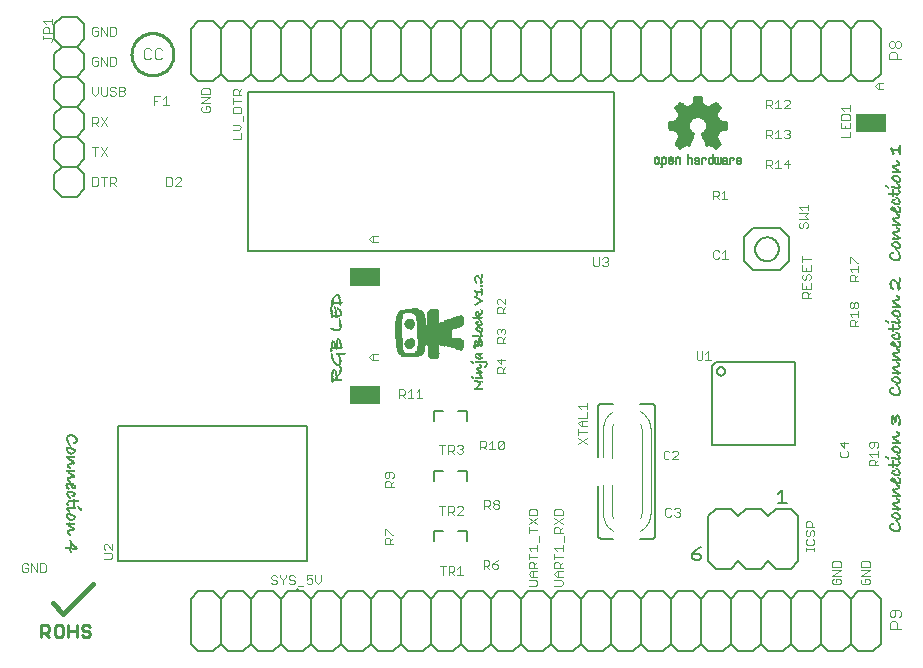
<source format=gto>
G75*
G70*
%OFA0B0*%
%FSLAX24Y24*%
%IPPOS*%
%LPD*%
%AMOC8*
5,1,8,0,0,1.08239X$1,22.5*
%
%ADD10C,0.0030*%
%ADD11C,0.0100*%
%ADD12R,0.0008X0.0016*%
%ADD13R,0.0008X0.0040*%
%ADD14R,0.0008X0.0048*%
%ADD15R,0.0008X0.0040*%
%ADD16R,0.0008X0.0056*%
%ADD17R,0.0008X0.0056*%
%ADD18R,0.0008X0.0072*%
%ADD19R,0.0008X0.0064*%
%ADD20R,0.0008X0.0024*%
%ADD21R,0.0008X0.0008*%
%ADD22R,0.0008X0.0032*%
%ADD23R,0.0008X0.0024*%
%ADD24R,0.0008X0.0008*%
%ADD25R,0.0008X0.0032*%
%ADD26R,0.0008X0.0088*%
%ADD27R,0.0008X0.0144*%
%ADD28R,0.0008X0.0064*%
%ADD29R,0.0008X0.0104*%
%ADD30R,0.0008X0.0160*%
%ADD31R,0.0008X0.0192*%
%ADD32R,0.0008X0.0136*%
%ADD33R,0.0008X0.0200*%
%ADD34R,0.0008X0.0224*%
%ADD35R,0.0008X0.0208*%
%ADD36R,0.0008X0.0232*%
%ADD37R,0.0008X0.0216*%
%ADD38R,0.0008X0.0248*%
%ADD39R,0.0008X0.0256*%
%ADD40R,0.0008X0.0184*%
%ADD41R,0.0008X0.0016*%
%ADD42R,0.0008X0.0048*%
%ADD43R,0.0008X0.0248*%
%ADD44R,0.0008X0.0264*%
%ADD45R,0.0008X0.0200*%
%ADD46R,0.0008X0.0304*%
%ADD47R,0.0008X0.0208*%
%ADD48R,0.0008X0.0184*%
%ADD49R,0.0008X0.0280*%
%ADD50R,0.0008X0.0352*%
%ADD51R,0.0008X0.0080*%
%ADD52R,0.0008X0.0104*%
%ADD53R,0.0008X0.0112*%
%ADD54R,0.0008X0.0328*%
%ADD55R,0.0008X0.0240*%
%ADD56R,0.0008X0.0096*%
%ADD57R,0.0008X0.0272*%
%ADD58R,0.0008X0.0128*%
%ADD59R,0.0008X0.0168*%
%ADD60R,0.0008X0.0288*%
%ADD61R,0.0008X0.0048*%
%ADD62R,0.0008X0.0048*%
%ADD63R,0.0008X0.0080*%
%ADD64R,0.0008X0.0064*%
%ADD65R,0.0008X0.0152*%
%ADD66R,0.0008X0.0088*%
%ADD67R,0.0008X0.0072*%
%ADD68R,0.0008X0.0008*%
%ADD69R,0.0008X0.0176*%
%ADD70R,0.0008X0.0088*%
%ADD71R,0.0008X0.0008*%
%ADD72R,0.0008X0.0120*%
%ADD73R,0.0008X0.0096*%
%ADD74R,0.0008X0.0064*%
%ADD75R,0.0008X0.0152*%
%ADD76R,0.0008X0.0344*%
%ADD77R,0.0008X0.0336*%
%ADD78R,0.0008X0.0024*%
%ADD79R,0.0008X0.0304*%
%ADD80R,0.0008X0.0264*%
%ADD81R,0.0008X0.0136*%
%ADD82R,0.0008X0.0120*%
%ADD83R,0.0008X0.0352*%
%ADD84R,0.0008X0.0088*%
%ADD85R,0.0008X0.0128*%
%ADD86R,0.0008X0.0416*%
%ADD87R,0.0008X0.0144*%
%ADD88R,0.0008X0.0408*%
%ADD89R,0.0008X0.0384*%
%ADD90R,0.0008X0.0176*%
%ADD91R,0.0008X0.0248*%
%ADD92R,0.0008X0.0024*%
%ADD93R,0.0008X0.0320*%
%ADD94R,0.0008X0.0168*%
%ADD95R,0.0008X0.0328*%
%ADD96R,0.0008X0.0232*%
%ADD97R,0.0008X0.0320*%
%ADD98R,0.0008X0.0312*%
%ADD99R,0.0008X0.0344*%
%ADD100R,0.0008X0.0304*%
%ADD101R,0.0008X0.0160*%
%ADD102R,0.0008X0.0184*%
%ADD103R,0.0008X0.0112*%
%ADD104R,0.0008X0.0168*%
%ADD105R,0.0008X0.0104*%
%ADD106R,0.0008X0.0128*%
%ADD107R,0.0008X0.0392*%
%ADD108R,0.0008X0.0392*%
%ADD109R,0.0008X0.0288*%
%ADD110R,0.0008X0.0144*%
%ADD111R,0.0008X0.0256*%
%ADD112R,0.0008X0.0144*%
%ADD113R,0.0008X0.0184*%
%ADD114R,0.0008X0.0296*%
%ADD115R,0.0008X0.0128*%
%ADD116R,0.0008X0.0104*%
%ADD117R,0.0008X0.0240*%
%ADD118R,0.0008X0.0208*%
%ADD119R,0.0008X0.0192*%
%ADD120R,0.0008X0.0216*%
%ADD121R,0.0008X0.0168*%
%ADD122R,0.0006X0.0156*%
%ADD123R,0.0006X0.0144*%
%ADD124R,0.0006X0.0216*%
%ADD125R,0.0006X0.0246*%
%ADD126R,0.0006X0.0264*%
%ADD127R,0.0006X0.0270*%
%ADD128R,0.0006X0.0288*%
%ADD129R,0.0006X0.0294*%
%ADD130R,0.0006X0.0318*%
%ADD131R,0.0006X0.0306*%
%ADD132R,0.0006X0.0330*%
%ADD133R,0.0006X0.0342*%
%ADD134R,0.0006X0.0324*%
%ADD135R,0.0006X0.0354*%
%ADD136R,0.0006X0.0360*%
%ADD137R,0.0006X0.0336*%
%ADD138R,0.0006X0.0348*%
%ADD139R,0.0006X0.0372*%
%ADD140R,0.0006X0.0378*%
%ADD141R,0.0006X0.0384*%
%ADD142R,0.0006X0.0366*%
%ADD143R,0.0006X0.0390*%
%ADD144R,0.0006X0.0384*%
%ADD145R,0.0006X0.0378*%
%ADD146R,0.0006X0.0396*%
%ADD147R,0.0006X0.0354*%
%ADD148R,0.0006X0.0990*%
%ADD149R,0.0006X0.0984*%
%ADD150R,0.0006X0.0978*%
%ADD151R,0.0006X0.0966*%
%ADD152R,0.0006X0.0960*%
%ADD153R,0.0006X0.0954*%
%ADD154R,0.0006X0.0948*%
%ADD155R,0.0006X0.0936*%
%ADD156R,0.0006X0.0930*%
%ADD157R,0.0006X0.0924*%
%ADD158R,0.0006X0.0918*%
%ADD159R,0.0006X0.0906*%
%ADD160R,0.0006X0.0900*%
%ADD161R,0.0006X0.0894*%
%ADD162R,0.0006X0.0888*%
%ADD163R,0.0006X0.0876*%
%ADD164R,0.0006X0.0870*%
%ADD165R,0.0006X0.0864*%
%ADD166R,0.0006X0.0858*%
%ADD167R,0.0006X0.0846*%
%ADD168R,0.0006X0.0840*%
%ADD169R,0.0006X0.0834*%
%ADD170R,0.0006X0.0828*%
%ADD171R,0.0006X0.0816*%
%ADD172R,0.0006X0.0810*%
%ADD173R,0.0006X0.0804*%
%ADD174R,0.0006X0.0798*%
%ADD175R,0.0006X0.0792*%
%ADD176R,0.0006X0.0786*%
%ADD177R,0.0006X0.0780*%
%ADD178R,0.0006X0.0774*%
%ADD179R,0.0006X0.0768*%
%ADD180R,0.0006X0.0762*%
%ADD181R,0.0006X0.0756*%
%ADD182R,0.0006X0.0750*%
%ADD183R,0.0006X0.0744*%
%ADD184R,0.0006X0.0030*%
%ADD185R,0.0006X0.0738*%
%ADD186R,0.0006X0.0186*%
%ADD187R,0.0006X0.0732*%
%ADD188R,0.0006X0.0096*%
%ADD189R,0.0006X0.1542*%
%ADD190R,0.0006X0.1566*%
%ADD191R,0.0006X0.1584*%
%ADD192R,0.0006X0.1602*%
%ADD193R,0.0006X0.1614*%
%ADD194R,0.0006X0.1626*%
%ADD195R,0.0006X0.1638*%
%ADD196R,0.0006X0.1644*%
%ADD197R,0.0006X0.1650*%
%ADD198R,0.0006X0.1656*%
%ADD199R,0.0006X0.1662*%
%ADD200R,0.0006X0.1668*%
%ADD201R,0.0006X0.1674*%
%ADD202R,0.0006X0.1680*%
%ADD203R,0.0006X0.1686*%
%ADD204R,0.0006X0.1674*%
%ADD205R,0.0006X0.1620*%
%ADD206R,0.0006X0.1608*%
%ADD207R,0.0006X0.1590*%
%ADD208R,0.0006X0.1572*%
%ADD209R,0.0006X0.1548*%
%ADD210R,0.0006X0.1524*%
%ADD211R,0.0006X0.1494*%
%ADD212R,0.0006X0.1452*%
%ADD213R,0.0006X0.1392*%
%ADD214R,0.0006X0.1284*%
%ADD215R,0.0006X0.1164*%
%ADD216R,0.0006X0.1074*%
%ADD217R,0.0006X0.1056*%
%ADD218R,0.0006X0.1032*%
%ADD219R,0.0006X0.0714*%
%ADD220R,0.0006X0.0054*%
%ADD221R,0.0006X0.0684*%
%ADD222R,0.0006X0.0672*%
%ADD223R,0.0006X0.1050*%
%ADD224R,0.0006X0.1122*%
%ADD225R,0.0006X0.1182*%
%ADD226R,0.0006X0.1224*%
%ADD227R,0.0006X0.1266*%
%ADD228R,0.0006X0.1296*%
%ADD229R,0.0006X0.1326*%
%ADD230R,0.0006X0.1350*%
%ADD231R,0.0006X0.1368*%
%ADD232R,0.0006X0.1404*%
%ADD233R,0.0006X0.1416*%
%ADD234R,0.0006X0.1440*%
%ADD235R,0.0006X0.1446*%
%ADD236R,0.0006X0.1458*%
%ADD237R,0.0006X0.1470*%
%ADD238R,0.0006X0.1482*%
%ADD239R,0.0006X0.1488*%
%ADD240R,0.0006X0.1500*%
%ADD241R,0.0006X0.1512*%
%ADD242R,0.0006X0.1536*%
%ADD243R,0.0006X0.1560*%
%ADD244R,0.0006X0.1584*%
%ADD245R,0.0006X0.0240*%
%ADD246R,0.0006X0.0222*%
%ADD247R,0.0006X0.0666*%
%ADD248R,0.0006X0.0204*%
%ADD249R,0.0006X0.0480*%
%ADD250R,0.0006X0.0192*%
%ADD251R,0.0006X0.0180*%
%ADD252R,0.0006X0.0318*%
%ADD253R,0.0006X0.0174*%
%ADD254R,0.0006X0.0276*%
%ADD255R,0.0006X0.0168*%
%ADD256R,0.0006X0.0162*%
%ADD257R,0.0006X0.0168*%
%ADD258R,0.0006X0.0234*%
%ADD259R,0.0006X0.0210*%
%ADD260R,0.0006X0.0048*%
%ADD261R,0.0006X0.0198*%
%ADD262R,0.0006X0.0108*%
%ADD263R,0.0006X0.0150*%
%ADD264R,0.0006X0.0138*%
%ADD265R,0.0006X0.0114*%
%ADD266R,0.0006X0.0234*%
%ADD267R,0.0006X0.0174*%
%ADD268R,0.0006X0.0228*%
%ADD269R,0.0006X0.0258*%
%ADD270R,0.0006X0.0264*%
%ADD271R,0.0006X0.0138*%
%ADD272R,0.0006X0.0288*%
%ADD273R,0.0006X0.0294*%
%ADD274R,0.0006X0.0144*%
%ADD275R,0.0006X0.0300*%
%ADD276R,0.0006X0.0312*%
%ADD277R,0.0006X0.0132*%
%ADD278R,0.0006X0.0348*%
%ADD279R,0.0006X0.0324*%
%ADD280R,0.0006X0.0126*%
%ADD281R,0.0006X0.0282*%
%ADD282R,0.0006X0.0090*%
%ADD283R,0.0006X0.0012*%
%ADD284R,0.0006X0.0204*%
%ADD285R,0.0006X0.0252*%
%ADD286R,0.0006X0.0420*%
%ADD287R,0.0006X0.0510*%
%ADD288R,0.0006X0.0606*%
%ADD289R,0.0006X0.0702*%
%ADD290R,0.0006X0.0468*%
%ADD291R,0.0006X0.1524*%
%ADD292R,0.0006X0.1494*%
%ADD293R,0.0006X0.1476*%
%ADD294R,0.0006X0.1464*%
%ADD295R,0.0006X0.1428*%
%ADD296R,0.0006X0.1386*%
%ADD297R,0.0006X0.1368*%
%ADD298R,0.0006X0.1332*%
%ADD299R,0.0006X0.1308*%
%ADD300R,0.0006X0.1278*%
%ADD301R,0.0006X0.1242*%
%ADD302R,0.0006X0.1212*%
%ADD303R,0.0006X0.1176*%
%ADD304R,0.0006X0.1134*%
%ADD305R,0.0006X0.1098*%
%ADD306R,0.0006X0.1044*%
%ADD307R,0.0006X0.0996*%
%ADD308R,0.0006X0.0720*%
%ADD309R,0.0006X0.0612*%
%ADD310R,0.0006X0.0498*%
%ADD311R,0.0006X0.0078*%
%ADD312R,0.0006X0.0066*%
%ADD313R,0.0006X0.0060*%
%ADD314R,0.0006X0.0042*%
%ADD315R,0.0006X0.0048*%
%ADD316R,0.0006X0.0036*%
%ADD317R,0.0006X0.0024*%
%ADD318R,0.0006X0.0024*%
%ADD319R,0.0006X0.0018*%
%ADD320R,0.0006X0.0084*%
%ADD321R,0.0006X0.0102*%
%ADD322R,0.0006X0.0018*%
%ADD323R,0.0006X0.0006*%
%ADD324R,0.0006X0.0114*%
%ADD325R,0.0006X0.0108*%
%ADD326R,0.0006X0.0072*%
%ADD327R,0.0006X0.0120*%
%ADD328R,0.0006X0.0054*%
%ADD329R,0.0006X0.0084*%
%ADD330R,0.0006X0.0078*%
%ADD331R,0.0021X0.0007*%
%ADD332R,0.0042X0.0007*%
%ADD333R,0.0056X0.0007*%
%ADD334R,0.0063X0.0007*%
%ADD335R,0.0063X0.0007*%
%ADD336R,0.0035X0.0007*%
%ADD337R,0.0042X0.0007*%
%ADD338R,0.0021X0.0007*%
%ADD339R,0.0021X0.0007*%
%ADD340R,0.0014X0.0007*%
%ADD341R,0.0014X0.0007*%
%ADD342R,0.0028X0.0007*%
%ADD343R,0.0007X0.0007*%
%ADD344R,0.0091X0.0007*%
%ADD345R,0.0147X0.0007*%
%ADD346R,0.0084X0.0007*%
%ADD347R,0.0035X0.0007*%
%ADD348R,0.0042X0.0007*%
%ADD349R,0.0028X0.0007*%
%ADD350R,0.0084X0.0007*%
%ADD351R,0.0028X0.0007*%
%ADD352R,0.0070X0.0007*%
%ADD353R,0.0077X0.0007*%
%ADD354R,0.0105X0.0007*%
%ADD355R,0.0154X0.0007*%
%ADD356R,0.0112X0.0007*%
%ADD357R,0.0049X0.0007*%
%ADD358R,0.0056X0.0007*%
%ADD359R,0.0091X0.0007*%
%ADD360R,0.0049X0.0007*%
%ADD361R,0.0182X0.0007*%
%ADD362R,0.0133X0.0007*%
%ADD363R,0.0168X0.0007*%
%ADD364R,0.0126X0.0007*%
%ADD365R,0.0063X0.0007*%
%ADD366R,0.0119X0.0007*%
%ADD367R,0.0189X0.0007*%
%ADD368R,0.0119X0.0007*%
%ADD369R,0.0147X0.0007*%
%ADD370R,0.0175X0.0007*%
%ADD371R,0.0140X0.0007*%
%ADD372R,0.0203X0.0007*%
%ADD373R,0.0112X0.0007*%
%ADD374R,0.0133X0.0007*%
%ADD375R,0.0161X0.0007*%
%ADD376R,0.0175X0.0007*%
%ADD377R,0.0154X0.0007*%
%ADD378R,0.0056X0.0007*%
%ADD379R,0.0063X0.0007*%
%ADD380R,0.0049X0.0007*%
%ADD381R,0.0105X0.0007*%
%ADD382R,0.0049X0.0007*%
%ADD383R,0.0147X0.0007*%
%ADD384R,0.0217X0.0007*%
%ADD385R,0.0147X0.0007*%
%ADD386R,0.0161X0.0007*%
%ADD387R,0.0182X0.0007*%
%ADD388R,0.0189X0.0007*%
%ADD389R,0.0168X0.0007*%
%ADD390R,0.0070X0.0007*%
%ADD391R,0.0091X0.0007*%
%ADD392R,0.0077X0.0007*%
%ADD393R,0.0077X0.0007*%
%ADD394R,0.0084X0.0007*%
%ADD395R,0.0098X0.0007*%
%ADD396R,0.0014X0.0007*%
%ADD397R,0.0154X0.0007*%
%ADD398R,0.0126X0.0007*%
%ADD399R,0.0126X0.0007*%
%ADD400R,0.0126X0.0007*%
%ADD401R,0.0042X0.0007*%
%ADD402R,0.0112X0.0007*%
%ADD403R,0.0196X0.0007*%
%ADD404R,0.0007X0.0007*%
%ADD405R,0.0021X0.0007*%
%ADD406R,0.0098X0.0007*%
%ADD407R,0.0056X0.0007*%
%ADD408R,0.0140X0.0007*%
%ADD409R,0.0196X0.0007*%
%ADD410R,0.0210X0.0007*%
%ADD411R,0.0217X0.0007*%
%ADD412R,0.0231X0.0007*%
%ADD413R,0.0245X0.0007*%
%ADD414R,0.0252X0.0007*%
%ADD415R,0.0266X0.0007*%
%ADD416R,0.0280X0.0007*%
%ADD417R,0.0287X0.0007*%
%ADD418R,0.0301X0.0007*%
%ADD419R,0.0315X0.0007*%
%ADD420R,0.0098X0.0007*%
%ADD421R,0.0322X0.0007*%
%ADD422R,0.0336X0.0007*%
%ADD423R,0.0336X0.0007*%
%ADD424R,0.0483X0.0007*%
%ADD425R,0.0483X0.0007*%
%ADD426R,0.0490X0.0007*%
%ADD427R,0.0497X0.0007*%
%ADD428R,0.0504X0.0007*%
%ADD429R,0.0511X0.0007*%
%ADD430R,0.0518X0.0007*%
%ADD431R,0.0525X0.0007*%
%ADD432R,0.0532X0.0007*%
%ADD433R,0.0539X0.0007*%
%ADD434R,0.0546X0.0007*%
%ADD435R,0.0553X0.0007*%
%ADD436R,0.0553X0.0007*%
%ADD437R,0.0553X0.0007*%
%ADD438R,0.0546X0.0007*%
%ADD439R,0.0546X0.0007*%
%ADD440R,0.0539X0.0007*%
%ADD441R,0.0539X0.0007*%
%ADD442R,0.0525X0.0007*%
%ADD443R,0.0532X0.0007*%
%ADD444R,0.0532X0.0007*%
%ADD445R,0.0518X0.0007*%
%ADD446R,0.0511X0.0007*%
%ADD447R,0.0511X0.0007*%
%ADD448R,0.0504X0.0007*%
%ADD449R,0.0511X0.0007*%
%ADD450R,0.0504X0.0007*%
%ADD451R,0.0497X0.0007*%
%ADD452R,0.0504X0.0007*%
%ADD453R,0.0560X0.0007*%
%ADD454R,0.0553X0.0007*%
%ADD455R,0.0560X0.0007*%
%ADD456R,0.0567X0.0007*%
%ADD457R,0.0574X0.0007*%
%ADD458R,0.0581X0.0007*%
%ADD459R,0.0588X0.0007*%
%ADD460R,0.0581X0.0007*%
%ADD461R,0.0588X0.0007*%
%ADD462R,0.0595X0.0007*%
%ADD463R,0.0595X0.0007*%
%ADD464R,0.0581X0.0007*%
%ADD465R,0.0574X0.0007*%
%ADD466R,0.0567X0.0007*%
%ADD467R,0.0567X0.0007*%
%ADD468R,0.0630X0.0007*%
%ADD469R,0.0665X0.0007*%
%ADD470R,0.0658X0.0007*%
%ADD471R,0.0693X0.0007*%
%ADD472R,0.0700X0.0007*%
%ADD473R,0.0728X0.0007*%
%ADD474R,0.0728X0.0007*%
%ADD475R,0.0749X0.0007*%
%ADD476R,0.0742X0.0007*%
%ADD477R,0.0742X0.0007*%
%ADD478R,0.0735X0.0007*%
%ADD479R,0.0728X0.0007*%
%ADD480R,0.0728X0.0007*%
%ADD481R,0.0721X0.0007*%
%ADD482R,0.0721X0.0007*%
%ADD483R,0.0714X0.0007*%
%ADD484R,0.0735X0.0007*%
%ADD485R,0.0756X0.0007*%
%ADD486R,0.0749X0.0007*%
%ADD487R,0.0742X0.0007*%
%ADD488R,0.0707X0.0007*%
%ADD489R,0.0672X0.0007*%
%ADD490R,0.0672X0.0007*%
%ADD491R,0.0644X0.0007*%
%ADD492R,0.0644X0.0007*%
%ADD493R,0.0616X0.0007*%
%ADD494R,0.0609X0.0007*%
%ADD495R,0.0546X0.0007*%
%ADD496R,0.0609X0.0007*%
%ADD497R,0.0609X0.0007*%
%ADD498R,0.0623X0.0007*%
%ADD499R,0.1379X0.0007*%
%ADD500R,0.1372X0.0007*%
%ADD501R,0.1365X0.0007*%
%ADD502R,0.1358X0.0007*%
%ADD503R,0.1351X0.0007*%
%ADD504R,0.1344X0.0007*%
%ADD505R,0.1344X0.0007*%
%ADD506R,0.1337X0.0007*%
%ADD507R,0.1330X0.0007*%
%ADD508R,0.1323X0.0007*%
%ADD509R,0.1316X0.0007*%
%ADD510R,0.1309X0.0007*%
%ADD511R,0.1302X0.0007*%
%ADD512R,0.1295X0.0007*%
%ADD513R,0.1295X0.0007*%
%ADD514R,0.1337X0.0007*%
%ADD515R,0.1379X0.0007*%
%ADD516R,0.1386X0.0007*%
%ADD517R,0.1400X0.0007*%
%ADD518R,0.1407X0.0007*%
%ADD519R,0.1421X0.0007*%
%ADD520R,0.1428X0.0007*%
%ADD521R,0.1435X0.0007*%
%ADD522R,0.1449X0.0007*%
%ADD523R,0.1456X0.0007*%
%ADD524R,0.1463X0.0007*%
%ADD525R,0.1477X0.0007*%
%ADD526R,0.1484X0.0007*%
%ADD527R,0.1491X0.0007*%
%ADD528R,0.1505X0.0007*%
%ADD529R,0.1512X0.0007*%
%ADD530R,0.1526X0.0007*%
%ADD531R,0.1533X0.0007*%
%ADD532R,0.1540X0.0007*%
%ADD533R,0.1554X0.0007*%
%ADD534R,0.1561X0.0007*%
%ADD535R,0.1575X0.0007*%
%ADD536R,0.1582X0.0007*%
%ADD537R,0.1582X0.0007*%
%ADD538R,0.1547X0.0007*%
%ADD539R,0.1533X0.0007*%
%ADD540R,0.1519X0.0007*%
%ADD541R,0.0371X0.0007*%
%ADD542R,0.0378X0.0007*%
%ADD543R,0.0357X0.0007*%
%ADD544R,0.0336X0.0007*%
%ADD545R,0.0658X0.0007*%
%ADD546R,0.0343X0.0007*%
%ADD547R,0.0322X0.0007*%
%ADD548R,0.0308X0.0007*%
%ADD549R,0.0287X0.0007*%
%ADD550R,0.0273X0.0007*%
%ADD551R,0.0252X0.0007*%
%ADD552R,0.0490X0.0007*%
%ADD553R,0.0231X0.0007*%
%ADD554R,0.0455X0.0007*%
%ADD555R,0.0238X0.0007*%
%ADD556R,0.0217X0.0007*%
%ADD557R,0.0420X0.0007*%
%ADD558R,0.0392X0.0007*%
%ADD559R,0.0378X0.0007*%
%ADD560R,0.0168X0.0007*%
%ADD561R,0.0371X0.0007*%
%ADD562R,0.0364X0.0007*%
%ADD563R,0.0357X0.0007*%
%ADD564R,0.0084X0.0007*%
%ADD565R,0.0350X0.0007*%
%ADD566R,0.0350X0.0007*%
%ADD567R,0.0343X0.0007*%
%ADD568R,0.0329X0.0007*%
%ADD569R,0.0322X0.0007*%
%ADD570R,0.0322X0.0007*%
%ADD571R,0.0315X0.0007*%
%ADD572R,0.0308X0.0007*%
%ADD573R,0.0308X0.0007*%
%ADD574R,0.0301X0.0007*%
%ADD575R,0.0294X0.0007*%
%ADD576R,0.0294X0.0007*%
%ADD577R,0.0280X0.0007*%
%ADD578R,0.0273X0.0007*%
%ADD579C,0.0160*%
%ADD580C,0.0090*%
%ADD581C,0.0060*%
%ADD582C,0.0050*%
%ADD583C,0.0020*%
%ADD584R,0.1024X0.0591*%
D10*
X003870Y005072D02*
X003967Y005072D01*
X004016Y005120D01*
X004016Y005217D01*
X003919Y005217D01*
X004016Y005314D02*
X003967Y005362D01*
X003870Y005362D01*
X003822Y005314D01*
X003822Y005120D01*
X003870Y005072D01*
X004117Y005072D02*
X004117Y005362D01*
X004310Y005072D01*
X004310Y005362D01*
X004411Y005362D02*
X004556Y005362D01*
X004605Y005314D01*
X004605Y005120D01*
X004556Y005072D01*
X004411Y005072D01*
X004411Y005362D01*
X006532Y005522D02*
X006774Y005522D01*
X006822Y005570D01*
X006822Y005667D01*
X006774Y005716D01*
X006532Y005716D01*
X006580Y005817D02*
X006532Y005865D01*
X006532Y005962D01*
X006580Y006010D01*
X006629Y006010D01*
X006822Y005817D01*
X006822Y006010D01*
X012112Y004914D02*
X012112Y004866D01*
X012160Y004817D01*
X012257Y004817D01*
X012306Y004769D01*
X012306Y004720D01*
X012257Y004672D01*
X012160Y004672D01*
X012112Y004720D01*
X012112Y004914D02*
X012160Y004962D01*
X012257Y004962D01*
X012306Y004914D01*
X012407Y004914D02*
X012503Y004817D01*
X012503Y004672D01*
X012503Y004817D02*
X012600Y004914D01*
X012600Y004962D01*
X012701Y004914D02*
X012701Y004866D01*
X012750Y004817D01*
X012846Y004817D01*
X012895Y004769D01*
X012895Y004720D01*
X012846Y004672D01*
X012750Y004672D01*
X012701Y004720D01*
X012701Y004914D02*
X012750Y004962D01*
X012846Y004962D01*
X012895Y004914D01*
X012996Y004624D02*
X013189Y004624D01*
X013291Y004720D02*
X013339Y004672D01*
X013436Y004672D01*
X013484Y004720D01*
X013484Y004817D01*
X013436Y004866D01*
X013387Y004866D01*
X013291Y004817D01*
X013291Y004962D01*
X013484Y004962D01*
X013585Y004962D02*
X013585Y004769D01*
X013682Y004672D01*
X013779Y004769D01*
X013779Y004962D01*
X012407Y004962D02*
X012407Y004914D01*
X015892Y006023D02*
X015892Y006168D01*
X015940Y006216D01*
X016037Y006216D01*
X016085Y006168D01*
X016085Y006023D01*
X016085Y006120D02*
X016182Y006216D01*
X016182Y006317D02*
X016134Y006317D01*
X015940Y006511D01*
X015892Y006511D01*
X015892Y006317D01*
X015892Y006023D02*
X016182Y006023D01*
X017732Y005282D02*
X017926Y005282D01*
X017829Y005282D02*
X017829Y004992D01*
X018027Y004992D02*
X018027Y005282D01*
X018172Y005282D01*
X018220Y005234D01*
X018220Y005137D01*
X018172Y005089D01*
X018027Y005089D01*
X018123Y005089D02*
X018220Y004992D01*
X018321Y004992D02*
X018515Y004992D01*
X018418Y004992D02*
X018418Y005282D01*
X018321Y005186D01*
X019193Y005182D02*
X019193Y005472D01*
X019338Y005472D01*
X019386Y005424D01*
X019386Y005327D01*
X019338Y005279D01*
X019193Y005279D01*
X019290Y005279D02*
X019386Y005182D01*
X019487Y005230D02*
X019487Y005327D01*
X019633Y005327D01*
X019681Y005279D01*
X019681Y005230D01*
X019633Y005182D01*
X019536Y005182D01*
X019487Y005230D01*
X019487Y005327D02*
X019584Y005424D01*
X019681Y005472D01*
X020692Y005496D02*
X020692Y005689D01*
X020692Y005593D02*
X020982Y005593D01*
X020982Y005791D02*
X020982Y005984D01*
X020982Y005887D02*
X020692Y005887D01*
X020789Y005791D01*
X021030Y006085D02*
X021030Y006279D01*
X020982Y006477D02*
X020692Y006477D01*
X020692Y006573D02*
X020692Y006380D01*
X020692Y006675D02*
X020982Y006868D01*
X020982Y006969D02*
X020982Y007114D01*
X020934Y007163D01*
X020740Y007163D01*
X020692Y007114D01*
X020692Y006969D01*
X020982Y006969D01*
X020982Y006675D02*
X020692Y006868D01*
X021542Y006868D02*
X021832Y006675D01*
X021832Y006573D02*
X021735Y006477D01*
X021735Y006525D02*
X021735Y006380D01*
X021832Y006380D02*
X021542Y006380D01*
X021542Y006525D01*
X021590Y006573D01*
X021687Y006573D01*
X021735Y006525D01*
X021542Y006675D02*
X021832Y006868D01*
X021832Y006969D02*
X021832Y007114D01*
X021784Y007163D01*
X021590Y007163D01*
X021542Y007114D01*
X021542Y006969D01*
X021832Y006969D01*
X021880Y006279D02*
X021880Y006085D01*
X021832Y005984D02*
X021832Y005791D01*
X021832Y005887D02*
X021542Y005887D01*
X021639Y005791D01*
X021542Y005689D02*
X021542Y005496D01*
X021542Y005593D02*
X021832Y005593D01*
X021832Y005395D02*
X021735Y005298D01*
X021735Y005346D02*
X021735Y005201D01*
X021832Y005201D02*
X021542Y005201D01*
X021542Y005346D01*
X021590Y005395D01*
X021687Y005395D01*
X021735Y005346D01*
X021687Y005100D02*
X021687Y004907D01*
X021639Y004907D02*
X021832Y004907D01*
X021784Y004806D02*
X021542Y004806D01*
X021639Y004907D02*
X021542Y005003D01*
X021639Y005100D01*
X021832Y005100D01*
X021784Y004806D02*
X021832Y004757D01*
X021832Y004660D01*
X021784Y004612D01*
X021542Y004612D01*
X020982Y004660D02*
X020982Y004757D01*
X020934Y004806D01*
X020692Y004806D01*
X020789Y004907D02*
X020692Y005003D01*
X020789Y005100D01*
X020982Y005100D01*
X020982Y005201D02*
X020692Y005201D01*
X020692Y005346D01*
X020740Y005395D01*
X020837Y005395D01*
X020885Y005346D01*
X020885Y005201D01*
X020885Y005298D02*
X020982Y005395D01*
X020837Y005100D02*
X020837Y004907D01*
X020789Y004907D02*
X020982Y004907D01*
X020982Y004660D02*
X020934Y004612D01*
X020692Y004612D01*
X018505Y006992D02*
X018311Y006992D01*
X018505Y007186D01*
X018505Y007234D01*
X018456Y007282D01*
X018360Y007282D01*
X018311Y007234D01*
X018210Y007234D02*
X018210Y007137D01*
X018162Y007089D01*
X018017Y007089D01*
X018113Y007089D02*
X018210Y006992D01*
X018017Y006992D02*
X018017Y007282D01*
X018162Y007282D01*
X018210Y007234D01*
X017916Y007282D02*
X017722Y007282D01*
X017819Y007282D02*
X017819Y006992D01*
X019223Y007182D02*
X019223Y007472D01*
X019368Y007472D01*
X019416Y007424D01*
X019416Y007327D01*
X019368Y007279D01*
X019223Y007279D01*
X019320Y007279D02*
X019416Y007182D01*
X019517Y007230D02*
X019517Y007279D01*
X019566Y007327D01*
X019663Y007327D01*
X019711Y007279D01*
X019711Y007230D01*
X019663Y007182D01*
X019566Y007182D01*
X019517Y007230D01*
X019566Y007327D02*
X019517Y007376D01*
X019517Y007424D01*
X019566Y007472D01*
X019663Y007472D01*
X019711Y007424D01*
X019711Y007376D01*
X019663Y007327D01*
X018456Y009022D02*
X018360Y009022D01*
X018311Y009070D01*
X018210Y009022D02*
X018113Y009119D01*
X018162Y009119D02*
X018017Y009119D01*
X018017Y009022D02*
X018017Y009312D01*
X018162Y009312D01*
X018210Y009264D01*
X018210Y009167D01*
X018162Y009119D01*
X018311Y009264D02*
X018360Y009312D01*
X018456Y009312D01*
X018505Y009264D01*
X018505Y009216D01*
X018456Y009167D01*
X018505Y009119D01*
X018505Y009070D01*
X018456Y009022D01*
X018456Y009167D02*
X018408Y009167D01*
X017916Y009312D02*
X017722Y009312D01*
X017819Y009312D02*
X017819Y009022D01*
X019088Y009162D02*
X019088Y009452D01*
X019233Y009452D01*
X019282Y009404D01*
X019282Y009307D01*
X019233Y009259D01*
X019088Y009259D01*
X019185Y009259D02*
X019282Y009162D01*
X019383Y009162D02*
X019576Y009162D01*
X019480Y009162D02*
X019480Y009452D01*
X019383Y009356D01*
X019677Y009404D02*
X019726Y009452D01*
X019823Y009452D01*
X019871Y009404D01*
X019677Y009210D01*
X019726Y009162D01*
X019823Y009162D01*
X019871Y009210D01*
X019871Y009404D01*
X019677Y009404D02*
X019677Y009210D01*
X022336Y009341D02*
X022626Y009534D01*
X022626Y009341D02*
X022336Y009534D01*
X022336Y009635D02*
X022336Y009829D01*
X022336Y009732D02*
X022626Y009732D01*
X022626Y009930D02*
X022433Y009930D01*
X022336Y010027D01*
X022433Y010124D01*
X022626Y010124D01*
X022626Y010225D02*
X022336Y010225D01*
X022481Y010124D02*
X022481Y009930D01*
X022626Y010225D02*
X022626Y010418D01*
X022626Y010519D02*
X022626Y010713D01*
X022626Y010616D02*
X022336Y010616D01*
X022433Y010519D01*
X019922Y011702D02*
X019632Y011702D01*
X019632Y011847D01*
X019680Y011896D01*
X019777Y011896D01*
X019825Y011847D01*
X019825Y011702D01*
X019825Y011799D02*
X019922Y011896D01*
X019777Y011997D02*
X019777Y012190D01*
X019922Y012142D02*
X019632Y012142D01*
X019777Y011997D01*
X019825Y012702D02*
X019825Y012847D01*
X019777Y012896D01*
X019680Y012896D01*
X019632Y012847D01*
X019632Y012702D01*
X019922Y012702D01*
X019825Y012799D02*
X019922Y012896D01*
X019874Y012997D02*
X019922Y013045D01*
X019922Y013142D01*
X019874Y013190D01*
X019825Y013190D01*
X019777Y013142D01*
X019777Y013093D01*
X019777Y013142D02*
X019729Y013190D01*
X019680Y013190D01*
X019632Y013142D01*
X019632Y013045D01*
X019680Y012997D01*
X019632Y013702D02*
X019632Y013847D01*
X019680Y013896D01*
X019777Y013896D01*
X019825Y013847D01*
X019825Y013702D01*
X019825Y013799D02*
X019922Y013896D01*
X019922Y013997D02*
X019729Y014190D01*
X019680Y014190D01*
X019632Y014142D01*
X019632Y014045D01*
X019680Y013997D01*
X019922Y013997D02*
X019922Y014190D01*
X019922Y013702D02*
X019632Y013702D01*
X022853Y015324D02*
X022901Y015276D01*
X022998Y015276D01*
X023046Y015324D01*
X023046Y015566D01*
X023148Y015518D02*
X023196Y015566D01*
X023293Y015566D01*
X023341Y015518D01*
X023341Y015469D01*
X023293Y015421D01*
X023341Y015373D01*
X023341Y015324D01*
X023293Y015276D01*
X023196Y015276D01*
X023148Y015324D01*
X023244Y015421D02*
X023293Y015421D01*
X022853Y015324D02*
X022853Y015566D01*
X026852Y015560D02*
X026900Y015512D01*
X026997Y015512D01*
X027046Y015560D01*
X027147Y015512D02*
X027340Y015512D01*
X027243Y015512D02*
X027243Y015802D01*
X027147Y015706D01*
X027046Y015754D02*
X026997Y015802D01*
X026900Y015802D01*
X026852Y015754D01*
X026852Y015560D01*
X026832Y017502D02*
X026832Y017792D01*
X026977Y017792D01*
X027026Y017744D01*
X027026Y017647D01*
X026977Y017599D01*
X026832Y017599D01*
X026929Y017599D02*
X027026Y017502D01*
X027127Y017502D02*
X027320Y017502D01*
X027223Y017502D02*
X027223Y017792D01*
X027127Y017696D01*
X028618Y018532D02*
X028618Y018822D01*
X028763Y018822D01*
X028812Y018774D01*
X028812Y018677D01*
X028763Y018629D01*
X028618Y018629D01*
X028715Y018629D02*
X028812Y018532D01*
X028913Y018532D02*
X029106Y018532D01*
X029010Y018532D02*
X029010Y018822D01*
X028913Y018726D01*
X029207Y018677D02*
X029353Y018822D01*
X029353Y018532D01*
X029401Y018677D02*
X029207Y018677D01*
X029256Y019532D02*
X029207Y019580D01*
X029256Y019532D02*
X029353Y019532D01*
X029401Y019580D01*
X029401Y019629D01*
X029353Y019677D01*
X029304Y019677D01*
X029353Y019677D02*
X029401Y019726D01*
X029401Y019774D01*
X029353Y019822D01*
X029256Y019822D01*
X029207Y019774D01*
X029010Y019822D02*
X029010Y019532D01*
X029106Y019532D02*
X028913Y019532D01*
X028812Y019532D02*
X028715Y019629D01*
X028763Y019629D02*
X028618Y019629D01*
X028618Y019532D02*
X028618Y019822D01*
X028763Y019822D01*
X028812Y019774D01*
X028812Y019677D01*
X028763Y019629D01*
X028913Y019726D02*
X029010Y019822D01*
X029010Y020532D02*
X029010Y020822D01*
X028913Y020726D01*
X028812Y020774D02*
X028812Y020677D01*
X028763Y020629D01*
X028618Y020629D01*
X028715Y020629D02*
X028812Y020532D01*
X028913Y020532D02*
X029106Y020532D01*
X029207Y020532D02*
X029401Y020726D01*
X029401Y020774D01*
X029353Y020822D01*
X029256Y020822D01*
X029207Y020774D01*
X029207Y020532D02*
X029401Y020532D01*
X028812Y020774D02*
X028763Y020822D01*
X028618Y020822D01*
X028618Y020532D01*
X031112Y020546D02*
X031402Y020546D01*
X031402Y020450D02*
X031402Y020643D01*
X031209Y020450D02*
X031112Y020546D01*
X031160Y020349D02*
X031112Y020300D01*
X031112Y020155D01*
X031402Y020155D01*
X031402Y020300D01*
X031354Y020349D01*
X031160Y020349D01*
X031112Y020054D02*
X031112Y019860D01*
X031402Y019860D01*
X031402Y020054D01*
X031257Y019957D02*
X031257Y019860D01*
X031402Y019759D02*
X031402Y019566D01*
X031112Y019566D01*
X032330Y021189D02*
X032233Y021285D01*
X032330Y021382D01*
X032523Y021382D01*
X032378Y021382D02*
X032378Y021189D01*
X032330Y021189D02*
X032523Y021189D01*
X032722Y022172D02*
X032722Y022357D01*
X032784Y022419D01*
X032907Y022419D01*
X032969Y022357D01*
X032969Y022172D01*
X033092Y022172D02*
X032722Y022172D01*
X032784Y022540D02*
X032845Y022540D01*
X032907Y022602D01*
X032907Y022726D01*
X032969Y022787D01*
X033030Y022787D01*
X033092Y022726D01*
X033092Y022602D01*
X033030Y022540D01*
X032969Y022540D01*
X032907Y022602D01*
X032907Y022726D02*
X032845Y022787D01*
X032784Y022787D01*
X032722Y022726D01*
X032722Y022602D01*
X032784Y022540D01*
X030002Y017325D02*
X030002Y017131D01*
X030002Y017228D02*
X029712Y017228D01*
X029809Y017131D01*
X029712Y017030D02*
X030002Y017030D01*
X029905Y016933D01*
X030002Y016837D01*
X029712Y016837D01*
X029760Y016736D02*
X029712Y016687D01*
X029712Y016590D01*
X029760Y016542D01*
X029809Y016542D01*
X029857Y016590D01*
X029857Y016687D01*
X029905Y016736D01*
X029954Y016736D01*
X030002Y016687D01*
X030002Y016590D01*
X029954Y016542D01*
X029812Y015594D02*
X029812Y015401D01*
X029812Y015497D02*
X030102Y015497D01*
X030102Y015299D02*
X030102Y015106D01*
X029812Y015106D01*
X029812Y015299D01*
X029957Y015203D02*
X029957Y015106D01*
X030005Y015005D02*
X030054Y015005D01*
X030102Y014956D01*
X030102Y014860D01*
X030054Y014811D01*
X029957Y014860D02*
X029957Y014956D01*
X030005Y015005D01*
X029860Y015005D02*
X029812Y014956D01*
X029812Y014860D01*
X029860Y014811D01*
X029909Y014811D01*
X029957Y014860D01*
X030102Y014710D02*
X030102Y014517D01*
X029812Y014517D01*
X029812Y014710D01*
X029957Y014613D02*
X029957Y014517D01*
X029957Y014416D02*
X029860Y014416D01*
X029812Y014367D01*
X029812Y014222D01*
X030102Y014222D01*
X030005Y014222D02*
X030005Y014367D01*
X029957Y014416D01*
X030005Y014319D02*
X030102Y014416D01*
X031392Y014792D02*
X031392Y014937D01*
X031440Y014986D01*
X031537Y014986D01*
X031585Y014937D01*
X031585Y014792D01*
X031585Y014889D02*
X031682Y014986D01*
X031682Y015087D02*
X031682Y015280D01*
X031682Y015183D02*
X031392Y015183D01*
X031489Y015087D01*
X031392Y015381D02*
X031392Y015575D01*
X031440Y015575D01*
X031634Y015381D01*
X031682Y015381D01*
X031682Y014792D02*
X031392Y014792D01*
X031440Y014065D02*
X031489Y014065D01*
X031537Y014016D01*
X031537Y013920D01*
X031489Y013871D01*
X031440Y013871D01*
X031392Y013920D01*
X031392Y014016D01*
X031440Y014065D01*
X031537Y014016D02*
X031585Y014065D01*
X031634Y014065D01*
X031682Y014016D01*
X031682Y013920D01*
X031634Y013871D01*
X031585Y013871D01*
X031537Y013920D01*
X031682Y013770D02*
X031682Y013577D01*
X031682Y013673D02*
X031392Y013673D01*
X031489Y013577D01*
X031537Y013476D02*
X031585Y013427D01*
X031585Y013282D01*
X031585Y013379D02*
X031682Y013476D01*
X031537Y013476D02*
X031440Y013476D01*
X031392Y013427D01*
X031392Y013282D01*
X031682Y013282D01*
X026780Y012142D02*
X026587Y012142D01*
X026683Y012142D02*
X026683Y012432D01*
X026587Y012336D01*
X026486Y012432D02*
X026486Y012190D01*
X026437Y012142D01*
X026340Y012142D01*
X026292Y012190D01*
X026292Y012432D01*
X031062Y009363D02*
X031207Y009217D01*
X031207Y009411D01*
X031352Y009363D02*
X031062Y009363D01*
X031110Y009116D02*
X031062Y009068D01*
X031062Y008971D01*
X031110Y008923D01*
X031304Y008923D01*
X031352Y008971D01*
X031352Y009068D01*
X031304Y009116D01*
X032052Y009020D02*
X032342Y009020D01*
X032342Y009116D02*
X032342Y008923D01*
X032342Y008822D02*
X032245Y008725D01*
X032245Y008773D02*
X032245Y008628D01*
X032342Y008628D02*
X032052Y008628D01*
X032052Y008773D01*
X032100Y008822D01*
X032197Y008822D01*
X032245Y008773D01*
X032149Y008923D02*
X032052Y009020D01*
X032100Y009217D02*
X032149Y009217D01*
X032197Y009266D01*
X032197Y009411D01*
X032294Y009411D02*
X032100Y009411D01*
X032052Y009363D01*
X032052Y009266D01*
X032100Y009217D01*
X032294Y009217D02*
X032342Y009266D01*
X032342Y009363D01*
X032294Y009411D01*
X030077Y006761D02*
X030125Y006713D01*
X030125Y006568D01*
X030222Y006568D02*
X029932Y006568D01*
X029932Y006713D01*
X029980Y006761D01*
X030077Y006761D01*
X030125Y006467D02*
X030174Y006467D01*
X030222Y006418D01*
X030222Y006321D01*
X030174Y006273D01*
X030174Y006172D02*
X030222Y006124D01*
X030222Y006027D01*
X030174Y005979D01*
X029980Y005979D01*
X029932Y006027D01*
X029932Y006124D01*
X029980Y006172D01*
X029980Y006273D02*
X030029Y006273D01*
X030077Y006321D01*
X030077Y006418D01*
X030125Y006467D01*
X029980Y006467D02*
X029932Y006418D01*
X029932Y006321D01*
X029980Y006273D01*
X029932Y005879D02*
X029932Y005782D01*
X029932Y005830D02*
X030222Y005830D01*
X030222Y005782D02*
X030222Y005879D01*
X030812Y005396D02*
X030812Y005251D01*
X031102Y005251D01*
X031102Y005396D01*
X031054Y005445D01*
X030860Y005445D01*
X030812Y005396D01*
X030812Y005150D02*
X031102Y005150D01*
X030812Y004957D01*
X031102Y004957D01*
X031054Y004856D02*
X030957Y004856D01*
X030957Y004759D01*
X030860Y004856D02*
X030812Y004807D01*
X030812Y004710D01*
X030860Y004662D01*
X031054Y004662D01*
X031102Y004710D01*
X031102Y004807D01*
X031054Y004856D01*
X031772Y004807D02*
X031772Y004710D01*
X031820Y004662D01*
X032014Y004662D01*
X032062Y004710D01*
X032062Y004807D01*
X032014Y004856D01*
X031917Y004856D01*
X031917Y004759D01*
X031820Y004856D02*
X031772Y004807D01*
X031772Y004957D02*
X032062Y005150D01*
X031772Y005150D01*
X031772Y005251D02*
X031772Y005396D01*
X031820Y005445D01*
X032014Y005445D01*
X032062Y005396D01*
X032062Y005251D01*
X031772Y005251D01*
X031772Y004957D02*
X032062Y004957D01*
X032794Y003807D02*
X032732Y003746D01*
X032732Y003622D01*
X032794Y003560D01*
X032855Y003560D01*
X032917Y003622D01*
X032917Y003807D01*
X033040Y003807D02*
X032794Y003807D01*
X033040Y003807D02*
X033102Y003746D01*
X033102Y003622D01*
X033040Y003560D01*
X032917Y003439D02*
X032794Y003439D01*
X032732Y003377D01*
X032732Y003192D01*
X033102Y003192D01*
X032979Y003192D02*
X032979Y003377D01*
X032917Y003439D01*
X025740Y006970D02*
X025692Y006922D01*
X025595Y006922D01*
X025547Y006970D01*
X025446Y006970D02*
X025397Y006922D01*
X025300Y006922D01*
X025252Y006970D01*
X025252Y007164D01*
X025300Y007212D01*
X025397Y007212D01*
X025446Y007164D01*
X025547Y007164D02*
X025595Y007212D01*
X025692Y007212D01*
X025740Y007164D01*
X025740Y007116D01*
X025692Y007067D01*
X025740Y007019D01*
X025740Y006970D01*
X025692Y007067D02*
X025643Y007067D01*
X025681Y008832D02*
X025487Y008832D01*
X025681Y009026D01*
X025681Y009074D01*
X025633Y009122D01*
X025536Y009122D01*
X025487Y009074D01*
X025386Y009074D02*
X025338Y009122D01*
X025241Y009122D01*
X025193Y009074D01*
X025193Y008880D01*
X025241Y008832D01*
X025338Y008832D01*
X025386Y008880D01*
X017151Y010876D02*
X016958Y010876D01*
X017054Y010876D02*
X017054Y011166D01*
X016958Y011069D01*
X016856Y010876D02*
X016663Y010876D01*
X016760Y010876D02*
X016760Y011166D01*
X016663Y011069D01*
X016562Y011021D02*
X016513Y010973D01*
X016368Y010973D01*
X016465Y010973D02*
X016562Y010876D01*
X016562Y011021D02*
X016562Y011118D01*
X016513Y011166D01*
X016368Y011166D01*
X016368Y010876D01*
X015665Y012134D02*
X015472Y012134D01*
X015375Y012230D01*
X015472Y012327D01*
X015665Y012327D01*
X015520Y012327D02*
X015520Y012134D01*
X015950Y008401D02*
X015902Y008353D01*
X015902Y008256D01*
X015950Y008207D01*
X015999Y008207D01*
X016047Y008256D01*
X016047Y008401D01*
X016144Y008401D02*
X015950Y008401D01*
X016144Y008401D02*
X016192Y008353D01*
X016192Y008256D01*
X016144Y008207D01*
X016192Y008106D02*
X016095Y008010D01*
X016095Y008058D02*
X016095Y007913D01*
X016192Y007913D02*
X015902Y007913D01*
X015902Y008058D01*
X015950Y008106D01*
X016047Y008106D01*
X016095Y008058D01*
X015665Y016071D02*
X015472Y016071D01*
X015375Y016167D01*
X015472Y016264D01*
X015665Y016264D01*
X015520Y016264D02*
X015520Y016071D01*
X011122Y019504D02*
X010832Y019504D01*
X011122Y019504D02*
X011122Y019698D01*
X011025Y019799D02*
X010832Y019799D01*
X010832Y019992D02*
X011025Y019992D01*
X011122Y019896D01*
X011025Y019799D01*
X011170Y020094D02*
X011170Y020287D01*
X011122Y020388D02*
X010832Y020388D01*
X010832Y020533D01*
X010880Y020582D01*
X011074Y020582D01*
X011122Y020533D01*
X011122Y020388D01*
X011122Y020780D02*
X010832Y020780D01*
X010832Y020876D02*
X010832Y020683D01*
X010832Y020977D02*
X010832Y021123D01*
X010880Y021171D01*
X010977Y021171D01*
X011025Y021123D01*
X011025Y020977D01*
X011122Y020977D02*
X010832Y020977D01*
X011025Y021074D02*
X011122Y021171D01*
X010072Y021146D02*
X010072Y021001D01*
X009782Y021001D01*
X009782Y021146D01*
X009830Y021195D01*
X010024Y021195D01*
X010072Y021146D01*
X010072Y020900D02*
X009782Y020900D01*
X009782Y020707D02*
X010072Y020900D01*
X010072Y020707D02*
X009782Y020707D01*
X009830Y020606D02*
X009782Y020557D01*
X009782Y020460D01*
X009830Y020412D01*
X010024Y020412D01*
X010072Y020460D01*
X010072Y020557D01*
X010024Y020606D01*
X009927Y020606D01*
X009927Y020509D01*
X008701Y020642D02*
X008507Y020642D01*
X008604Y020642D02*
X008604Y020932D01*
X008507Y020836D01*
X008406Y020932D02*
X008213Y020932D01*
X008213Y020642D01*
X008213Y020787D02*
X008310Y020787D01*
X007229Y021000D02*
X007181Y020952D01*
X007036Y020952D01*
X007036Y021242D01*
X007181Y021242D01*
X007229Y021194D01*
X007229Y021146D01*
X007181Y021097D01*
X007036Y021097D01*
X006935Y021049D02*
X006886Y021097D01*
X006790Y021097D01*
X006741Y021146D01*
X006741Y021194D01*
X006790Y021242D01*
X006886Y021242D01*
X006935Y021194D01*
X006935Y021049D02*
X006935Y021000D01*
X006886Y020952D01*
X006790Y020952D01*
X006741Y021000D01*
X006640Y021000D02*
X006640Y021242D01*
X006447Y021242D02*
X006447Y021000D01*
X006495Y020952D01*
X006592Y020952D01*
X006640Y021000D01*
X006346Y021049D02*
X006346Y021242D01*
X006346Y021049D02*
X006249Y020952D01*
X006152Y021049D01*
X006152Y021242D01*
X006200Y021952D02*
X006297Y021952D01*
X006346Y022000D01*
X006346Y022097D01*
X006249Y022097D01*
X006346Y022194D02*
X006297Y022242D01*
X006200Y022242D01*
X006152Y022194D01*
X006152Y022000D01*
X006200Y021952D01*
X006447Y021952D02*
X006447Y022242D01*
X006640Y021952D01*
X006640Y022242D01*
X006741Y022242D02*
X006741Y021952D01*
X006886Y021952D01*
X006935Y022000D01*
X006935Y022194D01*
X006886Y022242D01*
X006741Y022242D01*
X006741Y022952D02*
X006886Y022952D01*
X006935Y023000D01*
X006935Y023194D01*
X006886Y023242D01*
X006741Y023242D01*
X006741Y022952D01*
X006640Y022952D02*
X006640Y023242D01*
X006447Y023242D02*
X006640Y022952D01*
X006447Y022952D02*
X006447Y023242D01*
X006346Y023194D02*
X006297Y023242D01*
X006200Y023242D01*
X006152Y023194D01*
X006152Y023000D01*
X006200Y022952D01*
X006297Y022952D01*
X006346Y023000D01*
X006346Y023097D01*
X006249Y023097D01*
X004812Y023037D02*
X004522Y023037D01*
X004522Y023182D01*
X004570Y023230D01*
X004667Y023230D01*
X004715Y023182D01*
X004715Y023037D01*
X004764Y022887D02*
X004522Y022887D01*
X004522Y022839D02*
X004522Y022936D01*
X004764Y022887D02*
X004812Y022839D01*
X004812Y022790D01*
X004764Y022742D01*
X004812Y023331D02*
X004812Y023525D01*
X004812Y023428D02*
X004522Y023428D01*
X004619Y023331D01*
X007181Y021097D02*
X007229Y021049D01*
X007229Y021000D01*
X006640Y020242D02*
X006447Y019952D01*
X006346Y019952D02*
X006249Y020049D01*
X006297Y020049D02*
X006152Y020049D01*
X006152Y019952D02*
X006152Y020242D01*
X006297Y020242D01*
X006346Y020194D01*
X006346Y020097D01*
X006297Y020049D01*
X006447Y020242D02*
X006640Y019952D01*
X006640Y019242D02*
X006447Y018952D01*
X006640Y018952D02*
X006447Y019242D01*
X006346Y019242D02*
X006152Y019242D01*
X006249Y019242D02*
X006249Y018952D01*
X006297Y018242D02*
X006152Y018242D01*
X006152Y017952D01*
X006297Y017952D01*
X006346Y018000D01*
X006346Y018194D01*
X006297Y018242D01*
X006447Y018242D02*
X006640Y018242D01*
X006543Y018242D02*
X006543Y017952D01*
X006741Y017952D02*
X006741Y018242D01*
X006886Y018242D01*
X006935Y018194D01*
X006935Y018097D01*
X006886Y018049D01*
X006741Y018049D01*
X006838Y018049D02*
X006935Y017952D01*
X008623Y017942D02*
X008768Y017942D01*
X008816Y017990D01*
X008816Y018184D01*
X008768Y018232D01*
X008623Y018232D01*
X008623Y017942D01*
X008917Y017942D02*
X009111Y018136D01*
X009111Y018184D01*
X009063Y018232D01*
X008966Y018232D01*
X008917Y018184D01*
X008917Y017942D02*
X009111Y017942D01*
X008419Y022163D02*
X008480Y022225D01*
X008419Y022163D02*
X008295Y022163D01*
X008233Y022225D01*
X008233Y022472D01*
X008295Y022533D01*
X008419Y022533D01*
X008480Y022472D01*
X008112Y022472D02*
X008050Y022533D01*
X007927Y022533D01*
X007865Y022472D01*
X007865Y022225D01*
X007927Y022163D01*
X008050Y022163D01*
X008112Y022225D01*
D11*
X007457Y022335D02*
X007459Y022387D01*
X007465Y022439D01*
X007475Y022491D01*
X007488Y022541D01*
X007505Y022591D01*
X007526Y022639D01*
X007551Y022685D01*
X007579Y022729D01*
X007610Y022771D01*
X007644Y022811D01*
X007681Y022848D01*
X007721Y022882D01*
X007763Y022913D01*
X007807Y022941D01*
X007853Y022966D01*
X007901Y022987D01*
X007951Y023004D01*
X008001Y023017D01*
X008053Y023027D01*
X008105Y023033D01*
X008157Y023035D01*
X008209Y023033D01*
X008261Y023027D01*
X008313Y023017D01*
X008363Y023004D01*
X008413Y022987D01*
X008461Y022966D01*
X008507Y022941D01*
X008551Y022913D01*
X008593Y022882D01*
X008633Y022848D01*
X008670Y022811D01*
X008704Y022771D01*
X008735Y022729D01*
X008763Y022685D01*
X008788Y022639D01*
X008809Y022591D01*
X008826Y022541D01*
X008839Y022491D01*
X008849Y022439D01*
X008855Y022387D01*
X008857Y022335D01*
X008855Y022283D01*
X008849Y022231D01*
X008839Y022179D01*
X008826Y022129D01*
X008809Y022079D01*
X008788Y022031D01*
X008763Y021985D01*
X008735Y021941D01*
X008704Y021899D01*
X008670Y021859D01*
X008633Y021822D01*
X008593Y021788D01*
X008551Y021757D01*
X008507Y021729D01*
X008461Y021704D01*
X008413Y021683D01*
X008363Y021666D01*
X008313Y021653D01*
X008261Y021643D01*
X008209Y021637D01*
X008157Y021635D01*
X008105Y021637D01*
X008053Y021643D01*
X008001Y021653D01*
X007951Y021666D01*
X007901Y021683D01*
X007853Y021704D01*
X007807Y021729D01*
X007763Y021757D01*
X007721Y021788D01*
X007681Y021822D01*
X007644Y021859D01*
X007610Y021899D01*
X007579Y021941D01*
X007551Y021985D01*
X007526Y022031D01*
X007505Y022079D01*
X007488Y022129D01*
X007475Y022179D01*
X007465Y022231D01*
X007459Y022283D01*
X007457Y022335D01*
X012967Y004517D02*
X012967Y004477D01*
D12*
X005607Y006879D03*
X005287Y007935D03*
X005607Y009095D03*
X014117Y013687D03*
X014157Y013879D03*
X014597Y012359D03*
X014477Y011807D03*
X014277Y011551D03*
X033051Y010041D03*
X033099Y013409D03*
X033059Y014873D03*
X033027Y017801D03*
D13*
X033035Y017797D03*
X033043Y017797D03*
X033003Y017661D03*
X032979Y017661D03*
X032979Y017549D03*
X032835Y017605D03*
X032715Y017661D03*
X032699Y017885D03*
X032955Y018109D03*
X033059Y018093D03*
X032979Y018285D03*
X033091Y018413D03*
X032971Y018629D03*
X033083Y018685D03*
X032971Y018781D03*
X032835Y018597D03*
X032963Y019141D03*
X032971Y019141D03*
X032979Y019141D03*
X033043Y019141D03*
X032843Y017229D03*
X033003Y017077D03*
X033051Y017077D03*
X032971Y017021D03*
X033083Y016925D03*
X032971Y016869D03*
X032835Y016837D03*
X032971Y016565D03*
X033083Y016469D03*
X032971Y016413D03*
X032835Y016381D03*
X033091Y016197D03*
X032979Y016069D03*
X032955Y015893D03*
X032963Y015813D03*
X033059Y015877D03*
X032739Y015629D03*
X032883Y015477D03*
X033051Y014493D03*
X032971Y014285D03*
X032987Y014141D03*
X032971Y014133D03*
X033083Y014189D03*
X032835Y014101D03*
X033091Y013917D03*
X032947Y013797D03*
X032955Y013613D03*
X033035Y013301D03*
X033043Y013301D03*
X033003Y013165D03*
X032987Y013053D03*
X032835Y013109D03*
X032715Y013165D03*
X032707Y013381D03*
X032843Y012733D03*
X032787Y012693D03*
X033003Y012581D03*
X033051Y012581D03*
X032971Y012525D03*
X032987Y012381D03*
X032971Y012373D03*
X033083Y012429D03*
X032835Y012341D03*
X032971Y012069D03*
X032987Y011925D03*
X032971Y011917D03*
X033083Y011973D03*
X033091Y012157D03*
X032835Y011885D03*
X033091Y011701D03*
X032947Y011581D03*
X032955Y011397D03*
X032963Y011317D03*
X032883Y010981D03*
X033027Y009997D03*
X033083Y009653D03*
X032987Y009605D03*
X032835Y009565D03*
X032947Y009261D03*
X032979Y009253D03*
X032955Y009077D03*
X033059Y009061D03*
X033043Y008765D03*
X033035Y008765D03*
X033003Y008629D03*
X032979Y008629D03*
X032979Y008517D03*
X032987Y008517D03*
X032835Y008573D03*
X032715Y008629D03*
X032707Y008845D03*
X032699Y008853D03*
X032843Y008197D03*
X032787Y008157D03*
X033003Y008045D03*
X033083Y007893D03*
X032987Y007845D03*
X032835Y007805D03*
X032987Y007389D03*
X033083Y007437D03*
X032835Y007349D03*
X032947Y007045D03*
X032979Y007037D03*
X032955Y006861D03*
X032963Y006781D03*
X033059Y006845D03*
X032739Y006597D03*
X032883Y006445D03*
X033091Y016653D03*
X014589Y012355D03*
X014581Y012355D03*
X014573Y012355D03*
X014285Y011555D03*
X014141Y011491D03*
X014445Y011483D03*
X014453Y011483D03*
X014461Y011483D03*
X014469Y011483D03*
X005671Y009467D03*
X005455Y009203D03*
X005351Y009219D03*
X005431Y009027D03*
X005463Y009019D03*
X005319Y008899D03*
X005423Y008675D03*
X005439Y008683D03*
X005575Y008715D03*
X005439Y008531D03*
X005319Y008443D03*
X005423Y008219D03*
X005439Y008227D03*
X005575Y008259D03*
X005439Y008075D03*
X005359Y008019D03*
X005623Y007907D03*
X005431Y007547D03*
X005423Y007547D03*
X005431Y007435D03*
X005375Y007299D03*
X005575Y007491D03*
X005695Y007435D03*
X005703Y007219D03*
X005711Y007211D03*
X005455Y006987D03*
X005351Y007003D03*
X005431Y006811D03*
X005463Y006803D03*
X005319Y006683D03*
X005423Y006459D03*
X005439Y006467D03*
X005575Y006499D03*
X005439Y006315D03*
X005383Y005883D03*
X005311Y005883D03*
X005279Y005875D03*
X005479Y005731D03*
D14*
X005535Y005847D03*
X005551Y005847D03*
X005559Y005839D03*
X005575Y005839D03*
X005591Y005831D03*
X005615Y005831D03*
X005615Y005903D03*
X005479Y005863D03*
X005415Y005879D03*
X005391Y005879D03*
X005375Y005887D03*
X005359Y005887D03*
X005351Y005887D03*
X005343Y005887D03*
X005335Y005887D03*
X005319Y005887D03*
X005303Y005879D03*
X005295Y005871D03*
X005431Y006319D03*
X005415Y006327D03*
X005415Y006463D03*
X005431Y006463D03*
X005455Y006471D03*
X005463Y006471D03*
X005471Y006471D03*
X005479Y006471D03*
X005495Y006479D03*
X005503Y006479D03*
X005511Y006479D03*
X005519Y006479D03*
X005519Y006687D03*
X005511Y006687D03*
X005479Y006687D03*
X005471Y006687D03*
X005463Y006687D03*
X005455Y006687D03*
X005439Y006687D03*
X005431Y006687D03*
X005423Y006687D03*
X005415Y006687D03*
X005399Y006687D03*
X005439Y006807D03*
X005455Y006807D03*
X005471Y006807D03*
X005479Y006807D03*
X005399Y006823D03*
X005463Y006983D03*
X005439Y006991D03*
X005431Y006999D03*
X005399Y007007D03*
X005391Y007007D03*
X005383Y007007D03*
X005375Y007007D03*
X005359Y007007D03*
X005343Y006999D03*
X005415Y007079D03*
X005431Y007207D03*
X005439Y007207D03*
X005455Y007207D03*
X005463Y007207D03*
X005471Y007207D03*
X005503Y007199D03*
X005535Y007199D03*
X005543Y007199D03*
X005319Y007183D03*
X005375Y007423D03*
X005383Y007431D03*
X005391Y007431D03*
X005399Y007431D03*
X005415Y007439D03*
X005423Y007439D03*
X005471Y007431D03*
X005479Y007431D03*
X005495Y007431D03*
X005511Y007431D03*
X005519Y007431D03*
X005575Y007431D03*
X005583Y007431D03*
X005591Y007431D03*
X005599Y007431D03*
X005615Y007431D03*
X005623Y007431D03*
X005631Y007431D03*
X005639Y007431D03*
X005543Y007623D03*
X005535Y007623D03*
X005495Y007607D03*
X005415Y007551D03*
X005399Y007559D03*
X005391Y007567D03*
X005383Y007751D03*
X005375Y007751D03*
X005391Y007759D03*
X005399Y007759D03*
X005415Y007759D03*
X005423Y007759D03*
X005431Y007759D03*
X005439Y007751D03*
X005455Y007751D03*
X005463Y007751D03*
X005471Y007743D03*
X005479Y007743D03*
X005519Y007727D03*
X005535Y007719D03*
X005551Y007871D03*
X005559Y007871D03*
X005375Y007847D03*
X005375Y008023D03*
X005383Y008023D03*
X005391Y008023D03*
X005399Y008023D03*
X005431Y008079D03*
X005415Y008087D03*
X005415Y008223D03*
X005431Y008223D03*
X005455Y008231D03*
X005463Y008231D03*
X005471Y008231D03*
X005479Y008231D03*
X005495Y008239D03*
X005503Y008239D03*
X005511Y008239D03*
X005519Y008239D03*
X005519Y008447D03*
X005511Y008447D03*
X005479Y008447D03*
X005471Y008447D03*
X005463Y008447D03*
X005455Y008447D03*
X005439Y008447D03*
X005431Y008447D03*
X005423Y008447D03*
X005415Y008447D03*
X005399Y008447D03*
X005415Y008543D03*
X005415Y008679D03*
X005431Y008679D03*
X005455Y008687D03*
X005463Y008687D03*
X005471Y008687D03*
X005479Y008687D03*
X005479Y008903D03*
X005471Y008903D03*
X005463Y008903D03*
X005455Y008903D03*
X005439Y008903D03*
X005431Y008903D03*
X005423Y008903D03*
X005415Y008903D03*
X005399Y008903D03*
X005391Y008911D03*
X005511Y008903D03*
X005519Y008903D03*
X005543Y008903D03*
X005551Y008903D03*
X005559Y008903D03*
X005479Y009023D03*
X005471Y009023D03*
X005455Y009023D03*
X005439Y009023D03*
X005423Y009031D03*
X005399Y009039D03*
X005463Y009199D03*
X005439Y009207D03*
X005399Y009223D03*
X005391Y009223D03*
X005383Y009223D03*
X005375Y009223D03*
X005359Y009223D03*
X005439Y009287D03*
X005535Y009383D03*
X005543Y009607D03*
X005519Y009623D03*
X005511Y009623D03*
X005503Y009631D03*
X005495Y009631D03*
X005543Y008447D03*
X005551Y008447D03*
X005559Y008447D03*
X005791Y007151D03*
X005559Y006687D03*
X005551Y006687D03*
X005543Y006687D03*
X014221Y011487D03*
X014253Y011487D03*
X014261Y011487D03*
X014269Y011487D03*
X014285Y011487D03*
X014309Y011487D03*
X014421Y011487D03*
X014429Y011487D03*
X014421Y011911D03*
X014541Y012343D03*
X014549Y012343D03*
X014565Y012351D03*
X014421Y012543D03*
X014221Y012543D03*
X014213Y012535D03*
X014309Y013143D03*
X014333Y013143D03*
X014341Y013143D03*
X014349Y013143D03*
X014269Y013151D03*
X014125Y013175D03*
X014365Y013855D03*
X014333Y014031D03*
X014325Y014031D03*
X014461Y014031D03*
X014469Y014031D03*
X032763Y013169D03*
X032771Y013169D03*
X032787Y013169D03*
X032795Y013169D03*
X032811Y013169D03*
X032827Y013169D03*
X032835Y013169D03*
X032891Y013169D03*
X032915Y013169D03*
X032923Y013169D03*
X032931Y013169D03*
X032987Y013161D03*
X032995Y013161D03*
X033011Y013169D03*
X033027Y013169D03*
X033035Y013177D03*
X032995Y013049D03*
X033003Y013041D03*
X033011Y013041D03*
X032915Y012993D03*
X032875Y012977D03*
X032867Y012977D03*
X032875Y012881D03*
X032891Y012873D03*
X032923Y012857D03*
X032931Y012857D03*
X032947Y012849D03*
X032955Y012849D03*
X032963Y012849D03*
X032971Y012849D03*
X032987Y012841D03*
X032995Y012841D03*
X033003Y012841D03*
X033011Y012841D03*
X033027Y012849D03*
X033035Y012849D03*
X033043Y012849D03*
X033035Y012753D03*
X033035Y012577D03*
X033027Y012577D03*
X033011Y012577D03*
X033043Y012577D03*
X032995Y012513D03*
X032995Y012377D03*
X032963Y012369D03*
X032955Y012369D03*
X032947Y012369D03*
X032931Y012369D03*
X032923Y012361D03*
X032915Y012361D03*
X032907Y012361D03*
X032891Y012361D03*
X032891Y012153D03*
X032883Y012153D03*
X032867Y012153D03*
X032851Y012153D03*
X032843Y012153D03*
X032931Y012153D03*
X032947Y012153D03*
X032955Y012153D03*
X032963Y012153D03*
X032971Y012153D03*
X032987Y012153D03*
X032995Y012153D03*
X033011Y012153D03*
X032995Y012057D03*
X033003Y011929D03*
X032995Y011921D03*
X032963Y011913D03*
X032955Y011913D03*
X032947Y011913D03*
X032931Y011913D03*
X032931Y011697D03*
X032947Y011697D03*
X032955Y011697D03*
X032963Y011697D03*
X032971Y011697D03*
X032987Y011697D03*
X032995Y011697D03*
X033011Y011697D03*
X032891Y011697D03*
X032883Y011697D03*
X032867Y011697D03*
X032851Y011697D03*
X032843Y011697D03*
X032923Y011577D03*
X032931Y011577D03*
X032955Y011577D03*
X032963Y011577D03*
X032971Y011577D03*
X032987Y011569D03*
X033003Y011561D03*
X033011Y011561D03*
X032947Y011401D03*
X032963Y011393D03*
X032971Y011393D03*
X033011Y011377D03*
X033027Y011377D03*
X033035Y011377D03*
X033043Y011377D03*
X033051Y011377D03*
X032971Y011313D03*
X032875Y011217D03*
X032867Y010993D03*
X032891Y010977D03*
X032907Y010969D03*
X032915Y010969D03*
X032923Y010969D03*
X033003Y010297D03*
X032843Y010265D03*
X032867Y010001D03*
X032979Y009745D03*
X032995Y009737D03*
X032995Y009601D03*
X032979Y009601D03*
X032963Y009593D03*
X032955Y009593D03*
X032947Y009593D03*
X032939Y009593D03*
X032923Y009585D03*
X032915Y009585D03*
X032907Y009585D03*
X032899Y009585D03*
X032899Y009377D03*
X032883Y009377D03*
X032867Y009377D03*
X032859Y009377D03*
X032843Y009377D03*
X032939Y009377D03*
X032947Y009377D03*
X032955Y009377D03*
X032963Y009377D03*
X032979Y009377D03*
X032987Y009377D03*
X032995Y009377D03*
X032963Y009257D03*
X032955Y009257D03*
X032939Y009257D03*
X032923Y009257D03*
X033003Y009241D03*
X032947Y009081D03*
X032963Y009073D03*
X032979Y009065D03*
X033019Y009057D03*
X033027Y009057D03*
X033035Y009057D03*
X033043Y009057D03*
X033067Y009065D03*
X032995Y008985D03*
X032979Y008857D03*
X032963Y008857D03*
X032955Y008857D03*
X032947Y008857D03*
X032939Y008857D03*
X032907Y008865D03*
X032875Y008865D03*
X032867Y008865D03*
X032803Y008865D03*
X032619Y008913D03*
X032763Y008633D03*
X032779Y008633D03*
X032787Y008633D03*
X032795Y008633D03*
X032819Y008633D03*
X032827Y008633D03*
X032835Y008633D03*
X032899Y008633D03*
X032915Y008633D03*
X032923Y008633D03*
X032939Y008633D03*
X032987Y008625D03*
X032995Y008625D03*
X033019Y008633D03*
X033027Y008633D03*
X033035Y008641D03*
X032995Y008513D03*
X033003Y008505D03*
X033019Y008497D03*
X032915Y008457D03*
X032875Y008441D03*
X032867Y008441D03*
X032875Y008345D03*
X032923Y008321D03*
X032939Y008321D03*
X032947Y008313D03*
X032955Y008313D03*
X032963Y008313D03*
X032979Y008305D03*
X032987Y008305D03*
X032995Y008305D03*
X033003Y008305D03*
X033019Y008305D03*
X033027Y008313D03*
X033035Y008313D03*
X033043Y008313D03*
X033035Y008217D03*
X033035Y008041D03*
X033027Y008041D03*
X033019Y008041D03*
X033043Y008041D03*
X032995Y007977D03*
X032979Y007985D03*
X032979Y007841D03*
X032995Y007841D03*
X032963Y007833D03*
X032955Y007833D03*
X032947Y007833D03*
X032939Y007833D03*
X032923Y007825D03*
X032915Y007825D03*
X032907Y007825D03*
X032899Y007825D03*
X032899Y007617D03*
X032883Y007617D03*
X032867Y007617D03*
X032859Y007617D03*
X032843Y007617D03*
X032939Y007617D03*
X032947Y007617D03*
X032955Y007617D03*
X032963Y007617D03*
X032979Y007617D03*
X032987Y007617D03*
X032995Y007617D03*
X032995Y007521D03*
X033003Y007393D03*
X032995Y007385D03*
X032979Y007385D03*
X032963Y007377D03*
X032955Y007377D03*
X032947Y007377D03*
X032939Y007377D03*
X032939Y007161D03*
X032947Y007161D03*
X032955Y007161D03*
X032963Y007161D03*
X032979Y007161D03*
X032987Y007161D03*
X032995Y007161D03*
X033019Y007153D03*
X032899Y007161D03*
X032883Y007161D03*
X032867Y007161D03*
X032859Y007161D03*
X032843Y007161D03*
X032923Y007041D03*
X032939Y007041D03*
X032955Y007041D03*
X032963Y007041D03*
X032987Y007033D03*
X033003Y007025D03*
X032947Y006865D03*
X032963Y006857D03*
X033019Y006841D03*
X033027Y006841D03*
X033035Y006841D03*
X033043Y006841D03*
X032875Y006681D03*
X032867Y006457D03*
X032899Y006441D03*
X032907Y006433D03*
X032915Y006433D03*
X032923Y006433D03*
X032859Y008193D03*
X032851Y012729D03*
X032947Y013393D03*
X032955Y013393D03*
X032963Y013393D03*
X032971Y013393D03*
X032907Y013401D03*
X032875Y013401D03*
X032867Y013401D03*
X032803Y013401D03*
X032995Y013521D03*
X033011Y013593D03*
X033027Y013593D03*
X033035Y013593D03*
X033043Y013593D03*
X033051Y013593D03*
X033067Y013601D03*
X032971Y013609D03*
X032963Y013609D03*
X032947Y013617D03*
X033003Y013777D03*
X033011Y013777D03*
X032971Y013793D03*
X032963Y013793D03*
X032955Y013793D03*
X032931Y013793D03*
X032923Y013793D03*
X032931Y013913D03*
X032947Y013913D03*
X032955Y013913D03*
X032963Y013913D03*
X032971Y013913D03*
X032987Y013913D03*
X032995Y013913D03*
X033011Y013913D03*
X032891Y013913D03*
X032883Y013913D03*
X032867Y013913D03*
X032851Y013913D03*
X032843Y013913D03*
X032891Y014121D03*
X032907Y014121D03*
X032915Y014121D03*
X032923Y014121D03*
X032931Y014129D03*
X032947Y014129D03*
X032955Y014129D03*
X032963Y014129D03*
X032995Y014137D03*
X032995Y014273D03*
X033043Y014497D03*
X032851Y014521D03*
X032835Y014801D03*
X032843Y014809D03*
X032851Y014809D03*
X032867Y014809D03*
X032883Y014809D03*
X032891Y014809D03*
X032915Y014801D03*
X032915Y015465D03*
X032923Y015465D03*
X032899Y015473D03*
X032891Y015473D03*
X032875Y015713D03*
X032971Y015809D03*
X033011Y015873D03*
X033019Y015873D03*
X033035Y015873D03*
X033043Y015873D03*
X033051Y015873D03*
X032971Y015889D03*
X032963Y015889D03*
X033003Y016057D03*
X033011Y016057D03*
X032971Y016073D03*
X032963Y016073D03*
X032955Y016073D03*
X032939Y016073D03*
X032931Y016073D03*
X032923Y016073D03*
X032931Y016193D03*
X032939Y016193D03*
X032955Y016193D03*
X032963Y016193D03*
X032971Y016193D03*
X032979Y016193D03*
X032995Y016193D03*
X033011Y016193D03*
X033019Y016185D03*
X032899Y016193D03*
X032891Y016193D03*
X032883Y016193D03*
X032859Y016193D03*
X032851Y016193D03*
X032843Y016193D03*
X032931Y016409D03*
X032939Y016409D03*
X032955Y016409D03*
X032963Y016409D03*
X032979Y016417D03*
X032995Y016417D03*
X033003Y016425D03*
X032995Y016553D03*
X032995Y016649D03*
X032979Y016649D03*
X032971Y016649D03*
X032963Y016649D03*
X032955Y016649D03*
X032939Y016649D03*
X032931Y016649D03*
X032899Y016649D03*
X032891Y016649D03*
X032883Y016649D03*
X032859Y016649D03*
X032851Y016649D03*
X032843Y016649D03*
X033011Y016649D03*
X032963Y016865D03*
X032955Y016865D03*
X032939Y016865D03*
X032931Y016865D03*
X032923Y016857D03*
X032915Y016857D03*
X032899Y016857D03*
X032891Y016857D03*
X032979Y016873D03*
X032995Y016873D03*
X032995Y017009D03*
X032979Y017017D03*
X033011Y017073D03*
X033019Y017073D03*
X033035Y017073D03*
X033043Y017073D03*
X033035Y017249D03*
X033019Y017337D03*
X033011Y017337D03*
X033003Y017337D03*
X032995Y017337D03*
X032979Y017337D03*
X032971Y017345D03*
X032963Y017345D03*
X032955Y017345D03*
X032939Y017353D03*
X032931Y017353D03*
X032923Y017353D03*
X032891Y017369D03*
X032875Y017377D03*
X032875Y017473D03*
X032915Y017489D03*
X032995Y017545D03*
X033003Y017537D03*
X033011Y017537D03*
X033019Y017529D03*
X032995Y017657D03*
X033011Y017665D03*
X033019Y017665D03*
X033035Y017673D03*
X032939Y017665D03*
X032931Y017665D03*
X032923Y017665D03*
X032915Y017665D03*
X032899Y017665D03*
X032891Y017665D03*
X032835Y017665D03*
X032819Y017665D03*
X032811Y017665D03*
X032795Y017665D03*
X032779Y017665D03*
X032771Y017665D03*
X032763Y017665D03*
X032803Y017897D03*
X032875Y017897D03*
X032939Y017889D03*
X032955Y017889D03*
X032963Y017889D03*
X032971Y017889D03*
X032979Y017889D03*
X033091Y017913D03*
X032995Y018017D03*
X033011Y018089D03*
X033019Y018089D03*
X033035Y018089D03*
X033043Y018089D03*
X033051Y018089D03*
X032979Y018097D03*
X032971Y018105D03*
X032963Y018105D03*
X033003Y018273D03*
X033011Y018273D03*
X032971Y018289D03*
X032963Y018289D03*
X032955Y018289D03*
X032939Y018289D03*
X032931Y018289D03*
X032923Y018289D03*
X032931Y018409D03*
X032939Y018409D03*
X032955Y018409D03*
X032963Y018409D03*
X032971Y018409D03*
X032979Y018409D03*
X032995Y018409D03*
X033011Y018409D03*
X032899Y018409D03*
X032891Y018409D03*
X032883Y018409D03*
X032859Y018409D03*
X032851Y018409D03*
X032843Y018409D03*
X032891Y018617D03*
X032899Y018617D03*
X032915Y018617D03*
X032923Y018617D03*
X032931Y018625D03*
X032939Y018625D03*
X032955Y018625D03*
X032963Y018625D03*
X032979Y018633D03*
X032995Y018633D03*
X032995Y018769D03*
X032979Y018777D03*
X033003Y019137D03*
X033011Y019137D03*
X033019Y019137D03*
X032923Y019145D03*
X032915Y019145D03*
X032891Y019153D03*
X032883Y019153D03*
X032875Y019153D03*
X032771Y019185D03*
X032619Y017945D03*
X033035Y017345D03*
X033043Y017345D03*
X032859Y017225D03*
X032851Y017225D03*
X033091Y013417D03*
D15*
X033059Y013597D03*
X032979Y013789D03*
X032699Y013389D03*
X032979Y013165D03*
X032979Y013053D03*
X032859Y014525D03*
X032859Y014813D03*
X032947Y016077D03*
X032987Y016421D03*
X032987Y016877D03*
X032787Y017189D03*
X032987Y017549D03*
X032707Y017877D03*
X032947Y018293D03*
X032987Y018637D03*
X032979Y011573D03*
X033059Y011381D03*
X032739Y011133D03*
X032971Y009749D03*
X032971Y009597D03*
X033091Y009381D03*
X033051Y008045D03*
X032971Y007989D03*
X032971Y007837D03*
X033091Y007621D03*
X032971Y007533D03*
X032971Y007381D03*
X033091Y007165D03*
X014557Y012347D03*
X014397Y013491D03*
X014477Y014027D03*
X005527Y009619D03*
X005447Y009283D03*
X005327Y008627D03*
X005327Y008171D03*
X005407Y008019D03*
X005567Y007867D03*
X005407Y007435D03*
X005367Y007299D03*
X005327Y006411D03*
X005327Y005883D03*
D16*
X005399Y005883D03*
X005519Y005851D03*
X005543Y005851D03*
X005583Y005835D03*
X005599Y005835D03*
X005623Y005827D03*
X005631Y005827D03*
X005639Y005827D03*
X005599Y005915D03*
X005583Y005923D03*
X005551Y005947D03*
X005471Y005747D03*
X005423Y006323D03*
X005383Y006443D03*
X005471Y006571D03*
X005479Y006571D03*
X005463Y006579D03*
X005495Y006555D03*
X005391Y006627D03*
X005495Y006683D03*
X005503Y006683D03*
X005535Y006683D03*
X005503Y006811D03*
X005495Y006811D03*
X005511Y006819D03*
X005519Y006819D03*
X005543Y006835D03*
X005415Y006819D03*
X005391Y006835D03*
X005471Y006979D03*
X005479Y006979D03*
X005423Y007003D03*
X005415Y007003D03*
X005423Y007211D03*
X005375Y007211D03*
X005359Y007307D03*
X005439Y007435D03*
X005455Y007435D03*
X005463Y007435D03*
X005503Y007435D03*
X005655Y007435D03*
X005663Y007435D03*
X005671Y007435D03*
X005679Y007435D03*
X005551Y007627D03*
X005519Y007611D03*
X005511Y007611D03*
X005503Y007611D03*
X005551Y007707D03*
X005543Y007715D03*
X005511Y007731D03*
X005495Y007739D03*
X005359Y007739D03*
X005311Y007691D03*
X005543Y007875D03*
X005543Y007971D03*
X005535Y007979D03*
X005511Y007995D03*
X005439Y008011D03*
X005431Y008011D03*
X005423Y008083D03*
X005383Y008203D03*
X005471Y008331D03*
X005479Y008331D03*
X005463Y008339D03*
X005495Y008315D03*
X005391Y008387D03*
X005495Y008443D03*
X005503Y008443D03*
X005535Y008443D03*
X005423Y008539D03*
X005383Y008659D03*
X005471Y008787D03*
X005479Y008787D03*
X005463Y008795D03*
X005495Y008771D03*
X005391Y008843D03*
X005495Y008899D03*
X005503Y008899D03*
X005535Y008899D03*
X005503Y009027D03*
X005495Y009027D03*
X005511Y009035D03*
X005519Y009035D03*
X005543Y009051D03*
X005415Y009035D03*
X005391Y009051D03*
X005471Y009195D03*
X005479Y009195D03*
X005423Y009219D03*
X005415Y009219D03*
X005431Y009291D03*
X005423Y009299D03*
X005599Y009387D03*
X005599Y009571D03*
X005583Y009587D03*
X005575Y009587D03*
X005551Y009603D03*
X005479Y009635D03*
X005471Y009635D03*
X005463Y009635D03*
X005455Y009635D03*
X005439Y009635D03*
X005431Y009635D03*
X005423Y009635D03*
X005415Y009635D03*
X005399Y009635D03*
X005383Y009619D03*
X005375Y009611D03*
X005479Y007203D03*
X005495Y007203D03*
X005511Y007195D03*
X005519Y007195D03*
X005551Y007195D03*
X005559Y007195D03*
X005575Y007195D03*
X005583Y007195D03*
X005591Y007195D03*
X005599Y007195D03*
X005719Y007203D03*
X005783Y007155D03*
X014109Y012459D03*
X014181Y012531D03*
X014189Y012531D03*
X014205Y012539D03*
X014229Y012547D03*
X014253Y012547D03*
X014261Y012547D03*
X014341Y012547D03*
X014349Y012547D03*
X014365Y012547D03*
X014373Y012547D03*
X014381Y012547D03*
X014389Y012547D03*
X014405Y012547D03*
X014413Y012547D03*
X014429Y012547D03*
X014445Y012339D03*
X014453Y012339D03*
X014461Y012339D03*
X014485Y012339D03*
X014525Y012339D03*
X014533Y012339D03*
X014325Y012339D03*
X014293Y012011D03*
X014365Y011971D03*
X014373Y011971D03*
X014245Y011803D03*
X014229Y011803D03*
X014229Y011483D03*
X014213Y011483D03*
X014205Y011483D03*
X014245Y011483D03*
X014293Y011483D03*
X014301Y011483D03*
X014325Y011483D03*
X014413Y011483D03*
X014373Y012851D03*
X014373Y013139D03*
X014365Y013139D03*
X014381Y013147D03*
X014389Y013147D03*
X014405Y013155D03*
X014325Y013139D03*
X014301Y013147D03*
X014293Y013147D03*
X014285Y013147D03*
X014261Y013155D03*
X014253Y013155D03*
X014245Y013155D03*
X014229Y013155D03*
X014205Y013163D03*
X014189Y013163D03*
X014181Y013163D03*
X014141Y013171D03*
X014133Y013171D03*
X014213Y013595D03*
X014221Y013595D03*
X014245Y013595D03*
X014253Y013595D03*
X014325Y013595D03*
X014333Y013595D03*
X014349Y013595D03*
X014365Y013595D03*
X014373Y013595D03*
X014389Y013603D03*
X014405Y013611D03*
X014373Y013851D03*
X014373Y014027D03*
X014365Y014027D03*
X014349Y014027D03*
X014341Y014027D03*
X014309Y014027D03*
X014301Y014035D03*
X014293Y014035D03*
X014285Y014035D03*
X014269Y014035D03*
X014261Y014035D03*
X014253Y014035D03*
X014245Y014035D03*
X014229Y014035D03*
X014221Y014027D03*
X014205Y014027D03*
X014189Y014027D03*
X014381Y014027D03*
X014389Y014027D03*
X014285Y014291D03*
X014309Y014307D03*
X014325Y014315D03*
X014333Y014323D03*
X014341Y014323D03*
X032627Y013445D03*
X032683Y013405D03*
X032691Y013397D03*
X032811Y013405D03*
X032827Y013405D03*
X032835Y013405D03*
X032843Y013405D03*
X032851Y013405D03*
X032883Y013405D03*
X032891Y013405D03*
X032915Y013397D03*
X032923Y013397D03*
X032931Y013397D03*
X032987Y013389D03*
X033035Y013389D03*
X033051Y013293D03*
X033043Y013181D03*
X032971Y013165D03*
X032963Y013165D03*
X032955Y013165D03*
X032947Y013165D03*
X032907Y013165D03*
X032803Y013165D03*
X032755Y013165D03*
X032747Y013165D03*
X032731Y013165D03*
X032723Y013165D03*
X032883Y012989D03*
X032891Y012989D03*
X032907Y012989D03*
X032867Y012885D03*
X032883Y012877D03*
X032915Y012861D03*
X033051Y012861D03*
X032867Y012725D03*
X032867Y012629D03*
X032875Y012621D03*
X032971Y012589D03*
X032987Y012517D03*
X033003Y012509D03*
X033027Y012397D03*
X032947Y012261D03*
X032931Y012269D03*
X032923Y012277D03*
X032915Y012285D03*
X032843Y012341D03*
X032875Y012157D03*
X032907Y012157D03*
X032915Y012157D03*
X032923Y012157D03*
X033003Y012149D03*
X033003Y012221D03*
X033083Y012157D03*
X033003Y012053D03*
X032987Y012061D03*
X033027Y011941D03*
X032947Y011805D03*
X032931Y011813D03*
X032923Y011821D03*
X032915Y011829D03*
X032843Y011885D03*
X032875Y011701D03*
X032907Y011701D03*
X032915Y011701D03*
X032923Y011701D03*
X033003Y011693D03*
X033003Y011765D03*
X033083Y011701D03*
X032995Y011565D03*
X032915Y011573D03*
X032907Y011573D03*
X032891Y011565D03*
X032883Y011557D03*
X032867Y011549D03*
X032923Y011413D03*
X032931Y011405D03*
X032987Y011381D03*
X032995Y011381D03*
X033003Y011381D03*
X032987Y011301D03*
X032811Y011213D03*
X032803Y011037D03*
X032811Y011029D03*
X032827Y011013D03*
X032835Y011013D03*
X032843Y011005D03*
X032931Y010965D03*
X032947Y010965D03*
X032955Y010965D03*
X032963Y010965D03*
X032971Y010965D03*
X032987Y010965D03*
X032995Y010965D03*
X033003Y010965D03*
X033011Y010965D03*
X033027Y010981D03*
X033035Y010989D03*
X032859Y010261D03*
X032987Y009741D03*
X033003Y009733D03*
X033027Y009621D03*
X032939Y009493D03*
X032947Y009485D03*
X032923Y009501D03*
X032915Y009509D03*
X032843Y009565D03*
X032875Y009381D03*
X032907Y009381D03*
X032915Y009381D03*
X032923Y009381D03*
X033003Y009373D03*
X033019Y009437D03*
X033003Y009445D03*
X033083Y009381D03*
X032995Y009245D03*
X033019Y009229D03*
X032915Y009253D03*
X032907Y009253D03*
X032899Y009245D03*
X032883Y009237D03*
X032867Y009229D03*
X032923Y009093D03*
X032939Y009085D03*
X032987Y009061D03*
X032995Y009061D03*
X033003Y009061D03*
X032987Y008853D03*
X033035Y008853D03*
X032923Y008861D03*
X032915Y008861D03*
X032899Y008869D03*
X032883Y008869D03*
X032859Y008869D03*
X032843Y008869D03*
X032835Y008869D03*
X032827Y008869D03*
X032819Y008869D03*
X032683Y008869D03*
X032627Y008909D03*
X032723Y008629D03*
X032739Y008629D03*
X032747Y008629D03*
X032755Y008629D03*
X032803Y008629D03*
X032907Y008629D03*
X032947Y008629D03*
X032955Y008629D03*
X032963Y008629D03*
X033043Y008645D03*
X032907Y008453D03*
X032899Y008453D03*
X032883Y008453D03*
X032859Y008437D03*
X032859Y008357D03*
X032867Y008349D03*
X032883Y008341D03*
X032899Y008333D03*
X032915Y008325D03*
X032867Y008189D03*
X032867Y008093D03*
X032875Y008085D03*
X032899Y008069D03*
X032979Y008053D03*
X032987Y007981D03*
X033003Y007973D03*
X033027Y007861D03*
X032939Y007733D03*
X032947Y007725D03*
X032923Y007741D03*
X032915Y007749D03*
X032843Y007805D03*
X032875Y007621D03*
X032907Y007621D03*
X032915Y007621D03*
X032923Y007621D03*
X033003Y007613D03*
X033019Y007677D03*
X033003Y007685D03*
X033083Y007621D03*
X033003Y007517D03*
X032987Y007525D03*
X033027Y007405D03*
X032939Y007277D03*
X032947Y007269D03*
X032923Y007285D03*
X032915Y007293D03*
X032843Y007349D03*
X032875Y007165D03*
X032907Y007165D03*
X032915Y007165D03*
X032923Y007165D03*
X033003Y007157D03*
X033019Y007221D03*
X033003Y007229D03*
X033083Y007165D03*
X032995Y007029D03*
X033019Y007013D03*
X032915Y007037D03*
X032907Y007037D03*
X032899Y007029D03*
X032883Y007021D03*
X032867Y007013D03*
X032923Y006877D03*
X032939Y006869D03*
X032987Y006845D03*
X032995Y006845D03*
X033003Y006845D03*
X032979Y006773D03*
X032987Y006765D03*
X033035Y006453D03*
X033027Y006445D03*
X033003Y006429D03*
X032995Y006429D03*
X032987Y006429D03*
X032979Y006429D03*
X032963Y006429D03*
X032955Y006429D03*
X032947Y006429D03*
X032939Y006429D03*
X032859Y006461D03*
X032843Y006469D03*
X032835Y006477D03*
X032827Y006477D03*
X032803Y006501D03*
X033099Y008373D03*
X033003Y013597D03*
X032995Y013597D03*
X032987Y013597D03*
X032931Y013621D03*
X032923Y013629D03*
X032867Y013765D03*
X032883Y013773D03*
X032891Y013781D03*
X032907Y013789D03*
X032915Y013789D03*
X032995Y013781D03*
X033003Y013909D03*
X033003Y013981D03*
X032947Y014021D03*
X032931Y014029D03*
X032923Y014037D03*
X032915Y014045D03*
X032843Y014101D03*
X032875Y013917D03*
X032907Y013917D03*
X032915Y013917D03*
X032923Y013917D03*
X033083Y013917D03*
X033027Y014157D03*
X033003Y014269D03*
X032987Y014277D03*
X032907Y014805D03*
X032875Y014813D03*
X032827Y014797D03*
X032931Y015461D03*
X032939Y015461D03*
X032955Y015461D03*
X032963Y015461D03*
X032971Y015461D03*
X032979Y015461D03*
X032995Y015461D03*
X033003Y015461D03*
X033011Y015461D03*
X033035Y015485D03*
X032859Y015493D03*
X032843Y015501D03*
X032835Y015509D03*
X032811Y015525D03*
X032803Y015533D03*
X032811Y015709D03*
X032979Y015805D03*
X032995Y015877D03*
X033003Y015877D03*
X032939Y015901D03*
X032931Y015901D03*
X032923Y015909D03*
X032883Y016053D03*
X032891Y016061D03*
X032899Y016061D03*
X032915Y016069D03*
X032995Y016061D03*
X033019Y016045D03*
X033003Y016189D03*
X033019Y016253D03*
X033003Y016261D03*
X032939Y016309D03*
X032931Y016309D03*
X032923Y016317D03*
X032915Y016325D03*
X032843Y016381D03*
X032875Y016197D03*
X032915Y016197D03*
X032923Y016197D03*
X033083Y016197D03*
X033003Y016549D03*
X033003Y016645D03*
X033019Y016709D03*
X033003Y016717D03*
X032939Y016765D03*
X032931Y016765D03*
X032923Y016773D03*
X032915Y016781D03*
X032843Y016837D03*
X032875Y016653D03*
X032915Y016653D03*
X032923Y016653D03*
X033083Y016653D03*
X033003Y017005D03*
X032979Y017085D03*
X032971Y017085D03*
X032899Y017101D03*
X032875Y017117D03*
X032915Y017357D03*
X032899Y017365D03*
X032883Y017373D03*
X032859Y017389D03*
X032859Y017469D03*
X032883Y017485D03*
X032891Y017485D03*
X032899Y017485D03*
X032955Y017661D03*
X032963Y017661D03*
X032971Y017661D03*
X033043Y017677D03*
X033051Y017789D03*
X033035Y017885D03*
X032931Y017893D03*
X032923Y017893D03*
X032915Y017893D03*
X032899Y017901D03*
X032891Y017901D03*
X032883Y017901D03*
X032859Y017901D03*
X032851Y017901D03*
X032843Y017901D03*
X032835Y017901D03*
X032819Y017901D03*
X032811Y017901D03*
X032691Y017893D03*
X032683Y017901D03*
X032723Y017661D03*
X032731Y017661D03*
X032739Y017661D03*
X032755Y017661D03*
X032803Y017661D03*
X033099Y017405D03*
X033051Y017357D03*
X033003Y018093D03*
X032995Y018093D03*
X032939Y018117D03*
X032931Y018117D03*
X032923Y018125D03*
X032883Y018269D03*
X032891Y018277D03*
X032899Y018277D03*
X032915Y018285D03*
X032995Y018277D03*
X033019Y018261D03*
X033003Y018405D03*
X033019Y018469D03*
X033003Y018477D03*
X032939Y018525D03*
X032931Y018525D03*
X032923Y018533D03*
X032915Y018541D03*
X032843Y018597D03*
X032875Y018413D03*
X032915Y018413D03*
X032923Y018413D03*
X033083Y018413D03*
X033003Y018765D03*
X032995Y019141D03*
X032955Y019141D03*
X032939Y019141D03*
X032931Y019141D03*
X032899Y019149D03*
X032859Y019157D03*
X033035Y019141D03*
D17*
X032907Y019141D03*
X032867Y019157D03*
X032987Y018773D03*
X033027Y018653D03*
X032947Y018517D03*
X032907Y018413D03*
X032907Y018285D03*
X032867Y018261D03*
X032987Y018093D03*
X032987Y017885D03*
X032827Y017901D03*
X032627Y017941D03*
X032747Y017661D03*
X032907Y017661D03*
X032947Y017661D03*
X032907Y017485D03*
X032867Y017381D03*
X032867Y017221D03*
X032867Y017125D03*
X032987Y017013D03*
X033027Y016893D03*
X032947Y016757D03*
X032907Y016653D03*
X032987Y016557D03*
X033027Y016437D03*
X032947Y016301D03*
X032907Y016197D03*
X032907Y016069D03*
X032867Y016045D03*
X032987Y015877D03*
X032987Y015797D03*
X033027Y015477D03*
X032987Y015461D03*
X032947Y015461D03*
X032827Y015509D03*
X032939Y014029D03*
X033019Y013973D03*
X033019Y013765D03*
X032899Y013781D03*
X032939Y013621D03*
X032899Y013405D03*
X032859Y013405D03*
X032819Y013405D03*
X032739Y013165D03*
X032859Y012973D03*
X032899Y012989D03*
X032859Y012893D03*
X032899Y012869D03*
X033099Y012909D03*
X032979Y012589D03*
X032899Y012605D03*
X032939Y012269D03*
X033019Y012213D03*
X032939Y011813D03*
X033019Y011757D03*
X033019Y011549D03*
X032899Y011565D03*
X032939Y011405D03*
X032979Y011309D03*
X032859Y010997D03*
X032939Y010965D03*
X032979Y010965D03*
X032851Y010005D03*
X032931Y009493D03*
X032891Y009245D03*
X032931Y009085D03*
X032891Y008869D03*
X032851Y008869D03*
X032811Y008869D03*
X032691Y008861D03*
X032731Y008629D03*
X032891Y008453D03*
X032971Y008629D03*
X033051Y008757D03*
X032931Y008861D03*
X033051Y008325D03*
X032971Y008053D03*
X032931Y007733D03*
X032931Y007277D03*
X032891Y007029D03*
X032931Y006869D03*
X032811Y006677D03*
X032811Y006493D03*
X032931Y006429D03*
X032971Y006429D03*
X033011Y006429D03*
X014317Y011483D03*
X014277Y011491D03*
X014237Y011483D03*
X014357Y011971D03*
X014317Y011987D03*
X014437Y012339D03*
X014477Y012339D03*
X014517Y012339D03*
X014437Y012547D03*
X014397Y012547D03*
X014357Y012547D03*
X014237Y012547D03*
X014477Y012571D03*
X014357Y013139D03*
X014397Y013147D03*
X014237Y013155D03*
X014197Y013163D03*
X014197Y013603D03*
X014357Y013595D03*
X014397Y013603D03*
X014397Y014027D03*
X014277Y014035D03*
X014237Y014035D03*
X014317Y014315D03*
X005607Y009563D03*
X005567Y009595D03*
X005447Y009635D03*
X005407Y009635D03*
X005407Y009219D03*
X005487Y009187D03*
X005527Y009043D03*
X005487Y008899D03*
X005407Y008907D03*
X005407Y008835D03*
X005487Y008779D03*
X005567Y008715D03*
X005407Y008547D03*
X005407Y008451D03*
X005407Y008379D03*
X005487Y008323D03*
X005567Y008259D03*
X005487Y008443D03*
X005327Y008443D03*
X005407Y008091D03*
X005527Y007723D03*
X005527Y007611D03*
X005447Y007435D03*
X005367Y007419D03*
X005607Y007435D03*
X005687Y007435D03*
X005727Y007195D03*
X005567Y007195D03*
X005527Y007195D03*
X005487Y007203D03*
X005407Y007003D03*
X005487Y006971D03*
X005527Y006827D03*
X005487Y006683D03*
X005407Y006691D03*
X005407Y006619D03*
X005487Y006563D03*
X005567Y006499D03*
X005407Y006331D03*
X005367Y005883D03*
X005527Y005851D03*
X005607Y005835D03*
X005607Y005907D03*
X005327Y006683D03*
X005327Y008899D03*
D18*
X005415Y008827D03*
X005383Y008571D03*
X005391Y008563D03*
X005415Y008371D03*
X005383Y008115D03*
X005391Y008107D03*
X005519Y007995D03*
X005751Y007179D03*
X005535Y006947D03*
X005543Y006939D03*
X005519Y006963D03*
X005511Y006963D03*
X005551Y006843D03*
X005351Y006875D03*
X005391Y007099D03*
X005415Y006611D03*
X005383Y006355D03*
X005391Y006347D03*
X005503Y005995D03*
X005511Y005987D03*
X005551Y009059D03*
X005543Y009155D03*
X005535Y009163D03*
X005519Y009179D03*
X005511Y009179D03*
X005351Y009091D03*
X005559Y009387D03*
X005575Y009387D03*
X005583Y009387D03*
X005591Y009387D03*
X005615Y009395D03*
X005359Y009595D03*
X014189Y013595D03*
X014421Y013171D03*
X014381Y012843D03*
X014389Y012835D03*
X014365Y012843D03*
X014213Y012747D03*
X014333Y012347D03*
X014365Y012347D03*
X014501Y012339D03*
X014509Y012339D03*
X014269Y012035D03*
X014333Y011979D03*
X014341Y011971D03*
X014253Y011795D03*
X014373Y011635D03*
X014229Y014227D03*
X014269Y014275D03*
X014293Y014299D03*
X014301Y014299D03*
X014365Y014307D03*
X032843Y014533D03*
X033003Y014557D03*
X032987Y014717D03*
X033027Y014245D03*
X032995Y013989D03*
X032867Y013661D03*
X032875Y013653D03*
X032891Y013637D03*
X032883Y012605D03*
X032891Y012605D03*
X033027Y012485D03*
X032995Y012229D03*
X033027Y012029D03*
X032995Y011773D03*
X032867Y011445D03*
X032875Y011437D03*
X032891Y011421D03*
X033003Y011285D03*
X032851Y011213D03*
X032843Y011213D03*
X032835Y011213D03*
X032827Y011213D03*
X032795Y011205D03*
X033043Y010997D03*
X033051Y011005D03*
X032987Y010277D03*
X032867Y010245D03*
X033019Y009717D03*
X033027Y009709D03*
X032995Y009453D03*
X032859Y009221D03*
X032867Y009125D03*
X032875Y009117D03*
X032899Y009101D03*
X033019Y008965D03*
X033059Y009189D03*
X032659Y008885D03*
X032883Y008069D03*
X033019Y007957D03*
X033027Y007949D03*
X032995Y007693D03*
X033019Y007501D03*
X033027Y007493D03*
X032995Y007237D03*
X032859Y007005D03*
X032867Y006909D03*
X032875Y006901D03*
X032899Y006885D03*
X033003Y006749D03*
X032843Y006677D03*
X032835Y006677D03*
X032827Y006677D03*
X032819Y006677D03*
X032795Y006669D03*
X033043Y006461D03*
X033059Y006973D03*
X033043Y015493D03*
X033051Y015501D03*
X033003Y015781D03*
X032851Y015709D03*
X032843Y015709D03*
X032835Y015709D03*
X032819Y015709D03*
X032795Y015701D03*
X032891Y015917D03*
X032899Y015917D03*
X032875Y015933D03*
X032859Y016037D03*
X033059Y016005D03*
X032995Y016269D03*
X033019Y016533D03*
X032995Y016725D03*
X033019Y016989D03*
X032891Y017101D03*
X032883Y017101D03*
X032659Y017917D03*
X032891Y018133D03*
X032899Y018133D03*
X032875Y018149D03*
X032859Y018253D03*
X033059Y018221D03*
X033019Y017997D03*
X032995Y018485D03*
X033019Y018749D03*
X032779Y019181D03*
D19*
X032963Y018505D03*
X032971Y018497D03*
X032979Y018497D03*
X033075Y018417D03*
X032875Y018265D03*
X032643Y017937D03*
X032635Y017937D03*
X032675Y017905D03*
X032811Y017425D03*
X032875Y017217D03*
X032851Y017137D03*
X032843Y017137D03*
X032795Y017185D03*
X032963Y016745D03*
X032971Y016737D03*
X032979Y016737D03*
X033075Y016657D03*
X033011Y016537D03*
X032851Y016377D03*
X032891Y016337D03*
X032899Y016337D03*
X032955Y016297D03*
X033011Y016257D03*
X033043Y016025D03*
X033051Y016017D03*
X032915Y015905D03*
X032859Y015945D03*
X032803Y015705D03*
X032795Y015537D03*
X032851Y015497D03*
X032947Y014769D03*
X032955Y014761D03*
X033011Y014681D03*
X032907Y014049D03*
X032963Y014009D03*
X032971Y014001D03*
X033067Y013921D03*
X033075Y013921D03*
X033027Y013761D03*
X032875Y013769D03*
X032643Y013441D03*
X032635Y013441D03*
X032675Y013409D03*
X032811Y012929D03*
X032875Y012721D03*
X032851Y012641D03*
X032843Y012641D03*
X032795Y012689D03*
X032907Y012289D03*
X032963Y012249D03*
X032971Y012241D03*
X033067Y012161D03*
X033075Y012161D03*
X033011Y012041D03*
X032851Y011881D03*
X032891Y011841D03*
X032955Y011801D03*
X033011Y011761D03*
X033043Y011529D03*
X033051Y011521D03*
X032915Y011409D03*
X032803Y011209D03*
X032787Y011049D03*
X032795Y011041D03*
X032851Y011001D03*
X032907Y009513D03*
X032963Y009473D03*
X032979Y009465D03*
X033067Y009385D03*
X033075Y009385D03*
X033027Y009225D03*
X032875Y009233D03*
X032643Y008905D03*
X032635Y008905D03*
X032675Y008873D03*
X032875Y008185D03*
X032795Y008153D03*
X032843Y008105D03*
X032907Y007753D03*
X032963Y007713D03*
X032979Y007705D03*
X033067Y007625D03*
X033075Y007625D03*
X032899Y007305D03*
X032955Y007265D03*
X033043Y006993D03*
X032915Y006873D03*
X032859Y006913D03*
X032803Y006673D03*
X032787Y006513D03*
X032795Y006505D03*
X014389Y011975D03*
X014381Y011975D03*
X014325Y011983D03*
X014285Y012015D03*
X014133Y012295D03*
X014381Y012343D03*
X014421Y012343D03*
X014429Y012335D03*
X014469Y012335D03*
X014493Y012335D03*
X014245Y012543D03*
X014149Y013175D03*
X014413Y013615D03*
X014421Y013623D03*
X005623Y009551D03*
X005615Y009559D03*
X005559Y009599D03*
X005495Y009191D03*
X005551Y009151D03*
X005359Y009079D03*
X005399Y008839D03*
X005455Y008799D03*
X005511Y008759D03*
X005519Y008759D03*
X005559Y008719D03*
X005399Y008559D03*
X005343Y008439D03*
X005335Y008439D03*
X005431Y008359D03*
X005439Y008359D03*
X005503Y008311D03*
X005559Y007959D03*
X005615Y007911D03*
X005535Y007879D03*
X005599Y007671D03*
X005735Y007191D03*
X005775Y007159D03*
X005535Y006831D03*
X005383Y006839D03*
X005343Y006679D03*
X005335Y006679D03*
X005431Y006599D03*
X005439Y006599D03*
X005503Y006551D03*
X005495Y005999D03*
X005535Y005959D03*
X005543Y005951D03*
X005591Y005919D03*
D20*
X005583Y006499D03*
X005583Y008259D03*
X005311Y008899D03*
X014413Y011923D03*
X014461Y012083D03*
X014461Y012115D03*
X014493Y012555D03*
X032827Y012341D03*
X032827Y014101D03*
X033107Y014829D03*
X033099Y016197D03*
X032875Y010005D03*
X032827Y009565D03*
X032827Y007805D03*
X033099Y007165D03*
D21*
X032787Y006557D03*
X032739Y006557D03*
X032955Y008517D03*
X032723Y008837D03*
X032603Y008901D03*
X033067Y009125D03*
X032859Y009973D03*
X032787Y011093D03*
X032811Y011469D03*
X032891Y012669D03*
X032931Y012989D03*
X032955Y013053D03*
X032723Y013373D03*
X032603Y013437D03*
X033067Y013661D03*
X032739Y015589D03*
X032811Y015965D03*
X032891Y017165D03*
X032931Y017485D03*
X032955Y017549D03*
X032723Y017869D03*
X032603Y017933D03*
X032795Y019133D03*
X033099Y019245D03*
X014493Y014027D03*
X014429Y014211D03*
X014245Y013907D03*
X014253Y013723D03*
X014469Y012683D03*
X014301Y012675D03*
X014125Y012667D03*
X014165Y012443D03*
X014125Y012291D03*
X014181Y012123D03*
X014421Y011787D03*
X005671Y009507D03*
X005623Y009507D03*
X005599Y009131D03*
X005519Y007931D03*
X005479Y007611D03*
X005455Y007547D03*
X005343Y006939D03*
X005415Y005811D03*
D22*
X005655Y005831D03*
X005423Y006095D03*
X005575Y006687D03*
X005599Y006879D03*
X005295Y006951D03*
X005799Y007159D03*
X005439Y007543D03*
X005311Y007359D03*
X005383Y007847D03*
X005575Y008447D03*
X005575Y008903D03*
X005599Y009095D03*
X005295Y009167D03*
X014189Y012319D03*
X014485Y012559D03*
X014469Y011863D03*
X014205Y011423D03*
X014349Y013863D03*
X014485Y014023D03*
X032611Y013441D03*
X032963Y013057D03*
X032971Y013057D03*
X032923Y012993D03*
X032803Y012929D03*
X033027Y012753D03*
X032963Y012521D03*
X032835Y012153D03*
X032963Y012065D03*
X032835Y011697D03*
X032811Y011505D03*
X032883Y011217D03*
X033115Y011433D03*
X032963Y009745D03*
X032835Y009377D03*
X033115Y009113D03*
X033099Y008705D03*
X032963Y008521D03*
X032923Y008457D03*
X032803Y008393D03*
X033027Y008217D03*
X032963Y007985D03*
X032835Y007617D03*
X032963Y007529D03*
X032835Y007161D03*
X033115Y006897D03*
X032883Y006681D03*
X033115Y013649D03*
X032811Y013721D03*
X032835Y013913D03*
X032963Y014281D03*
X032755Y014649D03*
X032883Y015713D03*
X033115Y015929D03*
X032811Y016001D03*
X032835Y016193D03*
X032963Y016561D03*
X032835Y016649D03*
X032963Y017017D03*
X032803Y017425D03*
X032923Y017489D03*
X032963Y017553D03*
X032971Y017553D03*
X033099Y017737D03*
X032611Y017937D03*
X032811Y018217D03*
X032835Y018409D03*
X033115Y018145D03*
X032963Y018777D03*
D23*
X032827Y018597D03*
X032827Y016837D03*
X033099Y011701D03*
X014477Y011475D03*
X014477Y013723D03*
X014117Y013875D03*
X005487Y005731D03*
D24*
X005487Y006067D03*
X005807Y007163D03*
X005687Y007227D03*
X014477Y011827D03*
X014477Y012531D03*
X014477Y012611D03*
X014477Y012635D03*
X014117Y013851D03*
X032787Y015589D03*
X033099Y014533D03*
X032739Y011093D03*
X032851Y010061D03*
X032931Y008453D03*
X032891Y008133D03*
X032811Y006933D03*
X033067Y018157D03*
D25*
X033027Y017249D03*
X033099Y013241D03*
X032811Y009185D03*
X032611Y008905D03*
X032971Y008521D03*
X032811Y006969D03*
X014477Y013679D03*
X014157Y013799D03*
X005527Y009383D03*
X005447Y008535D03*
X005447Y008079D03*
X005607Y007671D03*
X005487Y007607D03*
X005447Y007543D03*
X005447Y006319D03*
X005647Y005895D03*
D26*
X005439Y006083D03*
X005551Y006507D03*
X005359Y006667D03*
X005383Y007107D03*
X005335Y007179D03*
X005343Y007883D03*
X005511Y007907D03*
X005551Y008267D03*
X005359Y008427D03*
X005551Y008723D03*
X005359Y008883D03*
X005375Y009363D03*
X014181Y013595D03*
X014453Y014011D03*
X014373Y014291D03*
X014229Y012091D03*
X014253Y012051D03*
X014261Y012043D03*
X014429Y011891D03*
X014469Y011795D03*
X014405Y011683D03*
X014381Y011651D03*
X014341Y011603D03*
X014333Y011595D03*
X032803Y012693D03*
X033067Y012717D03*
X033043Y012997D03*
X033075Y013421D03*
X033027Y013493D03*
X033043Y013933D03*
X033051Y013933D03*
X033035Y014517D03*
X032963Y014749D03*
X033035Y015733D03*
X033043Y016213D03*
X033051Y016213D03*
X032859Y016373D03*
X033043Y016669D03*
X033051Y016669D03*
X032859Y016829D03*
X032899Y017189D03*
X032803Y017189D03*
X033043Y017493D03*
X033075Y017917D03*
X033051Y018429D03*
X033043Y018429D03*
X032859Y018589D03*
X032875Y019029D03*
X033043Y012173D03*
X033051Y012173D03*
X033051Y011717D03*
X033043Y011717D03*
X033035Y011237D03*
X032875Y010237D03*
X032859Y009557D03*
X033043Y009397D03*
X033027Y008957D03*
X033075Y008885D03*
X033043Y008461D03*
X033067Y008181D03*
X032899Y008157D03*
X032803Y008157D03*
X032859Y007797D03*
X033043Y007637D03*
X032859Y007341D03*
X033043Y007181D03*
X033035Y006701D03*
D27*
X033035Y007449D03*
X033099Y008121D03*
X032843Y009169D03*
X032835Y010049D03*
X032899Y010177D03*
X033035Y011985D03*
X033051Y013433D03*
X032851Y013705D03*
X032843Y013705D03*
X032803Y014577D03*
X033035Y016481D03*
X033099Y017153D03*
X033051Y017929D03*
X032851Y018201D03*
X032843Y018201D03*
X032859Y019049D03*
X014421Y012759D03*
X014469Y012599D03*
X014149Y012279D03*
X005375Y008615D03*
X005311Y007943D03*
X005359Y007167D03*
X005559Y006895D03*
D28*
X005551Y006935D03*
X005503Y006967D03*
X005495Y006975D03*
X005399Y007087D03*
X005359Y006863D03*
X005375Y006847D03*
X005399Y006623D03*
X005423Y006607D03*
X005455Y006583D03*
X005511Y006543D03*
X005519Y006543D03*
X005559Y006503D03*
X005399Y006447D03*
X005391Y006447D03*
X005335Y006407D03*
X005399Y006343D03*
X005431Y006087D03*
X005519Y005975D03*
X005559Y005943D03*
X005575Y005927D03*
X005623Y005903D03*
X005759Y007167D03*
X005743Y007183D03*
X005359Y007407D03*
X005375Y007583D03*
X005383Y007583D03*
X005519Y007887D03*
X005551Y007967D03*
X005399Y008103D03*
X005335Y008167D03*
X005391Y008207D03*
X005399Y008207D03*
X005455Y008343D03*
X005423Y008367D03*
X005399Y008383D03*
X005511Y008303D03*
X005519Y008303D03*
X005559Y008263D03*
X005343Y008007D03*
X005335Y008623D03*
X005391Y008663D03*
X005399Y008663D03*
X005503Y008767D03*
X005439Y008815D03*
X005431Y008815D03*
X005423Y008823D03*
X005343Y008895D03*
X005335Y008895D03*
X005383Y009055D03*
X005375Y009063D03*
X005535Y009047D03*
X005503Y009183D03*
X005415Y009303D03*
X005543Y009383D03*
X005551Y009383D03*
X005591Y009583D03*
X005391Y009623D03*
X014173Y012527D03*
X014205Y012759D03*
X014213Y013159D03*
X014221Y013159D03*
X014173Y013167D03*
X014165Y013167D03*
X014413Y013159D03*
X014469Y013247D03*
X014341Y013591D03*
X014309Y013591D03*
X014229Y013599D03*
X014389Y013831D03*
X014381Y013839D03*
X014213Y014031D03*
X014133Y013999D03*
X014261Y014271D03*
X014341Y012351D03*
X014301Y011999D03*
X014309Y011991D03*
X014349Y011967D03*
X014221Y011799D03*
X032651Y013433D03*
X032667Y013417D03*
X032907Y013633D03*
X032915Y013625D03*
X033003Y013513D03*
X033011Y013513D03*
X033051Y013737D03*
X033043Y013745D03*
X033035Y013753D03*
X033011Y013977D03*
X032987Y013993D03*
X032955Y014017D03*
X032891Y014057D03*
X032851Y014097D03*
X033011Y014153D03*
X033075Y014193D03*
X033011Y014257D03*
X032931Y014785D03*
X032923Y014793D03*
X033019Y015473D03*
X032819Y015513D03*
X032859Y015713D03*
X032995Y015793D03*
X033035Y016033D03*
X032875Y016049D03*
X032971Y016281D03*
X032979Y016281D03*
X032963Y016289D03*
X033075Y016201D03*
X033019Y016433D03*
X033011Y016433D03*
X033075Y016473D03*
X033011Y016713D03*
X032955Y016753D03*
X032899Y016793D03*
X032891Y016793D03*
X032851Y016833D03*
X033011Y016889D03*
X033019Y016889D03*
X033075Y016929D03*
X033011Y016993D03*
X032859Y017129D03*
X032883Y017209D03*
X032891Y017209D03*
X033043Y017241D03*
X033035Y017513D03*
X033051Y017689D03*
X033011Y018009D03*
X033003Y018009D03*
X032915Y018121D03*
X032859Y018161D03*
X033035Y018249D03*
X033043Y018241D03*
X033051Y018233D03*
X033011Y018473D03*
X032955Y018513D03*
X032899Y018553D03*
X032891Y018553D03*
X032851Y018593D03*
X033011Y018649D03*
X033019Y018649D03*
X033075Y018689D03*
X033011Y018753D03*
X032651Y017929D03*
X033051Y013193D03*
X033035Y013017D03*
X033027Y013017D03*
X033043Y012745D03*
X033067Y012593D03*
X033011Y012497D03*
X033075Y012433D03*
X033011Y012393D03*
X032955Y012257D03*
X032987Y012233D03*
X033011Y012217D03*
X032891Y012297D03*
X032851Y012337D03*
X033075Y011977D03*
X033011Y011937D03*
X032907Y011833D03*
X032963Y011793D03*
X032971Y011785D03*
X032987Y011777D03*
X033067Y011705D03*
X033075Y011705D03*
X033027Y011545D03*
X033035Y011537D03*
X032875Y011553D03*
X032907Y011417D03*
X032995Y011297D03*
X032867Y011217D03*
X032995Y010289D03*
X033019Y010289D03*
X032835Y010257D03*
X033075Y009657D03*
X033019Y009617D03*
X032955Y009481D03*
X032987Y009457D03*
X032899Y009521D03*
X033035Y009217D03*
X033043Y009209D03*
X032915Y009089D03*
X032907Y009097D03*
X032859Y009129D03*
X033003Y008977D03*
X032667Y008881D03*
X033027Y008481D03*
X033035Y008481D03*
X033043Y008209D03*
X033067Y008057D03*
X033075Y007897D03*
X033019Y007857D03*
X032955Y007721D03*
X032987Y007697D03*
X032899Y007761D03*
X032859Y008097D03*
X032883Y008177D03*
X033075Y007441D03*
X033019Y007401D03*
X032907Y007297D03*
X032963Y007257D03*
X032979Y007249D03*
X032987Y007241D03*
X033067Y007169D03*
X033075Y007169D03*
X033027Y007009D03*
X033035Y007001D03*
X032875Y007017D03*
X032907Y006881D03*
X032995Y006761D03*
X032867Y006681D03*
X032859Y006681D03*
X032819Y006481D03*
X033019Y006441D03*
X032891Y012713D03*
X032883Y012713D03*
D29*
X032811Y012693D03*
X032867Y012333D03*
X032875Y012325D03*
X032867Y011877D03*
X033027Y011725D03*
X032827Y011493D03*
X032843Y010029D03*
X033059Y009661D03*
X032875Y009549D03*
X032867Y009557D03*
X033059Y007901D03*
X032875Y007789D03*
X032867Y007797D03*
X032867Y007341D03*
X033027Y007189D03*
X032827Y006957D03*
X032875Y014085D03*
X032867Y014093D03*
X032875Y016821D03*
X033059Y016933D03*
X032811Y017189D03*
X032875Y018581D03*
X033059Y018693D03*
X032819Y019149D03*
X014445Y014011D03*
X014469Y013699D03*
X014301Y012547D03*
X014221Y012107D03*
X014325Y011571D03*
X005583Y009107D03*
X005383Y008875D03*
X005543Y008723D03*
X005535Y008275D03*
X005543Y008267D03*
X005351Y008163D03*
X005599Y007907D03*
X005535Y006515D03*
X005543Y006507D03*
X005351Y006403D03*
D30*
X005479Y006023D03*
X005351Y007359D03*
X005335Y007679D03*
X005495Y007951D03*
X014461Y011815D03*
X014453Y012087D03*
X014269Y012591D03*
X014429Y012727D03*
X014461Y013263D03*
X014453Y013695D03*
X032763Y015617D03*
X033083Y015937D03*
X033091Y014801D03*
X033051Y014665D03*
X033067Y014553D03*
X033083Y013657D03*
X033075Y012921D03*
X032915Y012649D03*
X033083Y011441D03*
X032763Y011121D03*
X032939Y010137D03*
X033083Y009121D03*
X033059Y008705D03*
X033075Y008385D03*
X032915Y008113D03*
X033083Y006905D03*
X032763Y006585D03*
X032915Y017145D03*
X033075Y017417D03*
X033059Y017737D03*
X033083Y018153D03*
X032843Y019113D03*
D31*
X032875Y017689D03*
X033059Y017425D03*
X032875Y013193D03*
X032947Y010153D03*
X032875Y008657D03*
X033059Y008393D03*
X014309Y011615D03*
X014461Y012615D03*
X014301Y013647D03*
X005535Y007407D03*
X005351Y007671D03*
D32*
X005575Y007915D03*
X005583Y007915D03*
X005319Y006947D03*
X005319Y009163D03*
X005655Y009483D03*
X014141Y014011D03*
X014461Y013691D03*
X014429Y011739D03*
X032755Y011117D03*
X033091Y011437D03*
X032835Y012685D03*
X032827Y012685D03*
X033083Y012917D03*
X033091Y013653D03*
X033075Y014549D03*
X033043Y014661D03*
X032755Y015613D03*
X033091Y015933D03*
X032835Y017181D03*
X033083Y017413D03*
X033091Y018149D03*
X032835Y019125D03*
X033083Y008381D03*
X032835Y008149D03*
X032827Y008149D03*
X032755Y006581D03*
D33*
X033075Y008125D03*
X033075Y012661D03*
X033075Y017157D03*
X032851Y019085D03*
X014405Y012275D03*
X014453Y011811D03*
X005335Y007939D03*
D34*
X005335Y009495D03*
X014125Y012519D03*
X014453Y012631D03*
X033075Y011105D03*
X033075Y015601D03*
X033075Y006569D03*
D35*
X033083Y006561D03*
X032779Y006585D03*
X032803Y010145D03*
X033083Y011097D03*
X033083Y015593D03*
X032779Y015617D03*
X014453Y013263D03*
X014165Y012255D03*
X014173Y012247D03*
X014285Y011695D03*
X014149Y011567D03*
X005631Y009479D03*
D36*
X005543Y007395D03*
X014445Y011811D03*
X014429Y014083D03*
X032867Y013205D03*
X032867Y008669D03*
D37*
X032955Y010173D03*
X032963Y010189D03*
X033027Y014589D03*
X014445Y012107D03*
X014181Y012243D03*
X014301Y011635D03*
D38*
X014445Y012643D03*
X005559Y007387D03*
X005551Y007387D03*
X005439Y005859D03*
X032859Y008677D03*
X032851Y013213D03*
X032851Y017709D03*
X032859Y017709D03*
D39*
X032843Y017705D03*
X032843Y013209D03*
X033067Y011105D03*
X032843Y008673D03*
X033067Y006569D03*
X014413Y012247D03*
X014445Y013279D03*
X014181Y014063D03*
X005343Y009495D03*
X005471Y005975D03*
D40*
X005639Y009475D03*
X014149Y014019D03*
X014445Y013699D03*
X032771Y015621D03*
X033083Y014797D03*
X032771Y011125D03*
X033091Y019093D03*
D41*
X033043Y019081D03*
X032843Y019001D03*
X032803Y018217D03*
X033099Y017905D03*
X033123Y017161D03*
X032875Y017073D03*
X032803Y016001D03*
X032803Y013721D03*
X033027Y013305D03*
X033123Y012665D03*
X032875Y012577D03*
X032803Y011505D03*
X032803Y009185D03*
X033099Y008873D03*
X033027Y008769D03*
X033123Y008129D03*
X032875Y008041D03*
X032803Y006969D03*
X014429Y011831D03*
X014405Y011919D03*
X014213Y011423D03*
X014109Y012511D03*
X014309Y012751D03*
X014109Y013807D03*
X014189Y013951D03*
X014141Y014103D03*
X014389Y014175D03*
X014445Y014079D03*
X014341Y013863D03*
X005535Y008023D03*
X005383Y007295D03*
X005311Y007191D03*
X005655Y005895D03*
D42*
X005647Y005831D03*
X005567Y005839D03*
X005487Y005863D03*
X005407Y005879D03*
X005287Y005871D03*
X005447Y006471D03*
X005487Y006479D03*
X005447Y006687D03*
X005527Y006687D03*
X005567Y006687D03*
X005487Y006807D03*
X005447Y006807D03*
X005407Y006823D03*
X005447Y006991D03*
X005367Y007007D03*
X005447Y007207D03*
X005607Y007199D03*
X005647Y007431D03*
X005487Y007431D03*
X005407Y007559D03*
X005367Y007751D03*
X005407Y007759D03*
X005447Y007751D03*
X005487Y007743D03*
X005367Y008023D03*
X005447Y008231D03*
X005487Y008239D03*
X005447Y008447D03*
X005527Y008447D03*
X005567Y008447D03*
X005447Y008687D03*
X005407Y008671D03*
X005447Y008903D03*
X005527Y008903D03*
X005567Y008903D03*
X005487Y009023D03*
X005447Y009023D03*
X005407Y009039D03*
X005447Y009207D03*
X005367Y009223D03*
X005487Y009631D03*
X014197Y014023D03*
X014357Y013855D03*
X014277Y013151D03*
X014317Y013143D03*
X014317Y012335D03*
X014237Y011807D03*
X014437Y011487D03*
X032619Y013449D03*
X032939Y013393D03*
X032979Y013393D03*
X033019Y013593D03*
X032979Y013601D03*
X032939Y013793D03*
X032939Y013913D03*
X032899Y013913D03*
X032859Y013913D03*
X032979Y013913D03*
X032939Y014129D03*
X032899Y014121D03*
X032979Y014137D03*
X032979Y014281D03*
X033059Y014497D03*
X032899Y014809D03*
X032907Y015465D03*
X032867Y015489D03*
X032947Y015897D03*
X033027Y015873D03*
X032987Y016065D03*
X032987Y016193D03*
X032947Y016193D03*
X032867Y016193D03*
X032947Y016409D03*
X032947Y016649D03*
X032987Y016649D03*
X032867Y016649D03*
X032907Y016857D03*
X032947Y016865D03*
X033027Y017073D03*
X032987Y017337D03*
X032947Y017345D03*
X033027Y017345D03*
X032867Y017473D03*
X032827Y017665D03*
X032787Y017665D03*
X032987Y017657D03*
X033027Y017665D03*
X032947Y017889D03*
X032907Y017897D03*
X032867Y017897D03*
X032947Y018113D03*
X033027Y018089D03*
X033067Y018097D03*
X032987Y018409D03*
X032947Y018409D03*
X032867Y018409D03*
X032907Y018617D03*
X032947Y018625D03*
X032947Y019137D03*
X032987Y019137D03*
X033027Y019137D03*
X033019Y013169D03*
X032939Y013169D03*
X032899Y013169D03*
X032819Y013169D03*
X032779Y013169D03*
X033019Y013033D03*
X033019Y012841D03*
X032979Y012841D03*
X032939Y012857D03*
X032859Y012729D03*
X033019Y012577D03*
X032979Y012521D03*
X032979Y012377D03*
X032939Y012369D03*
X032899Y012361D03*
X032899Y012153D03*
X032859Y012153D03*
X032939Y012153D03*
X032979Y012153D03*
X032979Y011921D03*
X032939Y011913D03*
X032939Y011697D03*
X032899Y011697D03*
X032859Y011697D03*
X032979Y011697D03*
X033019Y011689D03*
X032939Y011577D03*
X033019Y011377D03*
X032899Y010977D03*
X033011Y010297D03*
X032851Y010265D03*
X032931Y009593D03*
X032891Y009585D03*
X032891Y009377D03*
X032851Y009377D03*
X032931Y009377D03*
X032971Y009377D03*
X033011Y009377D03*
X032971Y009257D03*
X032931Y009257D03*
X033011Y009241D03*
X032971Y009073D03*
X033011Y009057D03*
X033051Y009057D03*
X033091Y008881D03*
X032971Y008857D03*
X032931Y008633D03*
X032891Y008633D03*
X032811Y008633D03*
X032771Y008633D03*
X033011Y008633D03*
X033011Y008505D03*
X032971Y008313D03*
X032931Y008321D03*
X032891Y008337D03*
X033011Y008305D03*
X032851Y008193D03*
X033011Y008041D03*
X032931Y007833D03*
X032891Y007825D03*
X032891Y007617D03*
X032851Y007617D03*
X032931Y007617D03*
X032971Y007617D03*
X033011Y007617D03*
X032931Y007377D03*
X032931Y007161D03*
X032891Y007161D03*
X032851Y007161D03*
X032971Y007161D03*
X033011Y007161D03*
X032971Y007041D03*
X032931Y007041D03*
X033011Y007025D03*
X032971Y006857D03*
X033011Y006841D03*
X033051Y006841D03*
X032971Y006777D03*
X032891Y006441D03*
D43*
X032851Y008677D03*
X032859Y013213D03*
X014437Y011811D03*
D44*
X014437Y012115D03*
D45*
X014437Y012691D03*
X014157Y014027D03*
X032971Y010205D03*
D46*
X014437Y013295D03*
D47*
X014437Y013703D03*
X005327Y009503D03*
X032779Y011121D03*
D48*
X032771Y006589D03*
X014437Y014051D03*
D49*
X014133Y012547D03*
X014429Y012115D03*
D50*
X014165Y011575D03*
X014429Y013311D03*
X014269Y013727D03*
X014261Y013735D03*
X014149Y013727D03*
D51*
X014253Y013871D03*
X014405Y013807D03*
X014413Y013799D03*
X014429Y013631D03*
X014213Y014207D03*
X014221Y014215D03*
X014245Y014247D03*
X014253Y014255D03*
X014349Y012351D03*
X014373Y012343D03*
X014245Y012071D03*
X014405Y011991D03*
X014261Y011783D03*
X014213Y011791D03*
X014365Y011631D03*
X014349Y011615D03*
X005623Y009407D03*
X005399Y009327D03*
X005391Y009335D03*
X005383Y009343D03*
X005303Y009175D03*
X005343Y009095D03*
X005351Y008887D03*
X005591Y009111D03*
X005351Y008431D03*
X005351Y007871D03*
X005359Y007863D03*
X005591Y007671D03*
X005319Y007359D03*
X005375Y007119D03*
X005303Y006959D03*
X005343Y006879D03*
X005351Y006671D03*
X005591Y006895D03*
X005463Y005759D03*
X032787Y006657D03*
X033019Y006729D03*
X033027Y006721D03*
X033107Y006889D03*
X033067Y006969D03*
X032883Y006897D03*
X032819Y006953D03*
X033059Y007177D03*
X033059Y007633D03*
X032963Y008065D03*
X033059Y008193D03*
X032819Y008393D03*
X033083Y008881D03*
X033035Y008945D03*
X033107Y009105D03*
X033067Y009185D03*
X032883Y009113D03*
X032819Y009169D03*
X033059Y009393D03*
X033035Y009993D03*
X033027Y010273D03*
X032787Y011193D03*
X033011Y011273D03*
X033027Y011257D03*
X033107Y011425D03*
X033067Y011505D03*
X032883Y011433D03*
X032963Y012601D03*
X033051Y012737D03*
X033091Y013241D03*
X033083Y013417D03*
X033035Y013481D03*
X033107Y013641D03*
X033067Y013721D03*
X032883Y013649D03*
X032835Y014529D03*
X032811Y014769D03*
X032971Y014745D03*
X032995Y014713D03*
X033003Y014705D03*
X033091Y014537D03*
X033019Y015761D03*
X033011Y015769D03*
X032883Y015929D03*
X032819Y015985D03*
X033059Y016209D03*
X033059Y016665D03*
X032963Y017097D03*
X033059Y017225D03*
X033051Y017233D03*
X032819Y017425D03*
X033091Y017737D03*
X033083Y017913D03*
X033035Y017977D03*
X032883Y018145D03*
X032819Y018201D03*
X033059Y018425D03*
X033099Y019057D03*
X032795Y019185D03*
D52*
X032803Y019165D03*
X033115Y017157D03*
X033059Y016477D03*
X032875Y016365D03*
X033043Y015717D03*
X033027Y013941D03*
X032827Y013709D03*
X033115Y012661D03*
X033027Y012181D03*
X032875Y011869D03*
X033043Y011221D03*
X033043Y010253D03*
X033027Y009405D03*
X032827Y009173D03*
X033115Y008125D03*
X033027Y007645D03*
X033059Y007445D03*
X032875Y007333D03*
X033043Y006685D03*
X014293Y012555D03*
X014261Y012643D03*
X014429Y013763D03*
X005535Y008731D03*
X005351Y008619D03*
X005383Y008419D03*
X005295Y007939D03*
X005583Y006891D03*
X005383Y006659D03*
D53*
X005343Y007175D03*
X005359Y007623D03*
X005583Y007663D03*
X005591Y007911D03*
X005663Y009479D03*
X005351Y009575D03*
X014189Y012735D03*
X014245Y012687D03*
X014285Y012575D03*
X014389Y012319D03*
X014213Y012119D03*
X014269Y011759D03*
X014421Y011711D03*
X032747Y011121D03*
X032883Y011873D03*
X032883Y012329D03*
X032827Y012937D03*
X033051Y012977D03*
X032883Y013177D03*
X033083Y013241D03*
X033067Y013425D03*
X032883Y014089D03*
X032811Y014561D03*
X033035Y014625D03*
X033059Y015521D03*
X032883Y016369D03*
X032883Y016825D03*
X032819Y017185D03*
X033051Y017473D03*
X032883Y017673D03*
X033083Y017737D03*
X032883Y018585D03*
X032979Y010257D03*
X032883Y010217D03*
X033099Y010057D03*
X032883Y009553D03*
X033067Y008889D03*
X033083Y008705D03*
X032883Y008641D03*
X032827Y008401D03*
X032819Y008153D03*
X032883Y007793D03*
X032883Y007337D03*
X032747Y006585D03*
X033059Y006489D03*
D54*
X033075Y019157D03*
X033083Y019157D03*
X014421Y012131D03*
D55*
X014309Y012615D03*
X014421Y013391D03*
X014165Y014047D03*
X014293Y011647D03*
X032787Y014657D03*
D56*
X032827Y014537D03*
X033067Y014193D03*
X033035Y013937D03*
X033091Y012913D03*
X032955Y012617D03*
X033067Y012433D03*
X033035Y012177D03*
X033067Y011977D03*
X033035Y011721D03*
X033067Y009657D03*
X033035Y009401D03*
X032955Y008081D03*
X033067Y007897D03*
X033035Y007641D03*
X033067Y007441D03*
X033035Y007185D03*
X033035Y016217D03*
X033035Y016673D03*
X032955Y017113D03*
X033091Y017409D03*
X033035Y018433D03*
X032811Y019161D03*
X014421Y013783D03*
X014405Y012807D03*
X014221Y012735D03*
X014141Y012287D03*
X014205Y011775D03*
X014413Y011695D03*
X005375Y008879D03*
X005343Y008623D03*
X005375Y008423D03*
X005343Y008167D03*
X005455Y007983D03*
X005319Y007687D03*
X005375Y006663D03*
X005343Y006407D03*
D57*
X014165Y012631D03*
X014341Y012727D03*
X014421Y014111D03*
X032795Y014657D03*
X032819Y010137D03*
D58*
X032923Y010121D03*
X033043Y009665D03*
X033059Y008897D03*
X033075Y008705D03*
X032843Y008401D03*
X033107Y008121D03*
X032939Y008097D03*
X033043Y007905D03*
X033043Y012441D03*
X033107Y012657D03*
X032851Y012937D03*
X032843Y012937D03*
X033075Y013241D03*
X033043Y014201D03*
X033011Y014561D03*
X033043Y016937D03*
X032939Y017129D03*
X032851Y017433D03*
X032843Y017433D03*
X033075Y017737D03*
X033059Y017929D03*
X033043Y018697D03*
X014389Y014255D03*
X014173Y013607D03*
X014405Y013447D03*
X014413Y012783D03*
X014181Y012727D03*
X014413Y012023D03*
X005471Y007967D03*
X005303Y007943D03*
X005559Y007663D03*
X005335Y007359D03*
X005351Y007167D03*
X005423Y005839D03*
D59*
X005335Y006939D03*
X005319Y007939D03*
X014165Y013627D03*
X014413Y013427D03*
X033075Y013661D03*
X033091Y012661D03*
X033075Y009125D03*
X033091Y017157D03*
X033075Y018157D03*
D60*
X014413Y014127D03*
X014405Y014143D03*
D61*
X014349Y014319D03*
X014381Y013599D03*
X014205Y013599D03*
X014333Y011479D03*
X014341Y011479D03*
X014349Y011479D03*
X014365Y011479D03*
X014373Y011479D03*
X014381Y011479D03*
X014389Y011479D03*
X014405Y011479D03*
X005639Y005895D03*
X005631Y005895D03*
X005511Y005855D03*
X005503Y005855D03*
X005495Y005855D03*
X005391Y006695D03*
X005423Y006815D03*
X005415Y007215D03*
X005399Y007215D03*
X005391Y007215D03*
X005383Y007215D03*
X005503Y007735D03*
X005423Y008015D03*
X005415Y008015D03*
X005351Y008015D03*
X005391Y008455D03*
X005431Y008535D03*
X005495Y008695D03*
X005503Y008695D03*
X005511Y008695D03*
X005519Y008695D03*
X005431Y009215D03*
X005343Y009215D03*
X005535Y009615D03*
X032859Y010009D03*
X033003Y009609D03*
X033019Y009369D03*
X032987Y009249D03*
X032995Y008849D03*
X033003Y008849D03*
X033019Y008849D03*
X033027Y008849D03*
X032907Y008329D03*
X032987Y008049D03*
X032995Y008049D03*
X033059Y008049D03*
X033003Y007849D03*
X033019Y007609D03*
X032979Y007529D03*
X032923Y007369D03*
X032915Y007369D03*
X032907Y007369D03*
X032899Y007369D03*
X032979Y006849D03*
X033067Y006849D03*
X032875Y006449D03*
X032875Y010985D03*
X033067Y011385D03*
X032923Y011905D03*
X032915Y011905D03*
X032907Y011905D03*
X032891Y011905D03*
X033003Y012385D03*
X032995Y012585D03*
X032987Y012585D03*
X032907Y012865D03*
X032995Y013385D03*
X033003Y013385D03*
X033011Y013385D03*
X033027Y013385D03*
X032987Y013785D03*
X033003Y014145D03*
X032875Y015481D03*
X032979Y015881D03*
X032923Y016401D03*
X032915Y016401D03*
X032899Y016401D03*
X032891Y016401D03*
X032979Y016561D03*
X033019Y016641D03*
X033003Y016881D03*
X032995Y017081D03*
X033059Y017081D03*
X033019Y017881D03*
X033011Y017881D03*
X033003Y017881D03*
X032995Y017881D03*
X033019Y018401D03*
X033003Y018641D03*
D62*
X032987Y018281D03*
X033027Y017881D03*
X032907Y017361D03*
X032987Y017081D03*
X032907Y016401D03*
X033067Y015881D03*
X033019Y013905D03*
X033019Y013385D03*
X033059Y012585D03*
X033019Y012145D03*
X032979Y012065D03*
X032899Y011905D03*
X032979Y011385D03*
X033011Y008849D03*
X032891Y007369D03*
X014397Y011479D03*
X014357Y011479D03*
X005487Y008695D03*
X005407Y008215D03*
X005407Y007215D03*
X005407Y006455D03*
D63*
X005527Y006951D03*
X005327Y007183D03*
X005447Y007999D03*
X005527Y009167D03*
X014117Y013791D03*
X014397Y011671D03*
X014357Y011623D03*
X032819Y011489D03*
X033019Y011265D03*
X033059Y011713D03*
X033059Y012169D03*
X033059Y012729D03*
X032819Y012929D03*
X032819Y013705D03*
X033059Y013929D03*
X032787Y015689D03*
X033027Y015753D03*
X033107Y015921D03*
X033067Y016001D03*
X033107Y018137D03*
X033067Y018217D03*
X032787Y019185D03*
X033051Y009985D03*
X033091Y008705D03*
X033051Y008201D03*
X033011Y006737D03*
D64*
X033051Y006985D03*
X033011Y007225D03*
X032891Y007305D03*
X032851Y007345D03*
X033011Y007505D03*
X032971Y007705D03*
X032851Y008105D03*
X032811Y008393D03*
X032971Y009465D03*
X032859Y011449D03*
X032899Y011841D03*
X032979Y012241D03*
X032979Y014001D03*
X032787Y015545D03*
X033067Y016657D03*
X032907Y016785D03*
X033027Y018257D03*
X033067Y018417D03*
X032907Y018545D03*
X032851Y006465D03*
X014397Y011983D03*
X005607Y009391D03*
X005367Y009071D03*
X005447Y008351D03*
X005567Y007959D03*
X005767Y007159D03*
X005447Y006591D03*
D65*
X005367Y007163D03*
X005487Y007955D03*
X014317Y011595D03*
X014397Y012307D03*
X032931Y008101D03*
X033091Y006557D03*
X032907Y017149D03*
D66*
X014397Y012819D03*
D67*
X014197Y012755D03*
X014197Y012539D03*
X014357Y012355D03*
X014277Y012027D03*
X014397Y013819D03*
X014277Y014283D03*
X005567Y009387D03*
X005407Y009315D03*
X005367Y009603D03*
X005527Y007995D03*
X032851Y006677D03*
X032891Y006885D03*
X033051Y006469D03*
X032891Y008069D03*
X032891Y009101D03*
X032819Y011213D03*
X032899Y011421D03*
X032859Y011541D03*
X033059Y011509D03*
X033019Y012037D03*
X033019Y012493D03*
X032659Y013421D03*
X032899Y013637D03*
X032859Y013757D03*
X033059Y013725D03*
X033019Y013501D03*
X033019Y014253D03*
X032979Y014733D03*
X032939Y014773D03*
X032827Y015709D03*
X032867Y015941D03*
X033027Y016525D03*
X033027Y016981D03*
X032867Y018157D03*
X033027Y018741D03*
D68*
X033067Y015941D03*
X032787Y015621D03*
X033059Y014805D03*
X032811Y009149D03*
X014357Y012779D03*
X014197Y011579D03*
X014397Y014099D03*
D69*
X014397Y014223D03*
D70*
X014389Y011659D03*
X033035Y010269D03*
X033043Y009989D03*
D71*
X032787Y011125D03*
X032955Y011325D03*
X033067Y011445D03*
X032811Y013685D03*
X032955Y015821D03*
X032811Y018181D03*
X032891Y019021D03*
X033051Y019181D03*
X033043Y019221D03*
X033067Y006909D03*
X032955Y006789D03*
X032787Y006589D03*
X014381Y012299D03*
X014165Y012459D03*
X014245Y012019D03*
X014165Y013779D03*
X014125Y014019D03*
X005623Y009475D03*
X005455Y009275D03*
X005343Y009155D03*
X005599Y006915D03*
D72*
X005575Y006891D03*
X005311Y006947D03*
X005359Y006403D03*
X005575Y007659D03*
X005463Y007971D03*
X005359Y008163D03*
X005359Y008619D03*
X005575Y009107D03*
X005311Y009163D03*
X005359Y009395D03*
X005311Y009507D03*
X014205Y012139D03*
X014253Y012659D03*
X014229Y012715D03*
X014205Y014171D03*
X014381Y014267D03*
X032835Y013709D03*
X033051Y014197D03*
X033083Y014541D03*
X033099Y015589D03*
X033051Y015701D03*
X033099Y015933D03*
X032835Y015989D03*
X033051Y016477D03*
X033051Y016933D03*
X032835Y017437D03*
X033099Y018149D03*
X032835Y018205D03*
X033051Y018693D03*
X033051Y019101D03*
X033091Y019253D03*
X032835Y012941D03*
X032947Y012629D03*
X033051Y012437D03*
X033051Y011981D03*
X032835Y011493D03*
X033051Y011205D03*
X032795Y010165D03*
X032835Y009173D03*
X033099Y009117D03*
X032835Y008405D03*
X032947Y008093D03*
X032835Y006957D03*
X033099Y006901D03*
X033099Y006557D03*
D73*
X033091Y008377D03*
X032931Y010105D03*
X032819Y014545D03*
X033067Y016473D03*
X033067Y016929D03*
X033067Y018689D03*
X014357Y012839D03*
D74*
X014157Y013167D03*
X014237Y013599D03*
X014317Y013591D03*
X014317Y014031D03*
X014357Y014031D03*
X014357Y014311D03*
X005447Y008807D03*
X005527Y007887D03*
X005367Y007855D03*
X005407Y007087D03*
X005367Y006855D03*
X005527Y005967D03*
X005567Y005935D03*
X032651Y008897D03*
X033011Y008977D03*
X033051Y009201D03*
X033011Y009441D03*
X032891Y009521D03*
X032851Y009561D03*
X033011Y009617D03*
X033011Y009721D03*
X033051Y008657D03*
X032891Y008177D03*
X033011Y007961D03*
X033011Y007857D03*
X032891Y007761D03*
X032851Y007801D03*
X033011Y007681D03*
X033011Y007401D03*
X032971Y007249D03*
X033019Y010977D03*
X032819Y011017D03*
X032859Y011217D03*
X032979Y011785D03*
X033019Y011937D03*
X032899Y012297D03*
X033019Y012393D03*
X032859Y012633D03*
X032859Y013665D03*
X032899Y014057D03*
X033019Y014153D03*
X032819Y014785D03*
X032867Y015713D03*
X032907Y015913D03*
X033027Y016041D03*
X033067Y016201D03*
X032987Y016273D03*
X032907Y016329D03*
X032987Y016729D03*
X033067Y017089D03*
X033027Y017513D03*
X032667Y017913D03*
X032907Y018129D03*
X032987Y018489D03*
D75*
X033043Y017933D03*
X032923Y017141D03*
X032931Y017133D03*
X033091Y015589D03*
X033043Y013437D03*
X032907Y012653D03*
X032923Y012645D03*
X032931Y012637D03*
X033091Y011093D03*
X032907Y010157D03*
X032915Y010133D03*
X033043Y008901D03*
X032907Y008117D03*
X032923Y008109D03*
X014349Y012803D03*
X014189Y012179D03*
X005319Y009507D03*
X005479Y007963D03*
X005503Y007947D03*
X005431Y005827D03*
D76*
X014333Y012683D03*
D77*
X014325Y012671D03*
X014285Y013719D03*
X033059Y010113D03*
D78*
X033099Y012157D03*
X033019Y012757D03*
X033099Y013917D03*
X032827Y016381D03*
X032987Y018021D03*
X014317Y011691D03*
X014117Y013179D03*
D79*
X014317Y012647D03*
D80*
X014293Y013683D03*
X033083Y010085D03*
D81*
X032891Y010189D03*
X033091Y009117D03*
X033091Y006901D03*
X032827Y017181D03*
X014277Y011739D03*
X014197Y011747D03*
X014117Y012483D03*
X005327Y007683D03*
D82*
X014197Y012155D03*
X014277Y012579D03*
X014237Y012699D03*
X032867Y019037D03*
X032947Y017125D03*
X033099Y013653D03*
X033099Y011437D03*
X033099Y011093D03*
X033051Y009661D03*
X033051Y007901D03*
X033051Y007445D03*
X033051Y006669D03*
D83*
X014277Y013727D03*
D84*
X014237Y014243D03*
X014237Y012075D03*
X005607Y007907D03*
X005367Y007603D03*
X005367Y006667D03*
X005487Y006011D03*
X005367Y008427D03*
X005367Y008883D03*
X032859Y011877D03*
X032859Y012333D03*
X032899Y012693D03*
X032859Y014093D03*
X033067Y017213D03*
X033027Y017989D03*
X033051Y009397D03*
X033051Y007637D03*
X033051Y007181D03*
D85*
X032851Y008401D03*
X033051Y010233D03*
X032939Y012633D03*
X033059Y013433D03*
X033107Y017153D03*
X014197Y014151D03*
X014197Y011463D03*
X005367Y008159D03*
X005567Y007663D03*
X005367Y006399D03*
D86*
X014189Y011599D03*
D87*
X014189Y014135D03*
X005559Y009111D03*
X005351Y009431D03*
X005375Y008159D03*
X005343Y007359D03*
X005375Y006399D03*
X032843Y006953D03*
X033059Y006633D03*
X033035Y007905D03*
X033067Y008705D03*
X033035Y009665D03*
X032851Y011489D03*
X032843Y011489D03*
X033035Y012441D03*
X033067Y013241D03*
X033035Y014201D03*
X032803Y014729D03*
X033059Y015665D03*
X032851Y015985D03*
X032843Y015985D03*
X033035Y016937D03*
X033035Y018697D03*
D88*
X014181Y011595D03*
D89*
X014173Y011583D03*
D90*
X014173Y012687D03*
X032771Y014665D03*
D91*
X033067Y014765D03*
X014173Y014059D03*
D92*
X014125Y013987D03*
X014165Y013739D03*
X005583Y008715D03*
X005311Y008443D03*
X005391Y007843D03*
X005695Y007227D03*
X005423Y007075D03*
X005311Y006683D03*
X005663Y005835D03*
X032827Y007349D03*
X033099Y007621D03*
X033019Y008221D03*
X032715Y008837D03*
X032987Y008989D03*
X033099Y009381D03*
X033099Y010141D03*
X032827Y011885D03*
X032715Y013373D03*
X032987Y013525D03*
X032755Y014693D03*
X033099Y016653D03*
X033019Y017253D03*
X032715Y017869D03*
X033099Y018413D03*
X032883Y019021D03*
X033051Y019213D03*
D93*
X014157Y011575D03*
D94*
X014157Y012275D03*
X033091Y008125D03*
D95*
X033067Y019157D03*
X014157Y012587D03*
D96*
X014157Y013659D03*
X032867Y017701D03*
X033091Y010077D03*
D97*
X033067Y010105D03*
X014149Y012575D03*
D98*
X014141Y012563D03*
D99*
X014141Y013731D03*
X014133Y013739D03*
D100*
X014125Y013751D03*
D101*
X005647Y009479D03*
X005327Y009159D03*
X005327Y006943D03*
X033059Y013241D03*
D102*
X005327Y007939D03*
D103*
X005527Y008271D03*
X005527Y008727D03*
X005527Y007423D03*
X005327Y007359D03*
X005527Y006511D03*
X032819Y012689D03*
X033059Y011025D03*
X033051Y008441D03*
X032747Y015617D03*
X032827Y017433D03*
X033067Y017921D03*
D104*
X033075Y015941D03*
X033067Y012925D03*
X033075Y011445D03*
X033067Y008389D03*
X033075Y006909D03*
X005343Y007675D03*
X005335Y009155D03*
D105*
X005367Y009379D03*
X032827Y018205D03*
X033027Y018437D03*
X033027Y016677D03*
X033059Y011981D03*
D106*
X005367Y008615D03*
D107*
X005447Y005931D03*
D108*
X005455Y005923D03*
D109*
X005463Y005975D03*
D110*
X005567Y009111D03*
X032851Y006953D03*
X033059Y011169D03*
X033067Y017737D03*
D111*
X033067Y015601D03*
X005567Y007391D03*
D112*
X005567Y006895D03*
X032851Y009169D03*
X033051Y008897D03*
X033099Y012657D03*
D113*
X033083Y012661D03*
X033083Y008125D03*
X033083Y017157D03*
D114*
X033059Y019157D03*
X032827Y010133D03*
X033075Y010093D03*
D115*
X033043Y011985D03*
X032763Y014665D03*
X033043Y016481D03*
X033043Y007449D03*
D116*
X032811Y008157D03*
X033059Y012437D03*
X033059Y014197D03*
X033099Y014813D03*
X032827Y015989D03*
X033027Y016221D03*
X032867Y016373D03*
X032867Y016829D03*
X032867Y018589D03*
X032827Y019141D03*
D117*
X032811Y010145D03*
D118*
X033075Y014785D03*
D119*
X033059Y012929D03*
D120*
X033019Y014597D03*
X033059Y014677D03*
X032779Y014661D03*
D121*
X033067Y017421D03*
D122*
X019147Y014918D03*
X018961Y013682D03*
X018549Y013440D03*
X016923Y012324D03*
X016917Y012324D03*
X016911Y012324D03*
X016569Y012324D03*
X016527Y013734D03*
X016533Y013740D03*
X016689Y013776D03*
X016695Y013776D03*
X016701Y013776D03*
X016707Y013776D03*
X016713Y013776D03*
X016731Y013776D03*
D123*
X016641Y013770D03*
X016635Y013770D03*
X016587Y013758D03*
X016581Y013758D03*
X016575Y013758D03*
X016563Y013752D03*
X016557Y013752D03*
X018543Y012660D03*
X019153Y012680D03*
X019135Y013370D03*
X016875Y012312D03*
X016869Y012312D03*
X016863Y012312D03*
X016857Y012312D03*
X016599Y012312D03*
X016593Y012312D03*
X016587Y012318D03*
X016581Y012318D03*
D124*
X016623Y013332D03*
X018543Y013440D03*
X018537Y012660D03*
D125*
X018925Y012659D03*
X018537Y013443D03*
X019141Y014417D03*
X019147Y014417D03*
X019153Y014417D03*
X016953Y013731D03*
X016863Y013329D03*
X016635Y013329D03*
X016635Y012687D03*
X016869Y012699D03*
D126*
X016647Y012690D03*
X016647Y013332D03*
X016857Y013332D03*
X016959Y013722D03*
X018531Y012660D03*
D127*
X018531Y013443D03*
X017013Y012399D03*
X016653Y012687D03*
D128*
X017715Y012390D03*
X018525Y012660D03*
D129*
X018525Y013443D03*
X016971Y013707D03*
X016491Y013653D03*
X016671Y012687D03*
X016677Y012687D03*
X016833Y012693D03*
D130*
X016797Y012693D03*
X016791Y012693D03*
X016785Y012693D03*
X016713Y012693D03*
X016695Y013329D03*
X016689Y013329D03*
X016821Y013329D03*
X016827Y013329D03*
X018513Y013443D03*
X018519Y012657D03*
D131*
X018519Y013443D03*
X016833Y013329D03*
X016677Y013329D03*
X016689Y012687D03*
X016821Y012693D03*
D132*
X016767Y012693D03*
X016761Y012693D03*
X016755Y012693D03*
X016713Y013329D03*
X016707Y013329D03*
X016701Y013329D03*
X016809Y013329D03*
X016815Y013329D03*
X018501Y013443D03*
X018513Y012657D03*
D133*
X018507Y012657D03*
X017019Y012435D03*
X016275Y013161D03*
X016725Y013329D03*
X016731Y013329D03*
X016737Y013329D03*
X016743Y013329D03*
X016749Y013329D03*
X016755Y013329D03*
X016761Y013329D03*
X016767Y013329D03*
X016791Y013329D03*
X016797Y013329D03*
D134*
X016749Y012690D03*
X016743Y012690D03*
X016737Y012690D03*
X016731Y012690D03*
X016725Y012690D03*
X016719Y012690D03*
X018507Y013440D03*
D135*
X018477Y013437D03*
X018237Y012705D03*
X018231Y012705D03*
X018189Y012717D03*
X018183Y012717D03*
X018177Y012717D03*
X018171Y012723D03*
X018165Y012723D03*
X018159Y012723D03*
X018501Y012657D03*
D136*
X018495Y012654D03*
X018489Y012654D03*
X018255Y012702D03*
X018249Y012702D03*
X018243Y012702D03*
X018225Y012708D03*
X018219Y012708D03*
X018195Y012714D03*
X018471Y013434D03*
X016485Y013614D03*
D137*
X016719Y013332D03*
X016803Y013326D03*
X016509Y012426D03*
X018495Y013440D03*
D138*
X018489Y013440D03*
X018483Y013440D03*
X016983Y013680D03*
D139*
X018297Y012690D03*
X018303Y012690D03*
X018309Y012690D03*
X018477Y012654D03*
X018483Y012654D03*
X018459Y013434D03*
X018453Y013434D03*
D140*
X018447Y013431D03*
X018441Y013431D03*
X018435Y013431D03*
X018321Y012687D03*
X018315Y012687D03*
X018327Y012681D03*
X018333Y012681D03*
X018339Y012681D03*
X018471Y012657D03*
D141*
X018465Y012654D03*
X018459Y012654D03*
X018243Y013374D03*
X018237Y013374D03*
X018279Y013386D03*
X018189Y013356D03*
X018183Y013356D03*
X018159Y013344D03*
X018387Y013416D03*
X018393Y013416D03*
D142*
X018465Y013437D03*
X018273Y012699D03*
X018267Y012699D03*
X018261Y012699D03*
X018279Y012693D03*
X018285Y012693D03*
X018291Y012693D03*
D143*
X018363Y012675D03*
X018387Y012669D03*
X018393Y012669D03*
X018399Y012669D03*
X018411Y012663D03*
X018417Y012663D03*
X018423Y012663D03*
X018429Y012663D03*
X018447Y012657D03*
X018453Y012657D03*
X018231Y013371D03*
X018249Y013377D03*
X018267Y013383D03*
X018273Y013383D03*
X018285Y013389D03*
X018291Y013389D03*
X018303Y013395D03*
X018309Y013395D03*
X018315Y013395D03*
X018327Y013401D03*
X018333Y013401D03*
X018339Y013401D03*
X018345Y013407D03*
X018351Y013407D03*
X018357Y013407D03*
X018363Y013407D03*
X018375Y013413D03*
X018381Y013413D03*
X018399Y013419D03*
X018177Y013353D03*
X016989Y013659D03*
D144*
X018165Y013350D03*
X018171Y013350D03*
X018195Y013362D03*
X018201Y013362D03*
X018207Y013362D03*
X018213Y013368D03*
X018219Y013368D03*
X018225Y013368D03*
X018255Y013380D03*
X018261Y013380D03*
X018297Y013392D03*
X018321Y013398D03*
X018369Y013410D03*
X018405Y013422D03*
X018411Y013422D03*
X018417Y013422D03*
X018429Y013428D03*
X018357Y012678D03*
X018351Y012678D03*
X018345Y012678D03*
X018369Y012672D03*
X018375Y012672D03*
X018381Y012672D03*
X018435Y012660D03*
X018441Y012660D03*
D145*
X018423Y013425D03*
D146*
X018405Y012666D03*
D147*
X018213Y012711D03*
X018207Y012711D03*
X018201Y012711D03*
D148*
X018153Y013041D03*
D149*
X018147Y013044D03*
D150*
X018141Y013041D03*
X018135Y013041D03*
X018129Y013041D03*
D151*
X018123Y013041D03*
X018117Y013041D03*
X017259Y013071D03*
D152*
X018105Y013038D03*
X018111Y013038D03*
D153*
X018099Y013041D03*
D154*
X018093Y013038D03*
X018087Y013038D03*
X018081Y013038D03*
D155*
X018075Y013038D03*
X018069Y013038D03*
X016311Y013086D03*
D156*
X018057Y013035D03*
X018063Y013035D03*
D157*
X018051Y013038D03*
D158*
X018045Y013035D03*
X018039Y013035D03*
X018033Y013035D03*
D159*
X018027Y013035D03*
X018021Y013035D03*
X017013Y013395D03*
D160*
X018009Y013032D03*
X018015Y013032D03*
D161*
X018003Y013035D03*
D162*
X017997Y013032D03*
X017991Y013032D03*
X017985Y013032D03*
D163*
X017979Y013032D03*
X017973Y013032D03*
D164*
X017967Y013029D03*
X017961Y013029D03*
X016305Y013095D03*
D165*
X017265Y013062D03*
X017955Y013032D03*
D166*
X017949Y013029D03*
X017943Y013029D03*
X017937Y013029D03*
D167*
X017931Y013029D03*
X017925Y013029D03*
D168*
X017919Y013026D03*
X017913Y013026D03*
D169*
X017907Y013029D03*
D170*
X017901Y013026D03*
X017895Y013026D03*
X017889Y013026D03*
X016479Y012684D03*
D171*
X017871Y013026D03*
X017877Y013026D03*
X017883Y013026D03*
D172*
X017865Y013023D03*
X017859Y013023D03*
D173*
X017853Y013026D03*
D174*
X017847Y013023D03*
X017841Y013023D03*
X017835Y013023D03*
X016299Y013107D03*
D175*
X017829Y013026D03*
D176*
X017823Y013023D03*
X017817Y013023D03*
X017007Y013455D03*
D177*
X017811Y013026D03*
D178*
X017805Y013023D03*
X017799Y013023D03*
X017793Y013023D03*
D179*
X017787Y013026D03*
D180*
X017781Y013023D03*
X017775Y013023D03*
X017769Y013023D03*
D181*
X017763Y013026D03*
D182*
X017757Y013023D03*
X017751Y013023D03*
D183*
X017745Y013026D03*
X017739Y013026D03*
X017733Y013026D03*
D184*
X016899Y013335D03*
X016581Y012687D03*
X017727Y012351D03*
X018787Y012083D03*
X018865Y012047D03*
X019069Y012077D03*
X019075Y012077D03*
X019069Y011993D03*
X019081Y011885D03*
X019069Y011879D03*
X019153Y011921D03*
X019249Y011915D03*
X019339Y012017D03*
X019189Y012077D03*
X019171Y012077D03*
X019123Y012185D03*
X019117Y012185D03*
X019099Y012185D03*
X018985Y012215D03*
X019159Y012341D03*
X018967Y011855D03*
X019159Y011717D03*
X019165Y011423D03*
X019153Y011417D03*
X019147Y011417D03*
X019141Y011417D03*
X019135Y011417D03*
X019129Y011417D03*
X019123Y011417D03*
X019069Y011423D03*
X018871Y011531D03*
X018865Y011537D03*
X018907Y011165D03*
X019093Y013031D03*
X019135Y013085D03*
X019057Y013097D03*
X019075Y013229D03*
X019051Y013235D03*
X019075Y013463D03*
X019081Y013463D03*
X019159Y013541D03*
X019051Y013607D03*
X018991Y013541D03*
X018985Y013541D03*
X018979Y013541D03*
X018955Y013541D03*
X018949Y013541D03*
X018901Y013541D03*
X018895Y013541D03*
X018853Y013547D03*
X018985Y013751D03*
X019129Y013793D03*
X019171Y014105D03*
X019123Y014405D03*
X019075Y014405D03*
X019069Y014405D03*
X019063Y014405D03*
X019165Y014615D03*
X019129Y014699D03*
X018985Y014723D03*
X018985Y014939D03*
D185*
X017727Y013023D03*
D186*
X016881Y013335D03*
X016899Y013767D03*
X016905Y013767D03*
X016509Y013713D03*
X016983Y012351D03*
X017721Y012369D03*
X019141Y012701D03*
X019141Y014903D03*
D187*
X017721Y013026D03*
X017715Y013026D03*
D188*
X017715Y013674D03*
X018943Y013688D03*
X018973Y013376D03*
X018979Y013376D03*
X019141Y012968D03*
X019117Y012806D03*
X018943Y012764D03*
X018937Y012266D03*
X019129Y012212D03*
X019123Y011930D03*
X019135Y011570D03*
X019099Y011390D03*
X016587Y012690D03*
X018913Y014828D03*
X019099Y014750D03*
D189*
X017709Y012999D03*
X017097Y013059D03*
D190*
X017703Y013005D03*
D191*
X017697Y013008D03*
D192*
X017691Y013011D03*
X017409Y013005D03*
D193*
X017685Y013011D03*
D194*
X017679Y013011D03*
X017673Y013011D03*
X017427Y012999D03*
D195*
X017433Y012999D03*
X017439Y012999D03*
X017667Y013011D03*
D196*
X017661Y013008D03*
D197*
X017655Y013011D03*
X017649Y013011D03*
X017457Y012999D03*
X017451Y012999D03*
X017445Y012999D03*
D198*
X017643Y013008D03*
D199*
X017637Y013011D03*
X017475Y012999D03*
X017469Y012999D03*
X017463Y012999D03*
D200*
X017619Y013008D03*
X017625Y013008D03*
X017631Y013008D03*
D201*
X017613Y013005D03*
X017607Y013005D03*
D202*
X017601Y013008D03*
X017595Y013008D03*
X017541Y013002D03*
X017535Y013002D03*
X017529Y013002D03*
X017523Y013002D03*
X017517Y013002D03*
X017511Y013002D03*
X017505Y013002D03*
D203*
X017547Y013005D03*
X017553Y013005D03*
X017559Y013005D03*
X017565Y013005D03*
X017571Y013005D03*
X017577Y013005D03*
X017583Y013005D03*
X017589Y013005D03*
D204*
X017499Y012999D03*
X017493Y012999D03*
X017487Y012999D03*
X017481Y012999D03*
D205*
X017421Y013002D03*
D206*
X017415Y013002D03*
D207*
X017403Y013005D03*
D208*
X017397Y013008D03*
X017049Y013056D03*
X017043Y013056D03*
X017037Y013056D03*
X017031Y013056D03*
D209*
X017079Y013056D03*
X017085Y013056D03*
X017091Y013056D03*
X017391Y013014D03*
D210*
X017385Y013026D03*
X017121Y013056D03*
X017115Y013056D03*
D211*
X017145Y013053D03*
X017379Y013035D03*
D212*
X017373Y013050D03*
X016419Y013032D03*
D213*
X017199Y013050D03*
X017367Y013074D03*
D214*
X017361Y013116D03*
D215*
X017355Y013164D03*
D216*
X017349Y013197D03*
D217*
X017343Y013188D03*
D218*
X017337Y013176D03*
X017019Y013332D03*
D219*
X017331Y013017D03*
D220*
X017331Y013605D03*
X018949Y013985D03*
X019183Y013745D03*
X019135Y013673D03*
X019045Y013553D03*
X018985Y013205D03*
X018991Y013133D03*
X019009Y013115D03*
X019015Y013115D03*
X019135Y013181D03*
X019117Y013013D03*
X019093Y012851D03*
X019099Y012845D03*
X019081Y012851D03*
X018955Y012785D03*
X018955Y012623D03*
X018973Y012341D03*
X019081Y012275D03*
X019099Y012263D03*
X019117Y012245D03*
X019111Y011963D03*
X019087Y011771D03*
X019105Y011621D03*
X019111Y011411D03*
X019021Y011255D03*
X018835Y011561D03*
X018811Y012083D03*
X018805Y012083D03*
X018799Y012083D03*
X019333Y012023D03*
X018925Y014435D03*
D221*
X017325Y013002D03*
D222*
X017319Y012990D03*
X017313Y012990D03*
X017307Y012990D03*
X017301Y012990D03*
X017295Y012990D03*
X017289Y012990D03*
X017283Y012990D03*
X017277Y012990D03*
X017271Y012990D03*
D223*
X017253Y013065D03*
D224*
X017247Y013059D03*
D225*
X017241Y013053D03*
D226*
X017235Y013050D03*
D227*
X017229Y013047D03*
D228*
X017223Y013050D03*
D229*
X017217Y013047D03*
D230*
X017211Y013047D03*
X016377Y013035D03*
D231*
X017205Y013050D03*
D232*
X017193Y013050D03*
X016395Y013032D03*
D233*
X016401Y013032D03*
X017187Y013050D03*
D234*
X017181Y013050D03*
X016413Y013032D03*
D235*
X017175Y013053D03*
D236*
X017169Y013053D03*
D237*
X017163Y013053D03*
X016431Y013029D03*
D238*
X017157Y013053D03*
D239*
X017151Y013056D03*
X016443Y013032D03*
D240*
X016455Y013032D03*
X017139Y013056D03*
D241*
X017133Y013056D03*
X017127Y013056D03*
X016467Y013032D03*
X016461Y013032D03*
D242*
X017103Y013056D03*
X017109Y013056D03*
D243*
X017073Y013056D03*
X017067Y013056D03*
X017061Y013056D03*
X017055Y013056D03*
D244*
X017025Y013056D03*
D245*
X016497Y013680D03*
X016947Y013740D03*
X018919Y012650D03*
X017007Y012384D03*
D246*
X017001Y012369D03*
X016881Y012699D03*
X016623Y012687D03*
X016935Y013749D03*
X019135Y014417D03*
D247*
X017001Y013515D03*
D248*
X016923Y013758D03*
X016617Y013332D03*
X016887Y012702D03*
X016995Y012360D03*
D249*
X016995Y013614D03*
D250*
X016911Y013764D03*
X016611Y013332D03*
X016893Y012702D03*
X016989Y012354D03*
X016539Y012348D03*
D251*
X016971Y012342D03*
X016977Y012348D03*
X019039Y012680D03*
X016893Y013770D03*
X016887Y013770D03*
X016881Y013770D03*
X018931Y014822D03*
D252*
X016977Y013695D03*
D253*
X016515Y013719D03*
X016545Y012339D03*
X016965Y012339D03*
D254*
X016851Y012696D03*
X016851Y013332D03*
X016653Y013332D03*
X016965Y013716D03*
D255*
X016857Y013776D03*
X016851Y013776D03*
X016845Y013776D03*
X016839Y013776D03*
X016833Y013776D03*
X016827Y013776D03*
X016899Y012702D03*
X016953Y012336D03*
X016959Y012336D03*
X018967Y013676D03*
X019147Y012692D03*
D256*
X018955Y012287D03*
X016947Y012333D03*
X016935Y012327D03*
X016929Y012327D03*
X016563Y012327D03*
X016887Y013335D03*
X016821Y013779D03*
X016815Y013779D03*
X016809Y013779D03*
X016803Y013779D03*
X016797Y013779D03*
X016791Y013779D03*
X016785Y013779D03*
X016779Y013779D03*
X016773Y013779D03*
X016767Y013779D03*
X016761Y013779D03*
X016755Y013779D03*
X016749Y013779D03*
X016743Y013779D03*
X016737Y013779D03*
X016521Y013731D03*
X018925Y014825D03*
X019105Y014777D03*
X019111Y014771D03*
X019135Y014837D03*
D257*
X018901Y012608D03*
X016941Y012330D03*
X016557Y012330D03*
D258*
X016629Y012687D03*
X016941Y013743D03*
X018913Y012641D03*
D259*
X018907Y012629D03*
X016875Y013335D03*
X016929Y013755D03*
X016503Y013701D03*
X016617Y012687D03*
D260*
X016917Y012708D03*
X018823Y012074D03*
X018955Y012074D03*
X018961Y012074D03*
X018967Y012074D03*
X018973Y012074D03*
X018991Y012074D03*
X019099Y011972D03*
X019147Y011924D03*
X019105Y011894D03*
X019099Y011894D03*
X019021Y011816D03*
X019015Y011822D03*
X019009Y011822D03*
X018979Y011852D03*
X019057Y011792D03*
X019063Y011786D03*
X019069Y011780D03*
X019075Y011780D03*
X019081Y011774D03*
X019099Y011762D03*
X019141Y011720D03*
X019147Y011720D03*
X019099Y011630D03*
X019093Y011630D03*
X018979Y011432D03*
X018973Y011432D03*
X018949Y011432D03*
X018943Y011432D03*
X018937Y011432D03*
X018847Y011552D03*
X018829Y011570D03*
X018823Y011576D03*
X018817Y011576D03*
X019291Y011954D03*
X019297Y012056D03*
X019291Y012062D03*
X019153Y012206D03*
X019093Y012266D03*
X019087Y012272D03*
X019069Y012284D03*
X019021Y012332D03*
X019015Y012332D03*
X018979Y012344D03*
X018925Y012266D03*
X018967Y012224D03*
X019141Y012344D03*
X019147Y012344D03*
X019153Y012344D03*
X018991Y012626D03*
X018937Y012614D03*
X019027Y013106D03*
X019021Y013112D03*
X018985Y013136D03*
X018997Y013214D03*
X019117Y013202D03*
X019123Y013196D03*
X019129Y013190D03*
X019117Y013436D03*
X019111Y013436D03*
X019057Y013550D03*
X019051Y013550D03*
X018997Y013592D03*
X019093Y013634D03*
X019099Y013640D03*
X019105Y013646D03*
X019123Y013664D03*
X019039Y013724D03*
X019027Y013736D03*
X018937Y013976D03*
X018931Y013976D03*
X018967Y014000D03*
X018973Y014006D03*
X018985Y014012D03*
X019003Y014024D03*
X019021Y014036D03*
X019105Y014126D03*
X019087Y014144D03*
X019081Y014150D03*
X018997Y014210D03*
X018973Y014222D03*
X018967Y014222D03*
X018955Y014234D03*
X018949Y014234D03*
X018937Y014240D03*
X018931Y014240D03*
X018925Y014240D03*
X019129Y014612D03*
X019099Y014840D03*
X019057Y014900D03*
X019051Y014906D03*
X019033Y014924D03*
X018949Y013370D03*
D261*
X016917Y013761D03*
X016611Y012687D03*
D262*
X016911Y012702D03*
X018973Y013166D03*
X018979Y013166D03*
X019117Y011930D03*
X019129Y011570D03*
X019093Y011384D03*
X018997Y011204D03*
X018985Y014336D03*
X018943Y014762D03*
X018943Y014876D03*
D263*
X018979Y014363D03*
X019135Y012737D03*
X018949Y012287D03*
X016905Y012321D03*
X016899Y012321D03*
X016893Y012321D03*
X016887Y012315D03*
X016881Y012315D03*
X016575Y012321D03*
X016599Y012687D03*
X016599Y013335D03*
X016539Y013743D03*
X016551Y013749D03*
X016569Y013755D03*
X016593Y013761D03*
X016623Y013767D03*
X016629Y013767D03*
X016647Y013773D03*
X016653Y013773D03*
X016659Y013773D03*
X016665Y013773D03*
X016671Y013773D03*
X016677Y013773D03*
X016683Y013773D03*
X016719Y013779D03*
X016725Y013779D03*
D264*
X016905Y012705D03*
D265*
X016893Y013335D03*
X019069Y012821D03*
X019129Y012971D03*
X019315Y012011D03*
X019123Y011573D03*
X019087Y011381D03*
D266*
X016875Y012699D03*
X016629Y013329D03*
D267*
X016605Y013335D03*
X016863Y013773D03*
X016869Y013773D03*
X016875Y013773D03*
X016605Y012687D03*
X016551Y012333D03*
D268*
X016527Y012366D03*
X016869Y013332D03*
X019045Y012704D03*
D269*
X019057Y012731D03*
X016863Y012699D03*
X016641Y012687D03*
X016641Y013329D03*
D270*
X016857Y012696D03*
D271*
X016851Y012309D03*
X016845Y012309D03*
X016839Y012309D03*
X016827Y012303D03*
X016821Y012303D03*
X016815Y012303D03*
X016809Y012303D03*
X016803Y012303D03*
X016611Y012309D03*
X016605Y012309D03*
X018943Y012287D03*
X019057Y013655D03*
X019063Y013655D03*
X018955Y013679D03*
X019159Y014369D03*
X019153Y014927D03*
D272*
X016845Y013332D03*
X016839Y012696D03*
X016845Y012696D03*
X016515Y012402D03*
D273*
X016665Y013329D03*
X016839Y013329D03*
D274*
X016617Y013764D03*
X016611Y013764D03*
X016605Y013764D03*
X016599Y013764D03*
X016545Y013746D03*
X016833Y012306D03*
D275*
X016827Y012696D03*
X016683Y012690D03*
X016671Y013332D03*
D276*
X016683Y013332D03*
X016695Y012690D03*
X016701Y012690D03*
X016707Y012690D03*
X016803Y012696D03*
X016809Y012696D03*
X016815Y012696D03*
D277*
X016797Y012300D03*
X016791Y012300D03*
X016785Y012300D03*
X016779Y012300D03*
X016773Y012300D03*
X016767Y012300D03*
X016761Y012300D03*
X016755Y012300D03*
X016635Y012306D03*
X016629Y012306D03*
X016623Y012306D03*
X016617Y012306D03*
X018937Y012734D03*
X018919Y014828D03*
D278*
X016785Y013326D03*
X016779Y013326D03*
X016773Y013326D03*
D279*
X016773Y012696D03*
X016779Y012696D03*
D280*
X016593Y012687D03*
X016641Y012303D03*
X016647Y012303D03*
X016653Y012303D03*
X016659Y012303D03*
X016665Y012303D03*
X016671Y012303D03*
X016677Y012297D03*
X016683Y012297D03*
X016689Y012297D03*
X016695Y012297D03*
X016701Y012297D03*
X016707Y012297D03*
X016713Y012297D03*
X016719Y012297D03*
X016725Y012297D03*
X016731Y012297D03*
X016737Y012297D03*
X016743Y012297D03*
X016749Y012297D03*
X016593Y013335D03*
X018949Y013685D03*
X019141Y013367D03*
X019147Y013133D03*
X019309Y012011D03*
D281*
X016665Y012687D03*
X016659Y012687D03*
X016659Y013329D03*
D282*
X016587Y013341D03*
X018967Y013379D03*
X018967Y013169D03*
X019165Y013127D03*
X018979Y012755D03*
X018985Y012743D03*
X018997Y012713D03*
X019015Y012653D03*
X019135Y012209D03*
X019321Y012011D03*
X019129Y011927D03*
X018985Y011195D03*
X018979Y011195D03*
X019081Y013637D03*
X018991Y014327D03*
X019129Y014375D03*
X019159Y014489D03*
X019153Y014735D03*
D283*
X019117Y014606D03*
X019123Y014360D03*
X018973Y014300D03*
X019135Y014984D03*
X016581Y013350D03*
X018943Y013178D03*
X019039Y012782D03*
X018889Y012602D03*
X018877Y012044D03*
X019165Y011552D03*
X019177Y011420D03*
D284*
X018931Y012692D03*
X019063Y012764D03*
X016533Y012354D03*
X018937Y014822D03*
D285*
X019051Y012722D03*
X016521Y012384D03*
D286*
X016503Y012468D03*
D287*
X016497Y012519D03*
D288*
X016491Y012567D03*
D289*
X016485Y012621D03*
D290*
X016479Y013560D03*
D291*
X016473Y013032D03*
D292*
X016449Y013029D03*
D293*
X016437Y013032D03*
D294*
X016425Y013032D03*
D295*
X016407Y013032D03*
D296*
X016389Y013029D03*
D297*
X016383Y013032D03*
D298*
X016371Y013032D03*
D299*
X016365Y013038D03*
D300*
X016359Y013041D03*
D301*
X016353Y013047D03*
D302*
X016347Y013050D03*
D303*
X016341Y013056D03*
D304*
X016335Y013059D03*
D305*
X016329Y013065D03*
D306*
X016323Y013074D03*
D307*
X016317Y013080D03*
D308*
X016293Y013116D03*
D309*
X016287Y013134D03*
D310*
X016281Y013149D03*
D311*
X018961Y013169D03*
X019003Y012701D03*
X019027Y012635D03*
X019033Y012629D03*
X019057Y012317D03*
X018931Y012269D03*
X019135Y011927D03*
X018991Y011849D03*
X019111Y011735D03*
X019327Y012011D03*
X019081Y011351D03*
X019123Y014099D03*
X018961Y014405D03*
X018955Y014411D03*
X019165Y014939D03*
D312*
X019063Y014891D03*
X019117Y014717D03*
X018997Y014321D03*
X019129Y014099D03*
X019045Y013709D03*
X018937Y013691D03*
X019015Y013559D03*
X019021Y013559D03*
X019027Y013559D03*
X019123Y013421D03*
X019153Y012959D03*
X019105Y012833D03*
X019045Y012323D03*
X019039Y012323D03*
X018961Y012335D03*
X019303Y011969D03*
X019129Y011729D03*
X019123Y011729D03*
X019111Y011615D03*
X019147Y011561D03*
X019063Y011315D03*
X019057Y011309D03*
X019033Y011267D03*
X019003Y011231D03*
X018955Y011183D03*
X018985Y011849D03*
D313*
X019135Y011726D03*
X019117Y011606D03*
X019153Y011558D03*
X019051Y011300D03*
X019045Y011288D03*
X019027Y011264D03*
X019015Y011246D03*
X019009Y011240D03*
X018961Y011186D03*
X018949Y011180D03*
X019297Y011960D03*
X019303Y012050D03*
X019147Y012206D03*
X019111Y012248D03*
X019105Y012254D03*
X019033Y012326D03*
X018967Y012338D03*
X018961Y012230D03*
X018817Y012080D03*
X019123Y013004D03*
X019171Y013118D03*
X019141Y013178D03*
X019003Y013124D03*
X018955Y013166D03*
X018955Y013370D03*
X019033Y013556D03*
X019039Y013556D03*
X018985Y013604D03*
X019051Y013700D03*
X019147Y013688D03*
X019153Y013700D03*
X018955Y013988D03*
X019165Y014342D03*
X018937Y014438D03*
X018931Y014438D03*
X019141Y014612D03*
X019147Y014612D03*
X019159Y014732D03*
X019093Y014858D03*
X019087Y014864D03*
X019069Y014888D03*
X018949Y014906D03*
X018967Y014726D03*
D314*
X018961Y014927D03*
X018997Y014939D03*
X019021Y014933D03*
X019159Y014609D03*
X019117Y014405D03*
X019087Y014405D03*
X019057Y014405D03*
X019045Y014405D03*
X019039Y014405D03*
X019021Y014405D03*
X019015Y014411D03*
X018991Y014417D03*
X018985Y014417D03*
X018985Y014219D03*
X018979Y014219D03*
X018991Y014213D03*
X019003Y014207D03*
X019009Y014201D03*
X019015Y014201D03*
X019021Y014195D03*
X019027Y014189D03*
X019033Y014183D03*
X019039Y014177D03*
X019051Y014171D03*
X019057Y014165D03*
X019063Y014165D03*
X019069Y014159D03*
X019075Y014153D03*
X019099Y014135D03*
X019147Y014099D03*
X019153Y014099D03*
X019105Y014075D03*
X019093Y014069D03*
X019087Y014069D03*
X019075Y014063D03*
X019069Y014063D03*
X019051Y014051D03*
X019045Y014051D03*
X019039Y014045D03*
X019033Y014039D03*
X019027Y014039D03*
X019015Y014033D03*
X019009Y014027D03*
X018997Y014021D03*
X019009Y013745D03*
X019015Y013739D03*
X019021Y013739D03*
X019111Y013649D03*
X019117Y013655D03*
X019117Y013541D03*
X019111Y013541D03*
X019105Y013541D03*
X019099Y013541D03*
X019093Y013541D03*
X019087Y013541D03*
X019081Y013541D03*
X019123Y013541D03*
X019129Y013541D03*
X019135Y013541D03*
X019021Y013415D03*
X019015Y013415D03*
X019009Y013415D03*
X019003Y013415D03*
X018985Y013403D03*
X018985Y013343D03*
X018991Y013337D03*
X019003Y013331D03*
X019015Y013325D03*
X019027Y013319D03*
X019027Y013229D03*
X019021Y013229D03*
X019015Y013223D03*
X019009Y013223D03*
X019003Y013217D03*
X018991Y013211D03*
X019087Y013223D03*
X019105Y013211D03*
X019129Y013319D03*
X019165Y013355D03*
X019045Y013103D03*
X019039Y013103D03*
X019033Y013109D03*
X019081Y013085D03*
X019087Y013085D03*
X019093Y013085D03*
X019105Y013025D03*
X019159Y012959D03*
X019123Y012929D03*
X019117Y012929D03*
X019045Y012929D03*
X019039Y012929D03*
X019087Y012857D03*
X018913Y012941D03*
X018907Y012941D03*
X018901Y012941D03*
X018883Y012941D03*
X018877Y012941D03*
X018871Y012941D03*
X018865Y012941D03*
X018961Y012623D03*
X018949Y012617D03*
X018943Y012617D03*
X018979Y012629D03*
X018985Y012629D03*
X018997Y012629D03*
X019003Y012629D03*
X019063Y012629D03*
X019069Y012629D03*
X019075Y012629D03*
X019081Y012629D03*
X019087Y012629D03*
X019093Y012629D03*
X019099Y012629D03*
X019105Y012629D03*
X019111Y012629D03*
X019117Y012629D03*
X019129Y012629D03*
X019135Y012629D03*
X019165Y012647D03*
X018889Y012563D03*
X018985Y012341D03*
X018991Y012341D03*
X019009Y012335D03*
X019063Y012335D03*
X019087Y012335D03*
X019123Y012335D03*
X019075Y012281D03*
X019045Y012197D03*
X019039Y012197D03*
X019033Y012197D03*
X019027Y012203D03*
X019021Y012203D03*
X019009Y012209D03*
X019003Y012209D03*
X018979Y012215D03*
X018973Y012221D03*
X019057Y012191D03*
X019105Y012185D03*
X019111Y012185D03*
X019159Y012209D03*
X019159Y012077D03*
X019147Y012077D03*
X019141Y012077D03*
X019135Y012077D03*
X019129Y012077D03*
X019111Y012077D03*
X019105Y012077D03*
X019099Y012077D03*
X019093Y012077D03*
X019003Y012071D03*
X018997Y012071D03*
X018985Y012071D03*
X018979Y012071D03*
X018853Y012053D03*
X018841Y012059D03*
X018835Y012065D03*
X018973Y011855D03*
X019027Y011813D03*
X019033Y011807D03*
X019039Y011801D03*
X019045Y011801D03*
X019051Y011795D03*
X019093Y011765D03*
X019105Y011759D03*
X019093Y011711D03*
X019033Y011717D03*
X019027Y011717D03*
X019021Y011717D03*
X018997Y011717D03*
X019153Y011717D03*
X019117Y011537D03*
X019081Y011537D03*
X019039Y011543D03*
X019033Y011543D03*
X019027Y011543D03*
X019015Y011549D03*
X019009Y011549D03*
X019003Y011549D03*
X018985Y011549D03*
X018979Y011549D03*
X018973Y011549D03*
X018967Y011549D03*
X018961Y011549D03*
X018955Y011549D03*
X018949Y011549D03*
X018859Y011543D03*
X018853Y011549D03*
X018811Y011579D03*
X018931Y011435D03*
X018961Y011435D03*
X018967Y011435D03*
X018985Y011429D03*
X018991Y011429D03*
X018997Y011429D03*
X019003Y011429D03*
X019009Y011429D03*
X019015Y011429D03*
X019057Y011423D03*
X019063Y011423D03*
X019045Y011171D03*
X019039Y011171D03*
X019033Y011171D03*
X019027Y011171D03*
X019021Y011171D03*
X019015Y011171D03*
X019009Y011171D03*
X019003Y011171D03*
X019069Y011165D03*
X019075Y011165D03*
X019093Y011171D03*
X018931Y011171D03*
X018925Y011171D03*
X018919Y011171D03*
X019111Y011897D03*
X019093Y011981D03*
X019081Y011987D03*
X019231Y012077D03*
X019243Y012077D03*
X019249Y012077D03*
X019255Y012071D03*
X019267Y012071D03*
X019273Y012071D03*
X019285Y012065D03*
X019285Y011945D03*
X019279Y011939D03*
X019273Y011933D03*
X019267Y011927D03*
X019261Y011921D03*
X018925Y013541D03*
X018919Y013541D03*
X018889Y013541D03*
X018883Y013541D03*
X018877Y013541D03*
X019153Y013775D03*
D315*
X019087Y013628D03*
X018991Y013598D03*
X019111Y013208D03*
X018961Y012788D03*
X018997Y012338D03*
X019003Y012338D03*
X019129Y012338D03*
X019135Y012338D03*
X019279Y012068D03*
X018829Y012068D03*
X018841Y011558D03*
X018955Y011438D03*
X018991Y014018D03*
X019093Y014138D03*
X018961Y014228D03*
X018955Y014918D03*
X019039Y014918D03*
D316*
X019027Y014930D03*
X019015Y014936D03*
X019009Y014936D03*
X019003Y014936D03*
X018991Y014936D03*
X018979Y014936D03*
X018973Y014936D03*
X018967Y014930D03*
X018979Y014720D03*
X019123Y014702D03*
X019135Y014702D03*
X019123Y014612D03*
X019111Y014402D03*
X019105Y014402D03*
X019099Y014402D03*
X019093Y014402D03*
X019081Y014402D03*
X019051Y014402D03*
X019033Y014408D03*
X019027Y014408D03*
X019009Y014414D03*
X019003Y014414D03*
X018997Y014414D03*
X018919Y014438D03*
X018919Y014240D03*
X019045Y014174D03*
X019081Y014066D03*
X019063Y014060D03*
X019057Y014054D03*
X019099Y014072D03*
X019159Y014102D03*
X019165Y014102D03*
X018925Y013976D03*
X018991Y013754D03*
X018997Y013748D03*
X019003Y013748D03*
X018979Y013748D03*
X019135Y013790D03*
X019141Y013790D03*
X019147Y013784D03*
X019003Y013586D03*
X019003Y013544D03*
X018997Y013544D03*
X018973Y013544D03*
X018967Y013544D03*
X018961Y013544D03*
X018943Y013544D03*
X018937Y013544D03*
X018931Y013538D03*
X018913Y013538D03*
X018907Y013538D03*
X018871Y013538D03*
X018865Y013538D03*
X018859Y013538D03*
X018991Y013406D03*
X018997Y013406D03*
X019027Y013418D03*
X019087Y013460D03*
X019093Y013454D03*
X019099Y013454D03*
X019105Y013448D03*
X019141Y013538D03*
X019147Y013538D03*
X019153Y013538D03*
X019123Y013310D03*
X019117Y013310D03*
X019111Y013310D03*
X019105Y013304D03*
X019099Y013304D03*
X019093Y013304D03*
X019087Y013304D03*
X019081Y013304D03*
X019075Y013304D03*
X019069Y013310D03*
X019063Y013310D03*
X019057Y013310D03*
X019051Y013310D03*
X019045Y013316D03*
X019039Y013316D03*
X019033Y013316D03*
X019021Y013322D03*
X019009Y013328D03*
X018997Y013334D03*
X019033Y013232D03*
X019039Y013232D03*
X019045Y013232D03*
X019057Y013232D03*
X019063Y013232D03*
X019069Y013232D03*
X019081Y013226D03*
X019093Y013220D03*
X019099Y013220D03*
X019051Y013100D03*
X019063Y013094D03*
X019069Y013094D03*
X019075Y013088D03*
X019099Y013082D03*
X019105Y013082D03*
X019111Y013082D03*
X019117Y013082D03*
X019123Y013082D03*
X019129Y013082D03*
X019141Y013088D03*
X019099Y013028D03*
X019099Y012926D03*
X019093Y012926D03*
X019087Y012926D03*
X019081Y012926D03*
X019075Y012926D03*
X019069Y012926D03*
X019063Y012926D03*
X019057Y012932D03*
X019051Y012932D03*
X019033Y012932D03*
X019027Y012932D03*
X019021Y012932D03*
X019015Y012932D03*
X019009Y012932D03*
X019003Y012932D03*
X018997Y012932D03*
X018991Y012932D03*
X018985Y012938D03*
X018979Y012938D03*
X018973Y012938D03*
X018967Y012938D03*
X018961Y012938D03*
X018955Y012938D03*
X018949Y012938D03*
X018943Y012938D03*
X018937Y012938D03*
X018931Y012938D03*
X018925Y012938D03*
X018919Y012938D03*
X018895Y012938D03*
X018889Y012938D03*
X018859Y012938D03*
X018853Y012938D03*
X019105Y012926D03*
X019111Y012926D03*
X019123Y012626D03*
X018973Y012626D03*
X018967Y012620D03*
X019069Y012332D03*
X019075Y012332D03*
X019081Y012332D03*
X019093Y012332D03*
X019099Y012332D03*
X019105Y012332D03*
X019111Y012332D03*
X019117Y012332D03*
X019063Y012290D03*
X019015Y012206D03*
X018997Y012212D03*
X018991Y012212D03*
X019051Y012194D03*
X019063Y012188D03*
X019069Y012188D03*
X019075Y012188D03*
X019081Y012188D03*
X019087Y012188D03*
X019093Y012188D03*
X019087Y012074D03*
X019081Y012074D03*
X019063Y012074D03*
X019057Y012074D03*
X019051Y012074D03*
X019045Y012074D03*
X019039Y012074D03*
X019033Y012074D03*
X019027Y012074D03*
X019021Y012074D03*
X019015Y012074D03*
X019009Y012074D03*
X018949Y012074D03*
X018859Y012050D03*
X018847Y012056D03*
X018793Y012086D03*
X019075Y011990D03*
X019087Y011984D03*
X019117Y012074D03*
X019123Y012074D03*
X019153Y012080D03*
X019165Y012080D03*
X019177Y012074D03*
X019183Y012074D03*
X019195Y012074D03*
X019201Y012074D03*
X019207Y012074D03*
X019213Y012074D03*
X019219Y012074D03*
X019225Y012074D03*
X019237Y012074D03*
X019261Y012074D03*
X019255Y011918D03*
X019093Y011888D03*
X019087Y011882D03*
X019075Y011882D03*
X019063Y011876D03*
X019057Y011876D03*
X019051Y011876D03*
X019045Y011876D03*
X019039Y011876D03*
X019033Y011870D03*
X019027Y011870D03*
X019021Y011870D03*
X019015Y011870D03*
X019009Y011870D03*
X019009Y011714D03*
X019003Y011714D03*
X018991Y011714D03*
X018985Y011714D03*
X018979Y011714D03*
X018973Y011714D03*
X019015Y011714D03*
X019039Y011714D03*
X019045Y011714D03*
X019051Y011714D03*
X019057Y011714D03*
X019063Y011714D03*
X019069Y011714D03*
X019075Y011714D03*
X019081Y011714D03*
X019087Y011714D03*
X019099Y011714D03*
X019105Y011708D03*
X019087Y011636D03*
X019075Y011540D03*
X019069Y011540D03*
X019063Y011540D03*
X019057Y011540D03*
X019051Y011540D03*
X019045Y011540D03*
X019021Y011546D03*
X018997Y011546D03*
X018991Y011546D03*
X018943Y011546D03*
X018907Y011438D03*
X018913Y011432D03*
X018919Y011432D03*
X018925Y011432D03*
X019021Y011426D03*
X019027Y011426D03*
X019033Y011426D03*
X019039Y011426D03*
X019045Y011426D03*
X019051Y011426D03*
X019075Y011420D03*
X019081Y011420D03*
X019117Y011414D03*
X019159Y011420D03*
X019111Y011534D03*
X019105Y011534D03*
X019099Y011534D03*
X019093Y011534D03*
X019087Y011534D03*
X019159Y011558D03*
X018805Y011582D03*
X018913Y011168D03*
X019051Y011168D03*
X019057Y011168D03*
X019063Y011168D03*
X019081Y011168D03*
X019087Y011168D03*
X019099Y011168D03*
X019105Y011168D03*
X019111Y011168D03*
X019117Y011168D03*
X019123Y011168D03*
X019129Y011168D03*
X019135Y011168D03*
X019141Y011168D03*
X019147Y011162D03*
X019153Y011162D03*
X019159Y011162D03*
D317*
X019165Y011162D03*
X019171Y011162D03*
X018967Y011714D03*
X019243Y011912D03*
X018871Y012044D03*
X019177Y013124D03*
X019045Y013604D03*
D318*
X019063Y013466D03*
X019069Y013466D03*
X019033Y013418D03*
X018943Y013370D03*
X018949Y013178D03*
X019171Y012638D03*
X019063Y011990D03*
X018799Y011576D03*
X019171Y011420D03*
X019189Y013748D03*
X019123Y013796D03*
X019117Y013796D03*
X018907Y014816D03*
D319*
X018907Y014849D03*
X019171Y014951D03*
X019129Y014459D03*
X019003Y014315D03*
X019177Y014105D03*
X019165Y013541D03*
X018847Y012941D03*
X019177Y012635D03*
X019165Y012341D03*
X018943Y012071D03*
X018961Y011855D03*
X019165Y011717D03*
X019081Y011639D03*
X018877Y011525D03*
X018901Y011165D03*
D320*
X018973Y011192D03*
X019075Y011342D03*
X019141Y011564D03*
X018991Y012734D03*
X019177Y013742D03*
X019117Y014102D03*
X019111Y014102D03*
D321*
X018967Y014393D03*
X019147Y014741D03*
X019123Y014825D03*
X019171Y013739D03*
X019075Y013643D03*
X019153Y013361D03*
X019159Y013127D03*
X019135Y012971D03*
X018895Y012581D03*
X018991Y011201D03*
D322*
X019165Y012203D03*
X018919Y013973D03*
X018913Y014243D03*
D323*
X019009Y014315D03*
X018937Y014399D03*
X019129Y014435D03*
X019123Y014465D03*
X019165Y014483D03*
X019165Y014729D03*
X019135Y014933D03*
X018979Y013721D03*
X018847Y013559D03*
X019057Y013463D03*
X019039Y013415D03*
X018949Y013151D03*
X019087Y013031D03*
X019141Y013133D03*
X019075Y012803D03*
X019033Y012725D03*
X019159Y012731D03*
X019165Y012695D03*
X019165Y012677D03*
X019165Y012617D03*
X018931Y012563D03*
X018931Y012551D03*
X018901Y012719D03*
X018937Y012323D03*
X018937Y012071D03*
X018883Y012041D03*
X018793Y011573D03*
X018883Y011525D03*
X018901Y011435D03*
D324*
X019165Y013739D03*
D325*
X019123Y012788D03*
X019159Y012668D03*
D326*
X019111Y012824D03*
X019075Y012848D03*
X018973Y012770D03*
X019147Y012962D03*
X019159Y013358D03*
X019009Y013562D03*
X018979Y013610D03*
X018949Y014420D03*
X018961Y014732D03*
X018955Y014738D03*
X019051Y012320D03*
X019141Y012206D03*
X019141Y011924D03*
X019117Y011732D03*
X019105Y011402D03*
X019069Y011330D03*
X019039Y011276D03*
X018967Y011186D03*
D327*
X019009Y012662D03*
X019129Y012764D03*
X019153Y013130D03*
X019147Y013364D03*
X019069Y013646D03*
X019159Y013736D03*
X018973Y014384D03*
X019141Y014744D03*
X019129Y014828D03*
X019159Y014930D03*
D328*
X019075Y014879D03*
X019081Y014867D03*
X019045Y014909D03*
X019093Y014747D03*
X018973Y014729D03*
X019135Y014609D03*
X019153Y014609D03*
X018943Y014237D03*
X018979Y014009D03*
X018961Y013997D03*
X018943Y013979D03*
X019135Y014099D03*
X019141Y014099D03*
X019033Y013727D03*
X018973Y013739D03*
X019129Y013667D03*
X019141Y013679D03*
X019075Y013547D03*
X019069Y013547D03*
X019063Y013547D03*
X018997Y013127D03*
X019111Y013019D03*
X018967Y012779D03*
X019027Y012329D03*
X019123Y012239D03*
X019105Y011969D03*
X018943Y011177D03*
X018937Y011177D03*
D329*
X019003Y011846D03*
X019021Y012650D03*
X018949Y012770D03*
X018961Y013376D03*
X019129Y013406D03*
X018973Y013628D03*
X018949Y014750D03*
X019117Y014798D03*
D330*
X018943Y014423D03*
X018997Y011843D03*
D331*
X025112Y018539D03*
X025742Y019141D03*
X026232Y018784D03*
X026932Y018889D03*
D332*
X026922Y018868D03*
X026922Y018861D03*
X026922Y018854D03*
X026922Y018847D03*
X026922Y018833D03*
X026922Y018826D03*
X026922Y018819D03*
X026922Y018812D03*
X026922Y018798D03*
X026922Y018791D03*
X026922Y018784D03*
X026922Y018777D03*
X026922Y018763D03*
X026922Y018756D03*
X026922Y018749D03*
X026922Y018742D03*
X026922Y018728D03*
X026922Y018721D03*
X026922Y018714D03*
X026922Y018707D03*
X026922Y018693D03*
X026922Y018686D03*
X026845Y018707D03*
X026845Y018714D03*
X026845Y018721D03*
X026845Y018728D03*
X026845Y018742D03*
X026845Y018749D03*
X026845Y018756D03*
X026845Y018763D03*
X026845Y018777D03*
X026845Y018784D03*
X026845Y018791D03*
X026845Y018798D03*
X026845Y018812D03*
X026845Y018819D03*
X026845Y018889D03*
X026845Y018896D03*
X026845Y018903D03*
X026845Y018917D03*
X026845Y018924D03*
X026845Y018931D03*
X026845Y018938D03*
X026845Y018952D03*
X026845Y018959D03*
X026845Y018966D03*
X026712Y018819D03*
X026712Y018812D03*
X026614Y018812D03*
X026614Y018819D03*
X026614Y018798D03*
X026712Y018707D03*
X026383Y018707D03*
X026383Y018714D03*
X026383Y018721D03*
X026383Y018728D03*
X026383Y018742D03*
X026383Y018749D03*
X026383Y018693D03*
X026383Y018686D03*
X026383Y018679D03*
X026383Y018672D03*
X026383Y018658D03*
X026383Y018651D03*
X026383Y018644D03*
X026383Y018812D03*
X026383Y018819D03*
X026250Y018819D03*
X026250Y018812D03*
X026152Y018812D03*
X026152Y018819D03*
X026152Y018798D03*
X026152Y018791D03*
X026152Y018784D03*
X026152Y018777D03*
X026152Y018763D03*
X026152Y018756D03*
X026152Y018749D03*
X026152Y018742D03*
X026152Y018728D03*
X026152Y018721D03*
X026152Y018714D03*
X026152Y018707D03*
X026152Y018693D03*
X026152Y018686D03*
X026152Y018679D03*
X026152Y018672D03*
X026152Y018658D03*
X026152Y018651D03*
X026152Y018644D03*
X025123Y018546D03*
X026943Y019148D03*
X027097Y018868D03*
X027097Y018861D03*
X027097Y018854D03*
X027097Y018847D03*
X027097Y018833D03*
X027097Y018826D03*
X027097Y018819D03*
X027097Y018812D03*
X027097Y018798D03*
X027097Y018791D03*
X027097Y018784D03*
X027097Y018777D03*
X027097Y018763D03*
X027097Y018756D03*
X027097Y018749D03*
X027097Y018742D03*
X027097Y018728D03*
X027097Y018721D03*
X027097Y018714D03*
X027097Y018707D03*
X027097Y018693D03*
X027097Y018686D03*
X027174Y018812D03*
X027174Y018819D03*
X027307Y018819D03*
X027307Y018812D03*
X027307Y018749D03*
X027307Y018742D03*
X027307Y018728D03*
X027307Y018721D03*
X027307Y018714D03*
X027307Y018707D03*
X027307Y018693D03*
X027307Y018686D03*
X027307Y018679D03*
X027307Y018672D03*
X027307Y018658D03*
X027307Y018651D03*
X027307Y018644D03*
X027405Y018644D03*
X027405Y018651D03*
X027405Y018658D03*
X027405Y018672D03*
X027405Y018679D03*
X027405Y018686D03*
X027405Y018693D03*
X027405Y018707D03*
X027405Y018714D03*
X027405Y018721D03*
X027405Y018728D03*
X027405Y018742D03*
X027405Y018749D03*
X027405Y018756D03*
X027405Y018763D03*
X027405Y018777D03*
X027405Y018784D03*
X027405Y018791D03*
X027405Y018798D03*
X027405Y018812D03*
X027405Y018819D03*
X027538Y018819D03*
X027538Y018812D03*
X027538Y018798D03*
X027769Y018812D03*
X027769Y018819D03*
X027769Y018721D03*
X027769Y018714D03*
X027769Y018707D03*
D333*
X027762Y018686D03*
X027755Y018679D03*
X027650Y018679D03*
X027762Y018833D03*
X027412Y018833D03*
X027300Y018833D03*
X027300Y018798D03*
X026607Y018833D03*
X026257Y018833D03*
X026257Y018721D03*
X026257Y018679D03*
X026145Y018833D03*
X026082Y018889D03*
X025620Y018819D03*
X025620Y018812D03*
X025620Y018798D03*
X025620Y018791D03*
X025620Y018784D03*
X025620Y018777D03*
X025620Y018763D03*
X025620Y018756D03*
X025620Y018749D03*
X025620Y018742D03*
X025620Y018728D03*
X025620Y018721D03*
X025620Y018714D03*
X025620Y018707D03*
X025620Y018693D03*
X025620Y018686D03*
X025620Y018679D03*
X025620Y018672D03*
X025620Y018658D03*
X025620Y018651D03*
X025515Y018728D03*
X025375Y018791D03*
X025375Y018798D03*
X025375Y018812D03*
X025270Y018812D03*
X025270Y018819D03*
X025270Y018798D03*
X025270Y018791D03*
X025270Y018784D03*
X025270Y018777D03*
X025270Y018763D03*
X025270Y018756D03*
X025270Y018749D03*
X025270Y018742D03*
X025270Y018728D03*
X025270Y018721D03*
X025137Y018826D03*
X025025Y018819D03*
X025025Y018714D03*
X024892Y018714D03*
X024892Y018721D03*
X024892Y018728D03*
X024892Y018742D03*
X024892Y018749D03*
X024892Y018756D03*
X024892Y018763D03*
X024892Y018777D03*
X024892Y018784D03*
X024892Y018791D03*
X024892Y018798D03*
X024892Y018812D03*
X024892Y018819D03*
X025130Y018553D03*
D334*
X025133Y018560D03*
X025133Y018595D03*
X025133Y018630D03*
X025133Y018735D03*
X025133Y018770D03*
X025133Y018805D03*
X025028Y018805D03*
X025028Y018770D03*
X025028Y018735D03*
X027758Y018840D03*
D335*
X027758Y018798D03*
X026778Y018889D03*
X025623Y018833D03*
X025623Y018826D03*
X025378Y018826D03*
X025378Y018819D03*
X025378Y018721D03*
X025378Y018714D03*
X025378Y018707D03*
X025133Y018714D03*
X025133Y018721D03*
X025133Y018728D03*
X025133Y018742D03*
X025133Y018749D03*
X025133Y018756D03*
X025133Y018763D03*
X025133Y018777D03*
X025133Y018784D03*
X025133Y018791D03*
X025133Y018798D03*
X025133Y018812D03*
X025133Y018819D03*
X025028Y018812D03*
X025028Y018798D03*
X025028Y018791D03*
X025028Y018784D03*
X025028Y018777D03*
X025028Y018763D03*
X025028Y018756D03*
X025028Y018749D03*
X025028Y018742D03*
X025028Y018728D03*
X025028Y018721D03*
X025133Y018623D03*
X025133Y018616D03*
X025133Y018609D03*
X025133Y018602D03*
X025133Y018588D03*
X025133Y018581D03*
X025133Y018574D03*
X025133Y018567D03*
X025203Y018903D03*
X024958Y018903D03*
D336*
X024958Y018630D03*
X026778Y018630D03*
X027051Y018630D03*
X027702Y018630D03*
D337*
X027538Y018805D03*
X027405Y018805D03*
X027405Y018770D03*
X027405Y018735D03*
X027405Y018700D03*
X027405Y018665D03*
X027307Y018665D03*
X027307Y018700D03*
X027307Y018735D03*
X027307Y018805D03*
X027237Y018630D03*
X027097Y018700D03*
X027097Y018735D03*
X027097Y018770D03*
X027097Y018805D03*
X027097Y018840D03*
X027097Y018875D03*
X026922Y018875D03*
X026922Y018840D03*
X026922Y018805D03*
X026922Y018770D03*
X026922Y018735D03*
X026922Y018700D03*
X026845Y018735D03*
X026845Y018770D03*
X026845Y018805D03*
X026845Y018910D03*
X026845Y018945D03*
X026614Y018805D03*
X026712Y018700D03*
X026383Y018700D03*
X026383Y018665D03*
X026383Y018735D03*
X026383Y018805D03*
X026313Y018630D03*
X026152Y018665D03*
X026152Y018700D03*
X026152Y018735D03*
X026152Y018770D03*
X026152Y018805D03*
X025445Y018630D03*
X025200Y018630D03*
D338*
X025602Y018630D03*
X026029Y018980D03*
X027779Y018735D03*
D339*
X025735Y018630D03*
D340*
X025998Y018630D03*
X026138Y018630D03*
X026369Y018630D03*
X026859Y018980D03*
X027293Y018630D03*
D341*
X026460Y018630D03*
D342*
X026964Y018630D03*
D343*
X027387Y018630D03*
D344*
X027226Y018644D03*
X027240Y018882D03*
X027471Y018882D03*
X026358Y018784D03*
X026316Y018882D03*
X024958Y018896D03*
X024958Y018637D03*
D345*
X025175Y018637D03*
X026316Y018854D03*
X026547Y018854D03*
X027240Y018854D03*
X027471Y018854D03*
X027702Y018854D03*
X025756Y020667D03*
D346*
X025445Y018637D03*
X026775Y018637D03*
X027230Y018637D03*
D347*
X027163Y018791D03*
X027016Y018882D03*
X026925Y018882D03*
X026638Y019232D03*
X026239Y018791D03*
X026470Y018637D03*
X026022Y018973D03*
X025609Y018637D03*
X025525Y018749D03*
X027772Y018728D03*
D348*
X027636Y018714D03*
X027636Y018707D03*
X027636Y018777D03*
X027636Y018784D03*
X027636Y018791D03*
X027636Y018798D03*
X027636Y018812D03*
X027636Y018819D03*
X026481Y018819D03*
X026481Y018812D03*
X025746Y018637D03*
X025746Y019148D03*
X025746Y020709D03*
D349*
X026943Y020716D03*
X026943Y019141D03*
X026852Y018973D03*
X027104Y018882D03*
X027300Y018637D03*
X027398Y018637D03*
X026607Y018791D03*
X026145Y018637D03*
X026005Y018637D03*
X026047Y019232D03*
D350*
X026033Y019253D03*
X026033Y018847D03*
X025739Y018847D03*
X025641Y018847D03*
X025494Y018847D03*
X025396Y018847D03*
X025249Y018847D03*
X025151Y018847D03*
X025011Y018847D03*
X024906Y018847D03*
X025144Y018693D03*
X026306Y018637D03*
D351*
X026376Y018637D03*
X027531Y018791D03*
X025746Y020716D03*
D352*
X026649Y019246D03*
X026593Y018847D03*
X026502Y018847D03*
X026362Y018847D03*
X026369Y018791D03*
X026271Y018847D03*
X026264Y018728D03*
X026131Y018847D03*
X025508Y018833D03*
X025445Y018903D03*
X025382Y018833D03*
X025263Y018833D03*
X025137Y018707D03*
X025389Y018693D03*
X025501Y018693D03*
X026733Y018847D03*
X026964Y018637D03*
X027055Y018637D03*
X027188Y018728D03*
X027195Y018847D03*
X027286Y018847D03*
X027293Y018791D03*
X027426Y018847D03*
X027517Y018847D03*
X027657Y018847D03*
X027748Y018847D03*
D353*
X027751Y018791D03*
X027702Y018637D03*
X027009Y018672D03*
X026827Y018847D03*
X026939Y019162D03*
X026652Y019253D03*
X025749Y019162D03*
X025504Y018812D03*
X025385Y018728D03*
X025259Y018693D03*
X025014Y018693D03*
X024902Y018693D03*
D354*
X024958Y018644D03*
X026022Y019267D03*
X026351Y018777D03*
X026295Y018749D03*
X026295Y018651D03*
X026778Y018644D03*
X027219Y018651D03*
X027219Y018749D03*
X027275Y018777D03*
X027702Y018644D03*
D355*
X027699Y018672D03*
X027251Y018756D03*
X026789Y018868D03*
X025424Y018763D03*
X025179Y018644D03*
X026929Y020667D03*
D356*
X025753Y020681D03*
X025753Y019176D03*
X025445Y018889D03*
X025487Y018798D03*
X025403Y018742D03*
X025445Y018644D03*
X026285Y018672D03*
X026292Y018658D03*
X026663Y019267D03*
X027209Y018672D03*
X027734Y018777D03*
D357*
X027765Y018826D03*
X027765Y018693D03*
X027408Y018826D03*
X027303Y018826D03*
X027170Y018798D03*
X027170Y018707D03*
X027170Y018693D03*
X027093Y018679D03*
X026925Y018679D03*
X026841Y018693D03*
X026715Y018693D03*
X026708Y018714D03*
X026708Y018721D03*
X026708Y018728D03*
X026708Y018742D03*
X026708Y018749D03*
X026708Y018756D03*
X026708Y018763D03*
X026708Y018777D03*
X026708Y018784D03*
X026708Y018791D03*
X026708Y018798D03*
X026715Y018826D03*
X026610Y018826D03*
X026841Y018826D03*
X026645Y019239D03*
X026253Y018826D03*
X026246Y018798D03*
X026253Y018714D03*
X026246Y018707D03*
X026246Y018693D03*
X026253Y018686D03*
X026148Y018826D03*
X026015Y018819D03*
X026015Y018812D03*
X026015Y018798D03*
X026015Y018791D03*
X026015Y018784D03*
X026015Y018777D03*
X026015Y018763D03*
X026015Y018756D03*
X026015Y018749D03*
X026015Y018742D03*
X026015Y018728D03*
X026015Y018721D03*
X026015Y018714D03*
X026015Y018707D03*
X026015Y018693D03*
X026015Y018686D03*
X026015Y018679D03*
X026015Y018672D03*
X026015Y018658D03*
X026015Y018651D03*
X026015Y018644D03*
X026015Y018889D03*
X026015Y018896D03*
X026015Y018903D03*
X026015Y018917D03*
X026015Y018924D03*
X026015Y018931D03*
X026015Y018938D03*
X026015Y018952D03*
X026015Y018959D03*
X026015Y018966D03*
X026043Y019239D03*
X025518Y018742D03*
X025616Y018644D03*
D358*
X025753Y018644D03*
X025753Y018826D03*
X026019Y018826D03*
X026376Y018833D03*
X026376Y018798D03*
X026488Y018833D03*
X026719Y018833D03*
X026838Y018833D03*
X026838Y018686D03*
X026831Y018679D03*
X026929Y018672D03*
X026726Y018679D03*
X026719Y018686D03*
X027181Y018679D03*
X027181Y018721D03*
X027181Y018833D03*
X027531Y018833D03*
X027643Y018833D03*
X027699Y018889D03*
X027643Y018686D03*
D359*
X027702Y018882D03*
X027282Y018784D03*
X026547Y018882D03*
X026302Y018644D03*
X025749Y019169D03*
D360*
X026379Y018826D03*
X026477Y018798D03*
X026477Y018791D03*
X026477Y018784D03*
X026477Y018777D03*
X026477Y018763D03*
X026477Y018756D03*
X026477Y018749D03*
X026477Y018742D03*
X026477Y018728D03*
X026477Y018721D03*
X026477Y018714D03*
X026477Y018707D03*
X026477Y018693D03*
X026477Y018686D03*
X026477Y018679D03*
X026477Y018672D03*
X026477Y018658D03*
X026477Y018651D03*
X026477Y018644D03*
X026484Y018826D03*
X027009Y018826D03*
X027009Y018819D03*
X027009Y018812D03*
X027009Y018798D03*
X027009Y018791D03*
X027009Y018784D03*
X027009Y018777D03*
X027009Y018763D03*
X027009Y018756D03*
X027009Y018749D03*
X027009Y018742D03*
X027009Y018728D03*
X027009Y018721D03*
X027009Y018714D03*
X027009Y018707D03*
X027009Y018693D03*
X027009Y018686D03*
X027009Y018833D03*
X027009Y018847D03*
X027009Y018854D03*
X027009Y018861D03*
X027009Y018868D03*
X027177Y018826D03*
X027177Y018714D03*
X027177Y018686D03*
X027534Y018826D03*
X027639Y018826D03*
X027639Y018721D03*
X027639Y018693D03*
X026939Y020709D03*
D361*
X027006Y018644D03*
D362*
X026778Y018658D03*
X024958Y018651D03*
X024958Y018882D03*
D363*
X025186Y018651D03*
D364*
X025410Y018749D03*
X025480Y018791D03*
X025445Y018651D03*
D365*
X025511Y018707D03*
X025511Y018714D03*
X025511Y018721D03*
X025511Y018819D03*
X025511Y018826D03*
X025686Y018903D03*
X025749Y018833D03*
X025756Y018819D03*
X025756Y018812D03*
X025756Y018798D03*
X025756Y018791D03*
X025756Y018784D03*
X025756Y018777D03*
X025756Y018763D03*
X025756Y018756D03*
X025756Y018749D03*
X025756Y018742D03*
X025756Y018728D03*
X025756Y018721D03*
X025756Y018714D03*
X025756Y018707D03*
X025756Y018693D03*
X025756Y018686D03*
X025756Y018679D03*
X025756Y018672D03*
X025756Y018658D03*
X025756Y018651D03*
X026022Y018833D03*
X026316Y018889D03*
X026547Y018889D03*
X027009Y018679D03*
X027086Y018672D03*
X027240Y018889D03*
X027471Y018889D03*
X027646Y018728D03*
X026036Y019246D03*
X025266Y018826D03*
X025266Y018714D03*
X025266Y018707D03*
X025140Y018833D03*
X025021Y018833D03*
X025021Y018826D03*
X025021Y018707D03*
X024895Y018707D03*
X024895Y018826D03*
X024895Y018833D03*
X025749Y020702D03*
X026939Y020702D03*
D366*
X025686Y018889D03*
X025203Y018889D03*
X024958Y018889D03*
X026778Y018651D03*
D367*
X027009Y018651D03*
D368*
X027702Y018651D03*
X026932Y020681D03*
D369*
X027688Y018763D03*
X024958Y018658D03*
D370*
X024958Y018679D03*
X024958Y018854D03*
X025203Y018854D03*
X025189Y018658D03*
X025686Y018854D03*
D371*
X025690Y018882D03*
X025445Y018882D03*
X025417Y018756D03*
X025445Y018658D03*
X025200Y018882D03*
X026061Y018882D03*
X026334Y018763D03*
X026544Y018861D03*
X027258Y018763D03*
X027468Y018861D03*
X027706Y018861D03*
D372*
X027009Y018658D03*
X026925Y020646D03*
D373*
X026936Y019176D03*
X027216Y018658D03*
X027671Y018749D03*
D374*
X027702Y018658D03*
X027702Y018868D03*
X027471Y018868D03*
X027240Y018868D03*
X027240Y018861D03*
X026799Y018882D03*
X026547Y018868D03*
X026316Y018868D03*
X026316Y018861D03*
X026932Y019183D03*
X026932Y020674D03*
X025756Y020674D03*
D375*
X024958Y018665D03*
D376*
X025189Y018665D03*
X025434Y018770D03*
D377*
X025445Y018665D03*
X025445Y018875D03*
D378*
X025375Y018805D03*
X025270Y018805D03*
X025270Y018770D03*
X025270Y018735D03*
X025515Y018735D03*
X025620Y018735D03*
X025620Y018700D03*
X025620Y018665D03*
X025620Y018770D03*
X025620Y018805D03*
X024892Y018805D03*
X024892Y018770D03*
X024892Y018735D03*
X026600Y018840D03*
D379*
X026491Y018840D03*
X026722Y018840D03*
X026834Y018840D03*
X026939Y019155D03*
X027296Y018840D03*
X027415Y018840D03*
X027646Y018840D03*
X025756Y018805D03*
X025756Y018770D03*
X025756Y018735D03*
X025756Y018700D03*
X025756Y018665D03*
X025504Y018700D03*
X025385Y018700D03*
X025021Y018700D03*
D380*
X026015Y018700D03*
X026015Y018665D03*
X026015Y018735D03*
X026015Y018770D03*
X026015Y018805D03*
X026015Y018910D03*
X026015Y018945D03*
X026246Y018805D03*
X026246Y018700D03*
X026708Y018735D03*
X026708Y018770D03*
X026708Y018805D03*
X026841Y018700D03*
X027170Y018700D03*
X027170Y018805D03*
X027765Y018805D03*
X027765Y018700D03*
D381*
X027702Y018875D03*
X027471Y018875D03*
X027240Y018875D03*
X027212Y018665D03*
X026547Y018875D03*
X026316Y018875D03*
X026288Y018665D03*
D382*
X026477Y018665D03*
X026477Y018700D03*
X026477Y018735D03*
X026477Y018770D03*
X026477Y018805D03*
X027009Y018805D03*
X027009Y018770D03*
X027009Y018735D03*
X027009Y018700D03*
X027009Y018840D03*
X027009Y018875D03*
X027639Y018700D03*
D383*
X026778Y018665D03*
X025203Y018875D03*
X024958Y018875D03*
D384*
X027009Y018665D03*
D385*
X026932Y019190D03*
X027702Y018665D03*
X026064Y018875D03*
X025686Y018875D03*
X025756Y019190D03*
D386*
X025756Y019197D03*
X025686Y018868D03*
X025448Y018868D03*
X025441Y018672D03*
X025203Y018868D03*
X024958Y018868D03*
X024958Y018672D03*
X026071Y018861D03*
X026071Y018868D03*
X026785Y018861D03*
X026785Y018854D03*
X026778Y018672D03*
D387*
X026929Y019204D03*
X025760Y019204D03*
X025445Y018854D03*
X025445Y018686D03*
X025193Y018672D03*
X025760Y020653D03*
X026929Y020653D03*
D388*
X025441Y018777D03*
X025196Y018686D03*
X025196Y018679D03*
X024958Y018686D03*
D389*
X024962Y018861D03*
X025200Y018861D03*
X025445Y018861D03*
X025445Y018679D03*
X025690Y018861D03*
X026075Y018854D03*
X026929Y019197D03*
D390*
X026026Y018840D03*
X025746Y018840D03*
X025501Y018840D03*
X025389Y018840D03*
X025263Y018700D03*
X025137Y018700D03*
X025144Y018840D03*
X025018Y018840D03*
X024899Y018840D03*
X024899Y018700D03*
D391*
X025392Y018735D03*
X025497Y018805D03*
X026659Y019260D03*
D392*
X026274Y018735D03*
X025630Y018840D03*
X025259Y018840D03*
X025749Y020695D03*
D393*
X027198Y018735D03*
D394*
X027657Y018735D03*
D395*
X027664Y018742D03*
X027209Y018742D03*
X026285Y018742D03*
X025690Y018896D03*
X025445Y018896D03*
X025200Y018896D03*
X025753Y020688D03*
D396*
X027111Y018889D03*
X025536Y018756D03*
D397*
X026327Y018756D03*
D398*
X025753Y019183D03*
X027678Y018756D03*
D399*
X026341Y018770D03*
D400*
X027265Y018770D03*
D401*
X027636Y018770D03*
X027636Y018805D03*
D402*
X027720Y018770D03*
D403*
X025760Y019211D03*
X025445Y018784D03*
X025760Y020646D03*
D404*
X026596Y018784D03*
X027520Y018784D03*
D405*
X027156Y018784D03*
X027023Y018889D03*
D406*
X026936Y019169D03*
X027741Y018784D03*
X026936Y020688D03*
D407*
X025746Y019155D03*
X026138Y018840D03*
X026264Y018840D03*
X026369Y018840D03*
X027188Y018840D03*
X027524Y018840D03*
D408*
X026796Y018875D03*
D409*
X026929Y019211D03*
D410*
X025760Y019218D03*
D411*
X026925Y019218D03*
X026925Y020639D03*
D412*
X026925Y019225D03*
X025763Y019225D03*
D413*
X025763Y019232D03*
D414*
X026922Y019232D03*
D415*
X026922Y019239D03*
X025767Y019239D03*
X025767Y020618D03*
D416*
X025767Y019246D03*
D417*
X026918Y019246D03*
X026918Y020611D03*
D418*
X025770Y020604D03*
X025770Y019253D03*
X026918Y019253D03*
D419*
X025770Y019260D03*
D420*
X026026Y019260D03*
D421*
X026915Y019260D03*
D422*
X025774Y019267D03*
X026341Y020758D03*
D423*
X026915Y019267D03*
D424*
X025840Y019274D03*
D425*
X026848Y019274D03*
D426*
X025837Y019281D03*
D427*
X026848Y019281D03*
D428*
X026852Y019288D03*
X026747Y019533D03*
X026747Y019547D03*
X025942Y019554D03*
X025942Y019547D03*
X025935Y019533D03*
X025935Y019526D03*
X025837Y019288D03*
D429*
X025833Y019295D03*
X026855Y019295D03*
D430*
X026789Y019463D03*
X026782Y019477D03*
X026775Y019484D03*
X025942Y019561D03*
X025942Y019568D03*
X025914Y019491D03*
X025907Y019477D03*
X025830Y019302D03*
D431*
X025889Y019449D03*
X025896Y019456D03*
X025896Y019463D03*
X026743Y019568D03*
X026792Y019456D03*
X026792Y019449D03*
X026799Y019442D03*
X026855Y019302D03*
X026344Y020618D03*
D432*
X025942Y019589D03*
X025942Y019582D03*
X025879Y019428D03*
X025872Y019421D03*
X025872Y019414D03*
X025830Y019309D03*
X026747Y019582D03*
X026810Y019428D03*
X026810Y019421D03*
X026817Y019414D03*
X026859Y019309D03*
D433*
X026820Y019407D03*
X026743Y019589D03*
X026743Y019596D03*
X026813Y019743D03*
X025875Y019743D03*
X025868Y019407D03*
X025861Y019393D03*
X025826Y019316D03*
D434*
X025851Y019372D03*
X025851Y019379D03*
X025893Y019722D03*
X026796Y019729D03*
X026803Y019736D03*
X026831Y019386D03*
X026838Y019372D03*
X026859Y019323D03*
X026859Y019316D03*
D435*
X026855Y019337D03*
X026855Y019344D03*
X026792Y019722D03*
X025840Y019358D03*
X025826Y019337D03*
X025826Y019323D03*
X026344Y020611D03*
D436*
X026785Y019715D03*
X026841Y019365D03*
X026855Y019330D03*
X025826Y019330D03*
X025896Y019715D03*
D437*
X025833Y019351D03*
X025833Y019344D03*
X026743Y019603D03*
X026848Y019351D03*
X026813Y020114D03*
X026778Y020149D03*
X025903Y020142D03*
D438*
X025872Y020114D03*
X025942Y019603D03*
X025942Y019596D03*
X026845Y019358D03*
X026782Y020142D03*
D439*
X026789Y020135D03*
X025844Y019365D03*
D440*
X025854Y019386D03*
X025889Y019729D03*
X025882Y019736D03*
X025889Y020128D03*
X026792Y020128D03*
X026799Y020121D03*
X026827Y019393D03*
X026834Y019379D03*
D441*
X026820Y019400D03*
X025861Y019400D03*
D442*
X025882Y019435D03*
X026743Y019575D03*
D443*
X026803Y019435D03*
X025942Y019575D03*
D444*
X025886Y019442D03*
X025886Y020121D03*
D445*
X025900Y019470D03*
X026782Y019470D03*
D446*
X026771Y019491D03*
X026771Y019498D03*
X026743Y019554D03*
X026743Y019561D03*
X025910Y019484D03*
D447*
X025917Y019498D03*
X025924Y019512D03*
X026757Y019519D03*
D448*
X025921Y019505D03*
D449*
X026764Y019505D03*
D450*
X026761Y019512D03*
X026754Y019526D03*
X025928Y019519D03*
D451*
X025938Y019540D03*
D452*
X026747Y019540D03*
D453*
X025942Y019610D03*
D454*
X026743Y019610D03*
D455*
X026747Y019617D03*
X026782Y019708D03*
X025942Y019624D03*
X025942Y019617D03*
X025907Y019708D03*
X025907Y020149D03*
X025914Y020156D03*
D456*
X026743Y019631D03*
X026743Y019624D03*
D457*
X025942Y019631D03*
X025942Y019638D03*
D458*
X026743Y019638D03*
D459*
X026754Y019680D03*
X026754Y020170D03*
X025942Y019645D03*
D460*
X025931Y020170D03*
X026743Y019645D03*
D461*
X026747Y020177D03*
X025942Y019659D03*
X025942Y019652D03*
D462*
X025938Y019666D03*
X025938Y019673D03*
X025833Y019757D03*
X025938Y020177D03*
X026344Y020604D03*
X026848Y019757D03*
X026750Y019673D03*
X026743Y019666D03*
X026743Y019659D03*
X026743Y019652D03*
D463*
X025931Y019680D03*
D464*
X025924Y019687D03*
X026764Y019687D03*
X026834Y020107D03*
D465*
X026761Y020163D03*
X026768Y019694D03*
X025921Y019694D03*
X025851Y020107D03*
X025921Y020163D03*
D466*
X025910Y019701D03*
X026771Y019701D03*
X026771Y020156D03*
D467*
X026827Y019750D03*
X025854Y019750D03*
D468*
X025816Y019764D03*
X025963Y020191D03*
X026873Y019764D03*
D469*
X025791Y019771D03*
D470*
X026894Y019771D03*
D471*
X025770Y019778D03*
X026344Y020583D03*
D472*
X026915Y019778D03*
D473*
X025753Y019785D03*
X025718Y019855D03*
X025718Y019995D03*
D474*
X026936Y019785D03*
X026971Y019855D03*
X026971Y019995D03*
D475*
X026960Y020044D03*
X026960Y020051D03*
X026953Y020058D03*
X026960Y019813D03*
X026960Y019806D03*
X026953Y019799D03*
X026953Y019792D03*
X025735Y019792D03*
X025728Y019799D03*
X025728Y019806D03*
X025728Y020051D03*
X025728Y020058D03*
D476*
X025725Y020044D03*
X025725Y020037D03*
X025725Y019813D03*
X026964Y019827D03*
X026964Y020023D03*
X026964Y020037D03*
X026943Y020072D03*
D477*
X026964Y020030D03*
X026964Y019820D03*
X025725Y019820D03*
D478*
X025721Y019827D03*
X025721Y019834D03*
X025721Y019841D03*
X025721Y020016D03*
X025721Y020023D03*
X026967Y020016D03*
X026967Y020009D03*
X026967Y020002D03*
X026967Y019848D03*
X026967Y019841D03*
X026967Y019834D03*
D479*
X025718Y019848D03*
X025718Y019862D03*
X025718Y019988D03*
X025718Y020002D03*
X025718Y020009D03*
D480*
X026341Y020576D03*
X026971Y019988D03*
X026971Y019981D03*
X026971Y019974D03*
X026971Y019883D03*
X026971Y019876D03*
X026971Y019869D03*
X026971Y019862D03*
D481*
X026974Y019897D03*
X026974Y019904D03*
X026974Y019911D03*
X026974Y019918D03*
X026974Y019932D03*
X026974Y019939D03*
X026974Y019946D03*
X026974Y019953D03*
X026974Y019967D03*
X025714Y019974D03*
X025714Y019967D03*
X025714Y019953D03*
X025714Y019946D03*
X025714Y019939D03*
X025714Y019932D03*
X025714Y019918D03*
X025714Y019911D03*
X025714Y019904D03*
X025714Y019897D03*
X025714Y019883D03*
X025714Y019876D03*
X025714Y019869D03*
X025714Y019981D03*
D482*
X025714Y019960D03*
X025714Y019890D03*
X026974Y019890D03*
X026974Y019925D03*
X026974Y019960D03*
D483*
X025711Y019925D03*
D484*
X025721Y020030D03*
D485*
X025732Y020065D03*
D486*
X026953Y020065D03*
D487*
X025746Y020072D03*
D488*
X025763Y020079D03*
X026918Y020079D03*
D489*
X026698Y020198D03*
X025984Y020198D03*
X025788Y020086D03*
D490*
X026901Y020086D03*
D491*
X025809Y020093D03*
D492*
X026880Y020093D03*
D493*
X025830Y020100D03*
D494*
X026855Y020100D03*
D495*
X025900Y020135D03*
D496*
X025952Y020184D03*
D497*
X026736Y020184D03*
D498*
X026722Y020191D03*
X026344Y020597D03*
D499*
X026344Y020205D03*
D500*
X026341Y020212D03*
X026341Y020366D03*
D501*
X026344Y020219D03*
D502*
X026341Y020226D03*
X026341Y020359D03*
D503*
X026344Y020352D03*
X026344Y020233D03*
D504*
X026341Y020240D03*
D505*
X026341Y020247D03*
D506*
X026344Y020254D03*
D507*
X026341Y020261D03*
X026341Y020338D03*
D508*
X026344Y020331D03*
X026344Y020268D03*
D509*
X026341Y020275D03*
D510*
X026344Y020282D03*
X026344Y020289D03*
X026344Y020324D03*
D511*
X026341Y020317D03*
X026341Y020296D03*
D512*
X026344Y020303D03*
D513*
X026344Y020310D03*
D514*
X026344Y020345D03*
D515*
X026344Y020373D03*
D516*
X026341Y020380D03*
D517*
X026341Y020387D03*
D518*
X026344Y020394D03*
D519*
X026344Y020401D03*
D520*
X026341Y020408D03*
D521*
X026344Y020415D03*
D522*
X026344Y020422D03*
D523*
X026341Y020429D03*
D524*
X026344Y020436D03*
D525*
X026344Y020443D03*
D526*
X026341Y020450D03*
D527*
X026344Y020457D03*
D528*
X026344Y020464D03*
D529*
X026341Y020471D03*
D530*
X026341Y020478D03*
D531*
X026344Y020485D03*
D532*
X026341Y020492D03*
D533*
X026341Y020499D03*
D534*
X026344Y020506D03*
X026344Y020548D03*
D535*
X026344Y020541D03*
X026344Y020513D03*
D536*
X026341Y020520D03*
D537*
X026341Y020527D03*
X026341Y020534D03*
D538*
X026344Y020555D03*
D539*
X026344Y020562D03*
D540*
X026344Y020569D03*
D541*
X026344Y020667D03*
X026344Y020674D03*
X025777Y020576D03*
D542*
X026908Y020576D03*
D543*
X026911Y020583D03*
X026344Y020702D03*
X026344Y020709D03*
X025777Y020583D03*
D544*
X025774Y020590D03*
X026341Y020765D03*
D545*
X026341Y020590D03*
D546*
X026911Y020590D03*
D547*
X026915Y020597D03*
X025774Y020597D03*
D548*
X026915Y020604D03*
D549*
X026344Y020884D03*
X026344Y020891D03*
X026344Y020898D03*
X025770Y020611D03*
D550*
X026918Y020618D03*
D551*
X026922Y020625D03*
X025767Y020625D03*
D552*
X026341Y020625D03*
D553*
X025763Y020632D03*
D554*
X026344Y020632D03*
D555*
X026922Y020632D03*
D556*
X025763Y020639D03*
D557*
X026341Y020639D03*
D558*
X026341Y020646D03*
D559*
X026341Y020653D03*
D560*
X025760Y020660D03*
X026929Y020660D03*
D561*
X026344Y020660D03*
D562*
X026341Y020681D03*
X026341Y020688D03*
D563*
X026344Y020695D03*
D564*
X026936Y020695D03*
D565*
X026341Y020716D03*
X026341Y020723D03*
D566*
X026341Y020730D03*
D567*
X026344Y020737D03*
X026344Y020744D03*
X026344Y020751D03*
D568*
X026344Y020772D03*
X026344Y020779D03*
X026344Y020786D03*
D569*
X026341Y020793D03*
D570*
X026341Y020800D03*
D571*
X026344Y020807D03*
X026344Y020814D03*
X026344Y020821D03*
X026344Y020828D03*
D572*
X026341Y020835D03*
D573*
X026341Y020842D03*
D574*
X026344Y020849D03*
X026344Y020856D03*
X026344Y020863D03*
D575*
X026341Y020870D03*
D576*
X026341Y020877D03*
D577*
X026341Y020905D03*
D578*
X026344Y020912D03*
D579*
X006187Y004687D02*
X005187Y003687D01*
X004837Y004047D01*
D580*
X004432Y003312D02*
X004432Y002902D01*
X004432Y003039D02*
X004637Y003039D01*
X004706Y003107D01*
X004706Y003244D01*
X004637Y003312D01*
X004432Y003312D01*
X004569Y003039D02*
X004706Y002902D01*
X004892Y002970D02*
X004892Y003244D01*
X004961Y003312D01*
X005098Y003312D01*
X005166Y003244D01*
X005166Y002970D01*
X005098Y002902D01*
X004961Y002902D01*
X004892Y002970D01*
X005353Y002902D02*
X005353Y003312D01*
X005353Y003107D02*
X005626Y003107D01*
X005813Y003176D02*
X005882Y003107D01*
X006018Y003107D01*
X006087Y003039D01*
X006087Y002970D01*
X006018Y002902D01*
X005882Y002902D01*
X005813Y002970D01*
X005626Y002902D02*
X005626Y003312D01*
X005813Y003244D02*
X005882Y003312D01*
X006018Y003312D01*
X006087Y003244D01*
X005813Y003244D02*
X005813Y003176D01*
D581*
X009437Y002687D02*
X009687Y002437D01*
X010187Y002437D01*
X010437Y002687D01*
X010437Y004187D01*
X010687Y004437D01*
X011187Y004437D01*
X011437Y004187D01*
X011437Y002687D01*
X011687Y002437D01*
X012187Y002437D01*
X012437Y002687D01*
X012437Y004187D01*
X012687Y004437D01*
X013187Y004437D01*
X013437Y004187D01*
X013437Y002687D01*
X013687Y002437D01*
X014187Y002437D01*
X014437Y002687D01*
X014437Y004187D01*
X014687Y004437D01*
X015187Y004437D01*
X015437Y004187D01*
X015437Y002687D01*
X015687Y002437D01*
X016187Y002437D01*
X016437Y002687D01*
X016437Y004187D01*
X016687Y004437D01*
X017187Y004437D01*
X017437Y004187D01*
X017437Y002687D01*
X017187Y002437D01*
X016687Y002437D01*
X016437Y002687D01*
X015437Y002687D02*
X015187Y002437D01*
X014687Y002437D01*
X014437Y002687D01*
X013437Y002687D02*
X013187Y002437D01*
X012687Y002437D01*
X012437Y002687D01*
X011437Y002687D02*
X011187Y002437D01*
X010687Y002437D01*
X010437Y002687D01*
X009437Y002687D02*
X009437Y004187D01*
X009687Y004437D01*
X010187Y004437D01*
X010437Y004187D01*
X011437Y004187D02*
X011687Y004437D01*
X012187Y004437D01*
X012437Y004187D01*
X013437Y004187D02*
X013687Y004437D01*
X014187Y004437D01*
X014437Y004187D01*
X015437Y004187D02*
X015687Y004437D01*
X016187Y004437D01*
X016437Y004187D01*
X017437Y004187D02*
X017687Y004437D01*
X018187Y004437D01*
X018437Y004187D01*
X018437Y002687D01*
X018187Y002437D01*
X017687Y002437D01*
X017437Y002687D01*
X018437Y002687D02*
X018687Y002437D01*
X019187Y002437D01*
X019437Y002687D01*
X019437Y004187D01*
X019687Y004437D01*
X020187Y004437D01*
X020437Y004187D01*
X020437Y002687D01*
X020187Y002437D01*
X019687Y002437D01*
X019437Y002687D01*
X020437Y002687D02*
X020687Y002437D01*
X021187Y002437D01*
X021437Y002687D01*
X021437Y004187D01*
X021687Y004437D01*
X022187Y004437D01*
X022437Y004187D01*
X022437Y002687D01*
X022187Y002437D01*
X021687Y002437D01*
X021437Y002687D01*
X022437Y002687D02*
X022687Y002437D01*
X023187Y002437D01*
X023437Y002687D01*
X023437Y004187D01*
X023687Y004437D01*
X024187Y004437D01*
X024437Y004187D01*
X024437Y002687D01*
X024187Y002437D01*
X023687Y002437D01*
X023437Y002687D01*
X024437Y002687D02*
X024687Y002437D01*
X025187Y002437D01*
X025437Y002687D01*
X025687Y002437D01*
X026187Y002437D01*
X026437Y002687D01*
X026687Y002437D01*
X027187Y002437D01*
X027437Y002687D01*
X027687Y002437D01*
X028187Y002437D01*
X028437Y002687D01*
X028687Y002437D01*
X029187Y002437D01*
X029437Y002687D01*
X029687Y002437D01*
X030187Y002437D01*
X030437Y002687D01*
X030687Y002437D01*
X031187Y002437D01*
X031437Y002687D01*
X031687Y002437D01*
X032187Y002437D01*
X032437Y002687D01*
X032437Y004187D01*
X032187Y004437D01*
X031687Y004437D01*
X031437Y004187D01*
X031437Y002687D01*
X030437Y002687D02*
X030437Y004187D01*
X030687Y004437D01*
X031187Y004437D01*
X031437Y004187D01*
X030437Y004187D02*
X030187Y004437D01*
X029687Y004437D01*
X029437Y004187D01*
X029437Y002687D01*
X028437Y002687D02*
X028437Y004187D01*
X028687Y004437D01*
X029187Y004437D01*
X029437Y004187D01*
X028437Y004187D02*
X028187Y004437D01*
X027687Y004437D01*
X027437Y004187D01*
X027437Y002687D01*
X026437Y002687D02*
X026437Y004187D01*
X026687Y004437D01*
X027187Y004437D01*
X027437Y004187D01*
X026437Y004187D02*
X026187Y004437D01*
X025687Y004437D01*
X025437Y004187D01*
X025437Y002687D01*
X025437Y004187D02*
X025187Y004437D01*
X024687Y004437D01*
X024437Y004187D01*
X023437Y004187D02*
X023187Y004437D01*
X022687Y004437D01*
X022437Y004187D01*
X021437Y004187D02*
X021187Y004437D01*
X020687Y004437D01*
X020437Y004187D01*
X019437Y004187D02*
X019187Y004437D01*
X018687Y004437D01*
X018437Y004187D01*
X018647Y006114D02*
X018647Y006447D01*
X018336Y006447D01*
X017828Y006447D02*
X017527Y006447D01*
X017527Y006114D01*
X017527Y008114D02*
X017527Y008447D01*
X017828Y008447D01*
X018336Y008447D02*
X018647Y008447D01*
X018647Y008114D01*
X018647Y010114D02*
X018647Y010447D01*
X018336Y010447D01*
X017828Y010447D02*
X017527Y010447D01*
X017527Y010114D01*
X023011Y010584D02*
X023011Y008914D01*
X023011Y007959D02*
X023011Y006289D01*
X023013Y006272D01*
X023017Y006255D01*
X023024Y006239D01*
X023034Y006225D01*
X023047Y006212D01*
X023061Y006202D01*
X023077Y006195D01*
X023094Y006191D01*
X023111Y006189D01*
X023511Y006189D01*
X024411Y006189D02*
X024811Y006189D01*
X024828Y006191D01*
X024845Y006195D01*
X024861Y006202D01*
X024875Y006212D01*
X024888Y006225D01*
X024898Y006239D01*
X024905Y006255D01*
X024909Y006272D01*
X024911Y006289D01*
X024911Y010589D01*
X024909Y010606D01*
X024905Y010623D01*
X024898Y010639D01*
X024888Y010653D01*
X024875Y010666D01*
X024861Y010676D01*
X024845Y010683D01*
X024828Y010687D01*
X024811Y010689D01*
X024411Y010689D01*
X023511Y010689D02*
X023111Y010689D01*
X023094Y010687D01*
X023077Y010683D01*
X023061Y010676D01*
X023047Y010666D01*
X023034Y010653D01*
X023024Y010639D01*
X023017Y010623D01*
X023013Y010606D01*
X023011Y010589D01*
X026807Y009307D02*
X026807Y011927D01*
X026947Y012067D01*
X029567Y012067D01*
X029567Y009307D01*
X026807Y009307D01*
X026937Y007187D02*
X027437Y007187D01*
X027687Y006937D01*
X027937Y007187D01*
X028437Y007187D01*
X028687Y006937D01*
X028937Y007187D01*
X029437Y007187D01*
X029687Y006937D01*
X029687Y005437D01*
X029437Y005187D01*
X028937Y005187D01*
X028687Y005437D01*
X028437Y005187D01*
X027937Y005187D01*
X027687Y005437D01*
X027437Y005187D01*
X026937Y005187D01*
X026687Y005437D01*
X026687Y006937D01*
X026937Y007187D01*
X026966Y011767D02*
X026968Y011790D01*
X026974Y011813D01*
X026983Y011834D01*
X026996Y011854D01*
X027012Y011871D01*
X027030Y011885D01*
X027050Y011896D01*
X027072Y011904D01*
X027095Y011908D01*
X027119Y011908D01*
X027142Y011904D01*
X027164Y011896D01*
X027184Y011885D01*
X027202Y011871D01*
X027218Y011854D01*
X027231Y011834D01*
X027240Y011813D01*
X027246Y011790D01*
X027248Y011767D01*
X027246Y011744D01*
X027240Y011721D01*
X027231Y011700D01*
X027218Y011680D01*
X027202Y011663D01*
X027184Y011649D01*
X027164Y011638D01*
X027142Y011630D01*
X027119Y011626D01*
X027095Y011626D01*
X027072Y011630D01*
X027050Y011638D01*
X027030Y011649D01*
X027012Y011663D01*
X026996Y011680D01*
X026983Y011700D01*
X026974Y011721D01*
X026968Y011744D01*
X026966Y011767D01*
X027187Y021437D02*
X026687Y021437D01*
X026437Y021687D01*
X026437Y023187D01*
X026687Y023437D01*
X027187Y023437D01*
X027437Y023187D01*
X027687Y023437D01*
X028187Y023437D01*
X028437Y023187D01*
X028687Y023437D01*
X029187Y023437D01*
X029437Y023187D01*
X029687Y023437D01*
X030187Y023437D01*
X030437Y023187D01*
X030687Y023437D01*
X031187Y023437D01*
X031437Y023187D01*
X031687Y023437D01*
X032187Y023437D01*
X032437Y023187D01*
X032437Y021687D01*
X032187Y021437D01*
X031687Y021437D01*
X031437Y021687D01*
X031437Y023187D01*
X030437Y023187D02*
X030437Y021687D01*
X030687Y021437D01*
X031187Y021437D01*
X031437Y021687D01*
X030437Y021687D02*
X030187Y021437D01*
X029687Y021437D01*
X029437Y021687D01*
X029437Y023187D01*
X028437Y023187D02*
X028437Y021687D01*
X028687Y021437D01*
X029187Y021437D01*
X029437Y021687D01*
X028437Y021687D02*
X028187Y021437D01*
X027687Y021437D01*
X027437Y021687D01*
X027437Y023187D01*
X026437Y023187D02*
X026187Y023437D01*
X025687Y023437D01*
X025437Y023187D01*
X025437Y021687D01*
X025687Y021437D01*
X026187Y021437D01*
X026437Y021687D01*
X027187Y021437D02*
X027437Y021687D01*
X025437Y021687D02*
X025187Y021437D01*
X024687Y021437D01*
X024437Y021687D01*
X024437Y023187D01*
X024687Y023437D01*
X025187Y023437D01*
X025437Y023187D01*
X024437Y023187D02*
X024187Y023437D01*
X023687Y023437D01*
X023437Y023187D01*
X023437Y021687D01*
X023187Y021437D01*
X022687Y021437D01*
X022437Y021687D01*
X022437Y023187D01*
X022687Y023437D01*
X023187Y023437D01*
X023437Y023187D01*
X022437Y023187D02*
X022187Y023437D01*
X021687Y023437D01*
X021437Y023187D01*
X021437Y021687D01*
X021187Y021437D01*
X020687Y021437D01*
X020437Y021687D01*
X020437Y023187D01*
X020687Y023437D01*
X021187Y023437D01*
X021437Y023187D01*
X020437Y023187D02*
X020187Y023437D01*
X019687Y023437D01*
X019437Y023187D01*
X019437Y021687D01*
X019187Y021437D01*
X018687Y021437D01*
X018437Y021687D01*
X018437Y023187D01*
X018687Y023437D01*
X019187Y023437D01*
X019437Y023187D01*
X018437Y023187D02*
X018187Y023437D01*
X017687Y023437D01*
X017437Y023187D01*
X017437Y021687D01*
X017187Y021437D01*
X016687Y021437D01*
X016437Y021687D01*
X016437Y023187D01*
X016687Y023437D01*
X017187Y023437D01*
X017437Y023187D01*
X016437Y023187D02*
X016187Y023437D01*
X015687Y023437D01*
X015437Y023187D01*
X015437Y021687D01*
X015687Y021437D01*
X016187Y021437D01*
X016437Y021687D01*
X015437Y021687D02*
X015187Y021437D01*
X014687Y021437D01*
X014437Y021687D01*
X014437Y023187D01*
X014687Y023437D01*
X015187Y023437D01*
X015437Y023187D01*
X014437Y023187D02*
X014187Y023437D01*
X013687Y023437D01*
X013437Y023187D01*
X013437Y021687D01*
X013687Y021437D01*
X014187Y021437D01*
X014437Y021687D01*
X013437Y021687D02*
X013187Y021437D01*
X012687Y021437D01*
X012437Y021687D01*
X012437Y023187D01*
X012687Y023437D01*
X013187Y023437D01*
X013437Y023187D01*
X012437Y023187D02*
X012187Y023437D01*
X011687Y023437D01*
X011437Y023187D01*
X011437Y021687D01*
X011687Y021437D01*
X012187Y021437D01*
X012437Y021687D01*
X011437Y021687D02*
X011187Y021437D01*
X010687Y021437D01*
X010437Y021687D01*
X010437Y023187D01*
X010687Y023437D01*
X011187Y023437D01*
X011437Y023187D01*
X010437Y023187D02*
X010187Y023437D01*
X009687Y023437D01*
X009437Y023187D01*
X009437Y021687D01*
X009687Y021437D01*
X010187Y021437D01*
X010437Y021687D01*
X005887Y021837D02*
X005637Y021587D01*
X005887Y021337D01*
X005887Y020837D01*
X005637Y020587D01*
X005887Y020337D01*
X005887Y019837D01*
X005637Y019587D01*
X005887Y019337D01*
X005887Y018837D01*
X005637Y018587D01*
X005887Y018337D01*
X005887Y017837D01*
X005637Y017587D01*
X005137Y017587D01*
X004887Y017837D01*
X004887Y018337D01*
X005137Y018587D01*
X004887Y018837D01*
X004887Y019337D01*
X005137Y019587D01*
X005637Y019587D01*
X005137Y019587D02*
X004887Y019837D01*
X004887Y020337D01*
X005137Y020587D01*
X004887Y020837D01*
X004887Y021337D01*
X005137Y021587D01*
X004887Y021837D01*
X004887Y022337D01*
X005137Y022587D01*
X004887Y022837D01*
X004887Y023337D01*
X005137Y023587D01*
X005637Y023587D01*
X005887Y023337D01*
X005887Y022837D01*
X005637Y022587D01*
X005887Y022337D01*
X005887Y021837D01*
X005637Y021587D02*
X005137Y021587D01*
X005137Y020587D02*
X005637Y020587D01*
X005637Y018587D02*
X005137Y018587D01*
X005137Y022587D02*
X005637Y022587D01*
X017437Y021687D02*
X017687Y021437D01*
X018187Y021437D01*
X018437Y021687D01*
X019437Y021687D02*
X019687Y021437D01*
X020187Y021437D01*
X020437Y021687D01*
X021437Y021687D02*
X021687Y021437D01*
X022187Y021437D01*
X022437Y021687D01*
X023437Y021687D02*
X023687Y021437D01*
X024187Y021437D01*
X024437Y021687D01*
D582*
X023534Y021081D02*
X011329Y021081D01*
X011329Y015766D01*
X023534Y015766D01*
X023534Y021081D01*
X028187Y016537D02*
X029087Y016537D01*
X029387Y016237D01*
X029387Y015437D01*
X029087Y015137D01*
X028187Y015137D01*
X027887Y015437D01*
X027887Y016237D01*
X028187Y016537D01*
X028243Y015837D02*
X028245Y015876D01*
X028251Y015915D01*
X028261Y015953D01*
X028274Y015990D01*
X028291Y016025D01*
X028311Y016059D01*
X028335Y016090D01*
X028362Y016119D01*
X028391Y016145D01*
X028423Y016168D01*
X028457Y016188D01*
X028493Y016204D01*
X028530Y016216D01*
X028569Y016225D01*
X028608Y016230D01*
X028647Y016231D01*
X028686Y016228D01*
X028725Y016221D01*
X028762Y016210D01*
X028799Y016196D01*
X028834Y016178D01*
X028867Y016157D01*
X028898Y016132D01*
X028926Y016105D01*
X028951Y016075D01*
X028973Y016042D01*
X028992Y016008D01*
X029007Y015972D01*
X029019Y015934D01*
X029027Y015896D01*
X029031Y015857D01*
X029031Y015817D01*
X029027Y015778D01*
X029019Y015740D01*
X029007Y015702D01*
X028992Y015666D01*
X028973Y015632D01*
X028951Y015599D01*
X028926Y015569D01*
X028898Y015542D01*
X028867Y015517D01*
X028834Y015496D01*
X028799Y015478D01*
X028762Y015464D01*
X028725Y015453D01*
X028686Y015446D01*
X028647Y015443D01*
X028608Y015444D01*
X028569Y015449D01*
X028530Y015458D01*
X028493Y015470D01*
X028457Y015486D01*
X028423Y015506D01*
X028391Y015529D01*
X028362Y015555D01*
X028335Y015584D01*
X028311Y015615D01*
X028291Y015649D01*
X028274Y015684D01*
X028261Y015721D01*
X028251Y015759D01*
X028245Y015798D01*
X028243Y015837D01*
X029152Y007812D02*
X029002Y007662D01*
X029152Y007812D02*
X029152Y007362D01*
X029002Y007362D02*
X029302Y007362D01*
X026452Y005912D02*
X026302Y005837D01*
X026152Y005687D01*
X026377Y005687D01*
X026452Y005612D01*
X026452Y005537D01*
X026377Y005462D01*
X026227Y005462D01*
X026152Y005537D01*
X026152Y005687D01*
X013293Y005427D02*
X006994Y005427D01*
X006994Y009955D01*
X013293Y009955D01*
X013293Y005427D01*
D583*
X023162Y007072D02*
X023162Y007977D01*
X023462Y007977D02*
X023462Y007072D01*
X023161Y007089D02*
X023163Y007033D01*
X023169Y006978D01*
X023178Y006923D01*
X023192Y006869D01*
X023209Y006816D01*
X023230Y006765D01*
X023254Y006715D01*
X023282Y006667D01*
X023313Y006620D01*
X023347Y006576D01*
X023384Y006535D01*
X023424Y006496D01*
X023466Y006460D01*
X023511Y006428D01*
X024411Y006871D02*
X024426Y006905D01*
X024439Y006941D01*
X024448Y006977D01*
X024455Y007014D01*
X024460Y007051D01*
X024461Y007089D01*
X024461Y009789D01*
X024761Y009789D02*
X024761Y007089D01*
X023511Y006871D02*
X023496Y006905D01*
X023483Y006941D01*
X023474Y006977D01*
X023467Y007014D01*
X023462Y007051D01*
X023461Y007089D01*
X024411Y006428D02*
X024456Y006460D01*
X024498Y006496D01*
X024538Y006535D01*
X024575Y006577D01*
X024609Y006620D01*
X024640Y006667D01*
X024668Y006715D01*
X024692Y006765D01*
X024713Y006816D01*
X024730Y006869D01*
X024744Y006923D01*
X024753Y006978D01*
X024759Y007033D01*
X024761Y007089D01*
X023462Y008892D02*
X023462Y009797D01*
X023162Y009802D02*
X023162Y008897D01*
X024761Y009789D02*
X024759Y009845D01*
X024753Y009900D01*
X024744Y009955D01*
X024730Y010009D01*
X024713Y010062D01*
X024692Y010113D01*
X024668Y010163D01*
X024640Y010211D01*
X024609Y010258D01*
X024575Y010302D01*
X024538Y010343D01*
X024498Y010382D01*
X024456Y010418D01*
X024411Y010450D01*
X024411Y010007D02*
X024426Y009973D01*
X024439Y009937D01*
X024448Y009901D01*
X024455Y009864D01*
X024460Y009827D01*
X024461Y009789D01*
X023511Y010007D02*
X023496Y009973D01*
X023483Y009937D01*
X023474Y009901D01*
X023467Y009864D01*
X023462Y009827D01*
X023461Y009789D01*
X023161Y009789D02*
X023163Y009845D01*
X023169Y009900D01*
X023178Y009955D01*
X023192Y010009D01*
X023209Y010062D01*
X023230Y010113D01*
X023254Y010163D01*
X023282Y010211D01*
X023313Y010258D01*
X023347Y010301D01*
X023384Y010343D01*
X023424Y010382D01*
X023466Y010418D01*
X023511Y010450D01*
D584*
X015250Y010973D03*
X015250Y014910D03*
X032108Y020028D03*
M02*

</source>
